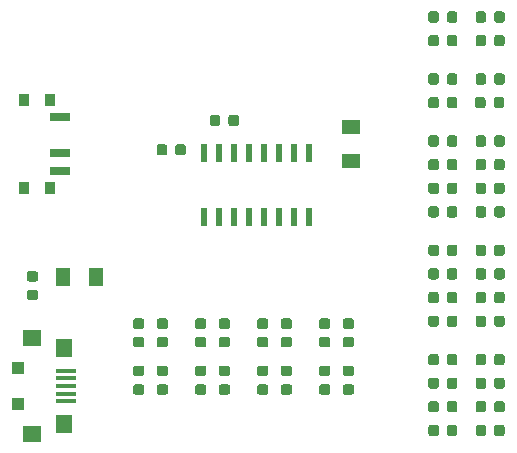
<source format=gtp>
G04 #@! TF.GenerationSoftware,KiCad,Pcbnew,(5.1.0)-1*
G04 #@! TF.CreationDate,2020-03-21T23:41:27-05:00*
G04 #@! TF.ProjectId,dev,6465762e-6b69-4636-9164-5f7063625858,rev?*
G04 #@! TF.SameCoordinates,Original*
G04 #@! TF.FileFunction,Paste,Top*
G04 #@! TF.FilePolarity,Positive*
%FSLAX46Y46*%
G04 Gerber Fmt 4.6, Leading zero omitted, Abs format (unit mm)*
G04 Created by KiCad (PCBNEW (5.1.0)-1) date 2020-03-21 23:41:27*
%MOMM*%
%LPD*%
G04 APERTURE LIST*
%ADD10R,1.500000X1.250000*%
%ADD11R,0.900000X1.000000*%
%ADD12R,1.700000X0.700000*%
%ADD13R,1.250000X1.500000*%
%ADD14C,0.100000*%
%ADD15C,0.875000*%
%ADD16R,0.600000X1.500000*%
%ADD17R,1.000000X1.100000*%
%ADD18R,1.500000X1.350000*%
%ADD19R,1.800000X0.400000*%
%ADD20R,1.400000X1.500000*%
G04 APERTURE END LIST*
D10*
X104750000Y-96850000D03*
X104750000Y-99650000D03*
D11*
X79230000Y-94550000D03*
X79230000Y-101950000D03*
X77020000Y-101950000D03*
X77020000Y-94550000D03*
D12*
X80080000Y-100500000D03*
X80080000Y-99000000D03*
X80080000Y-96000000D03*
D13*
X83150000Y-109500000D03*
X80350000Y-109500000D03*
D14*
G36*
X90527691Y-98276053D02*
G01*
X90548926Y-98279203D01*
X90569750Y-98284419D01*
X90589962Y-98291651D01*
X90609368Y-98300830D01*
X90627781Y-98311866D01*
X90645024Y-98324654D01*
X90660930Y-98339070D01*
X90675346Y-98354976D01*
X90688134Y-98372219D01*
X90699170Y-98390632D01*
X90708349Y-98410038D01*
X90715581Y-98430250D01*
X90720797Y-98451074D01*
X90723947Y-98472309D01*
X90725000Y-98493750D01*
X90725000Y-99006250D01*
X90723947Y-99027691D01*
X90720797Y-99048926D01*
X90715581Y-99069750D01*
X90708349Y-99089962D01*
X90699170Y-99109368D01*
X90688134Y-99127781D01*
X90675346Y-99145024D01*
X90660930Y-99160930D01*
X90645024Y-99175346D01*
X90627781Y-99188134D01*
X90609368Y-99199170D01*
X90589962Y-99208349D01*
X90569750Y-99215581D01*
X90548926Y-99220797D01*
X90527691Y-99223947D01*
X90506250Y-99225000D01*
X90068750Y-99225000D01*
X90047309Y-99223947D01*
X90026074Y-99220797D01*
X90005250Y-99215581D01*
X89985038Y-99208349D01*
X89965632Y-99199170D01*
X89947219Y-99188134D01*
X89929976Y-99175346D01*
X89914070Y-99160930D01*
X89899654Y-99145024D01*
X89886866Y-99127781D01*
X89875830Y-99109368D01*
X89866651Y-99089962D01*
X89859419Y-99069750D01*
X89854203Y-99048926D01*
X89851053Y-99027691D01*
X89850000Y-99006250D01*
X89850000Y-98493750D01*
X89851053Y-98472309D01*
X89854203Y-98451074D01*
X89859419Y-98430250D01*
X89866651Y-98410038D01*
X89875830Y-98390632D01*
X89886866Y-98372219D01*
X89899654Y-98354976D01*
X89914070Y-98339070D01*
X89929976Y-98324654D01*
X89947219Y-98311866D01*
X89965632Y-98300830D01*
X89985038Y-98291651D01*
X90005250Y-98284419D01*
X90026074Y-98279203D01*
X90047309Y-98276053D01*
X90068750Y-98275000D01*
X90506250Y-98275000D01*
X90527691Y-98276053D01*
X90527691Y-98276053D01*
G37*
D15*
X90287500Y-98750000D03*
D14*
G36*
X88952691Y-98276053D02*
G01*
X88973926Y-98279203D01*
X88994750Y-98284419D01*
X89014962Y-98291651D01*
X89034368Y-98300830D01*
X89052781Y-98311866D01*
X89070024Y-98324654D01*
X89085930Y-98339070D01*
X89100346Y-98354976D01*
X89113134Y-98372219D01*
X89124170Y-98390632D01*
X89133349Y-98410038D01*
X89140581Y-98430250D01*
X89145797Y-98451074D01*
X89148947Y-98472309D01*
X89150000Y-98493750D01*
X89150000Y-99006250D01*
X89148947Y-99027691D01*
X89145797Y-99048926D01*
X89140581Y-99069750D01*
X89133349Y-99089962D01*
X89124170Y-99109368D01*
X89113134Y-99127781D01*
X89100346Y-99145024D01*
X89085930Y-99160930D01*
X89070024Y-99175346D01*
X89052781Y-99188134D01*
X89034368Y-99199170D01*
X89014962Y-99208349D01*
X88994750Y-99215581D01*
X88973926Y-99220797D01*
X88952691Y-99223947D01*
X88931250Y-99225000D01*
X88493750Y-99225000D01*
X88472309Y-99223947D01*
X88451074Y-99220797D01*
X88430250Y-99215581D01*
X88410038Y-99208349D01*
X88390632Y-99199170D01*
X88372219Y-99188134D01*
X88354976Y-99175346D01*
X88339070Y-99160930D01*
X88324654Y-99145024D01*
X88311866Y-99127781D01*
X88300830Y-99109368D01*
X88291651Y-99089962D01*
X88284419Y-99069750D01*
X88279203Y-99048926D01*
X88276053Y-99027691D01*
X88275000Y-99006250D01*
X88275000Y-98493750D01*
X88276053Y-98472309D01*
X88279203Y-98451074D01*
X88284419Y-98430250D01*
X88291651Y-98410038D01*
X88300830Y-98390632D01*
X88311866Y-98372219D01*
X88324654Y-98354976D01*
X88339070Y-98339070D01*
X88354976Y-98324654D01*
X88372219Y-98311866D01*
X88390632Y-98300830D01*
X88410038Y-98291651D01*
X88430250Y-98284419D01*
X88451074Y-98279203D01*
X88472309Y-98276053D01*
X88493750Y-98275000D01*
X88931250Y-98275000D01*
X88952691Y-98276053D01*
X88952691Y-98276053D01*
G37*
D15*
X88712500Y-98750000D03*
D14*
G36*
X93452691Y-95776053D02*
G01*
X93473926Y-95779203D01*
X93494750Y-95784419D01*
X93514962Y-95791651D01*
X93534368Y-95800830D01*
X93552781Y-95811866D01*
X93570024Y-95824654D01*
X93585930Y-95839070D01*
X93600346Y-95854976D01*
X93613134Y-95872219D01*
X93624170Y-95890632D01*
X93633349Y-95910038D01*
X93640581Y-95930250D01*
X93645797Y-95951074D01*
X93648947Y-95972309D01*
X93650000Y-95993750D01*
X93650000Y-96506250D01*
X93648947Y-96527691D01*
X93645797Y-96548926D01*
X93640581Y-96569750D01*
X93633349Y-96589962D01*
X93624170Y-96609368D01*
X93613134Y-96627781D01*
X93600346Y-96645024D01*
X93585930Y-96660930D01*
X93570024Y-96675346D01*
X93552781Y-96688134D01*
X93534368Y-96699170D01*
X93514962Y-96708349D01*
X93494750Y-96715581D01*
X93473926Y-96720797D01*
X93452691Y-96723947D01*
X93431250Y-96725000D01*
X92993750Y-96725000D01*
X92972309Y-96723947D01*
X92951074Y-96720797D01*
X92930250Y-96715581D01*
X92910038Y-96708349D01*
X92890632Y-96699170D01*
X92872219Y-96688134D01*
X92854976Y-96675346D01*
X92839070Y-96660930D01*
X92824654Y-96645024D01*
X92811866Y-96627781D01*
X92800830Y-96609368D01*
X92791651Y-96589962D01*
X92784419Y-96569750D01*
X92779203Y-96548926D01*
X92776053Y-96527691D01*
X92775000Y-96506250D01*
X92775000Y-95993750D01*
X92776053Y-95972309D01*
X92779203Y-95951074D01*
X92784419Y-95930250D01*
X92791651Y-95910038D01*
X92800830Y-95890632D01*
X92811866Y-95872219D01*
X92824654Y-95854976D01*
X92839070Y-95839070D01*
X92854976Y-95824654D01*
X92872219Y-95811866D01*
X92890632Y-95800830D01*
X92910038Y-95791651D01*
X92930250Y-95784419D01*
X92951074Y-95779203D01*
X92972309Y-95776053D01*
X92993750Y-95775000D01*
X93431250Y-95775000D01*
X93452691Y-95776053D01*
X93452691Y-95776053D01*
G37*
D15*
X93212500Y-96250000D03*
D14*
G36*
X95027691Y-95776053D02*
G01*
X95048926Y-95779203D01*
X95069750Y-95784419D01*
X95089962Y-95791651D01*
X95109368Y-95800830D01*
X95127781Y-95811866D01*
X95145024Y-95824654D01*
X95160930Y-95839070D01*
X95175346Y-95854976D01*
X95188134Y-95872219D01*
X95199170Y-95890632D01*
X95208349Y-95910038D01*
X95215581Y-95930250D01*
X95220797Y-95951074D01*
X95223947Y-95972309D01*
X95225000Y-95993750D01*
X95225000Y-96506250D01*
X95223947Y-96527691D01*
X95220797Y-96548926D01*
X95215581Y-96569750D01*
X95208349Y-96589962D01*
X95199170Y-96609368D01*
X95188134Y-96627781D01*
X95175346Y-96645024D01*
X95160930Y-96660930D01*
X95145024Y-96675346D01*
X95127781Y-96688134D01*
X95109368Y-96699170D01*
X95089962Y-96708349D01*
X95069750Y-96715581D01*
X95048926Y-96720797D01*
X95027691Y-96723947D01*
X95006250Y-96725000D01*
X94568750Y-96725000D01*
X94547309Y-96723947D01*
X94526074Y-96720797D01*
X94505250Y-96715581D01*
X94485038Y-96708349D01*
X94465632Y-96699170D01*
X94447219Y-96688134D01*
X94429976Y-96675346D01*
X94414070Y-96660930D01*
X94399654Y-96645024D01*
X94386866Y-96627781D01*
X94375830Y-96609368D01*
X94366651Y-96589962D01*
X94359419Y-96569750D01*
X94354203Y-96548926D01*
X94351053Y-96527691D01*
X94350000Y-96506250D01*
X94350000Y-95993750D01*
X94351053Y-95972309D01*
X94354203Y-95951074D01*
X94359419Y-95930250D01*
X94366651Y-95910038D01*
X94375830Y-95890632D01*
X94386866Y-95872219D01*
X94399654Y-95854976D01*
X94414070Y-95839070D01*
X94429976Y-95824654D01*
X94447219Y-95811866D01*
X94465632Y-95800830D01*
X94485038Y-95791651D01*
X94505250Y-95784419D01*
X94526074Y-95779203D01*
X94547309Y-95776053D01*
X94568750Y-95775000D01*
X95006250Y-95775000D01*
X95027691Y-95776053D01*
X95027691Y-95776053D01*
G37*
D15*
X94787500Y-96250000D03*
D14*
G36*
X94277691Y-117026053D02*
G01*
X94298926Y-117029203D01*
X94319750Y-117034419D01*
X94339962Y-117041651D01*
X94359368Y-117050830D01*
X94377781Y-117061866D01*
X94395024Y-117074654D01*
X94410930Y-117089070D01*
X94425346Y-117104976D01*
X94438134Y-117122219D01*
X94449170Y-117140632D01*
X94458349Y-117160038D01*
X94465581Y-117180250D01*
X94470797Y-117201074D01*
X94473947Y-117222309D01*
X94475000Y-117243750D01*
X94475000Y-117681250D01*
X94473947Y-117702691D01*
X94470797Y-117723926D01*
X94465581Y-117744750D01*
X94458349Y-117764962D01*
X94449170Y-117784368D01*
X94438134Y-117802781D01*
X94425346Y-117820024D01*
X94410930Y-117835930D01*
X94395024Y-117850346D01*
X94377781Y-117863134D01*
X94359368Y-117874170D01*
X94339962Y-117883349D01*
X94319750Y-117890581D01*
X94298926Y-117895797D01*
X94277691Y-117898947D01*
X94256250Y-117900000D01*
X93743750Y-117900000D01*
X93722309Y-117898947D01*
X93701074Y-117895797D01*
X93680250Y-117890581D01*
X93660038Y-117883349D01*
X93640632Y-117874170D01*
X93622219Y-117863134D01*
X93604976Y-117850346D01*
X93589070Y-117835930D01*
X93574654Y-117820024D01*
X93561866Y-117802781D01*
X93550830Y-117784368D01*
X93541651Y-117764962D01*
X93534419Y-117744750D01*
X93529203Y-117723926D01*
X93526053Y-117702691D01*
X93525000Y-117681250D01*
X93525000Y-117243750D01*
X93526053Y-117222309D01*
X93529203Y-117201074D01*
X93534419Y-117180250D01*
X93541651Y-117160038D01*
X93550830Y-117140632D01*
X93561866Y-117122219D01*
X93574654Y-117104976D01*
X93589070Y-117089070D01*
X93604976Y-117074654D01*
X93622219Y-117061866D01*
X93640632Y-117050830D01*
X93660038Y-117041651D01*
X93680250Y-117034419D01*
X93701074Y-117029203D01*
X93722309Y-117026053D01*
X93743750Y-117025000D01*
X94256250Y-117025000D01*
X94277691Y-117026053D01*
X94277691Y-117026053D01*
G37*
D15*
X94000000Y-117462500D03*
D14*
G36*
X94277691Y-118601053D02*
G01*
X94298926Y-118604203D01*
X94319750Y-118609419D01*
X94339962Y-118616651D01*
X94359368Y-118625830D01*
X94377781Y-118636866D01*
X94395024Y-118649654D01*
X94410930Y-118664070D01*
X94425346Y-118679976D01*
X94438134Y-118697219D01*
X94449170Y-118715632D01*
X94458349Y-118735038D01*
X94465581Y-118755250D01*
X94470797Y-118776074D01*
X94473947Y-118797309D01*
X94475000Y-118818750D01*
X94475000Y-119256250D01*
X94473947Y-119277691D01*
X94470797Y-119298926D01*
X94465581Y-119319750D01*
X94458349Y-119339962D01*
X94449170Y-119359368D01*
X94438134Y-119377781D01*
X94425346Y-119395024D01*
X94410930Y-119410930D01*
X94395024Y-119425346D01*
X94377781Y-119438134D01*
X94359368Y-119449170D01*
X94339962Y-119458349D01*
X94319750Y-119465581D01*
X94298926Y-119470797D01*
X94277691Y-119473947D01*
X94256250Y-119475000D01*
X93743750Y-119475000D01*
X93722309Y-119473947D01*
X93701074Y-119470797D01*
X93680250Y-119465581D01*
X93660038Y-119458349D01*
X93640632Y-119449170D01*
X93622219Y-119438134D01*
X93604976Y-119425346D01*
X93589070Y-119410930D01*
X93574654Y-119395024D01*
X93561866Y-119377781D01*
X93550830Y-119359368D01*
X93541651Y-119339962D01*
X93534419Y-119319750D01*
X93529203Y-119298926D01*
X93526053Y-119277691D01*
X93525000Y-119256250D01*
X93525000Y-118818750D01*
X93526053Y-118797309D01*
X93529203Y-118776074D01*
X93534419Y-118755250D01*
X93541651Y-118735038D01*
X93550830Y-118715632D01*
X93561866Y-118697219D01*
X93574654Y-118679976D01*
X93589070Y-118664070D01*
X93604976Y-118649654D01*
X93622219Y-118636866D01*
X93640632Y-118625830D01*
X93660038Y-118616651D01*
X93680250Y-118609419D01*
X93701074Y-118604203D01*
X93722309Y-118601053D01*
X93743750Y-118600000D01*
X94256250Y-118600000D01*
X94277691Y-118601053D01*
X94277691Y-118601053D01*
G37*
D15*
X94000000Y-119037500D03*
D14*
G36*
X92277691Y-118601053D02*
G01*
X92298926Y-118604203D01*
X92319750Y-118609419D01*
X92339962Y-118616651D01*
X92359368Y-118625830D01*
X92377781Y-118636866D01*
X92395024Y-118649654D01*
X92410930Y-118664070D01*
X92425346Y-118679976D01*
X92438134Y-118697219D01*
X92449170Y-118715632D01*
X92458349Y-118735038D01*
X92465581Y-118755250D01*
X92470797Y-118776074D01*
X92473947Y-118797309D01*
X92475000Y-118818750D01*
X92475000Y-119256250D01*
X92473947Y-119277691D01*
X92470797Y-119298926D01*
X92465581Y-119319750D01*
X92458349Y-119339962D01*
X92449170Y-119359368D01*
X92438134Y-119377781D01*
X92425346Y-119395024D01*
X92410930Y-119410930D01*
X92395024Y-119425346D01*
X92377781Y-119438134D01*
X92359368Y-119449170D01*
X92339962Y-119458349D01*
X92319750Y-119465581D01*
X92298926Y-119470797D01*
X92277691Y-119473947D01*
X92256250Y-119475000D01*
X91743750Y-119475000D01*
X91722309Y-119473947D01*
X91701074Y-119470797D01*
X91680250Y-119465581D01*
X91660038Y-119458349D01*
X91640632Y-119449170D01*
X91622219Y-119438134D01*
X91604976Y-119425346D01*
X91589070Y-119410930D01*
X91574654Y-119395024D01*
X91561866Y-119377781D01*
X91550830Y-119359368D01*
X91541651Y-119339962D01*
X91534419Y-119319750D01*
X91529203Y-119298926D01*
X91526053Y-119277691D01*
X91525000Y-119256250D01*
X91525000Y-118818750D01*
X91526053Y-118797309D01*
X91529203Y-118776074D01*
X91534419Y-118755250D01*
X91541651Y-118735038D01*
X91550830Y-118715632D01*
X91561866Y-118697219D01*
X91574654Y-118679976D01*
X91589070Y-118664070D01*
X91604976Y-118649654D01*
X91622219Y-118636866D01*
X91640632Y-118625830D01*
X91660038Y-118616651D01*
X91680250Y-118609419D01*
X91701074Y-118604203D01*
X91722309Y-118601053D01*
X91743750Y-118600000D01*
X92256250Y-118600000D01*
X92277691Y-118601053D01*
X92277691Y-118601053D01*
G37*
D15*
X92000000Y-119037500D03*
D14*
G36*
X92277691Y-117026053D02*
G01*
X92298926Y-117029203D01*
X92319750Y-117034419D01*
X92339962Y-117041651D01*
X92359368Y-117050830D01*
X92377781Y-117061866D01*
X92395024Y-117074654D01*
X92410930Y-117089070D01*
X92425346Y-117104976D01*
X92438134Y-117122219D01*
X92449170Y-117140632D01*
X92458349Y-117160038D01*
X92465581Y-117180250D01*
X92470797Y-117201074D01*
X92473947Y-117222309D01*
X92475000Y-117243750D01*
X92475000Y-117681250D01*
X92473947Y-117702691D01*
X92470797Y-117723926D01*
X92465581Y-117744750D01*
X92458349Y-117764962D01*
X92449170Y-117784368D01*
X92438134Y-117802781D01*
X92425346Y-117820024D01*
X92410930Y-117835930D01*
X92395024Y-117850346D01*
X92377781Y-117863134D01*
X92359368Y-117874170D01*
X92339962Y-117883349D01*
X92319750Y-117890581D01*
X92298926Y-117895797D01*
X92277691Y-117898947D01*
X92256250Y-117900000D01*
X91743750Y-117900000D01*
X91722309Y-117898947D01*
X91701074Y-117895797D01*
X91680250Y-117890581D01*
X91660038Y-117883349D01*
X91640632Y-117874170D01*
X91622219Y-117863134D01*
X91604976Y-117850346D01*
X91589070Y-117835930D01*
X91574654Y-117820024D01*
X91561866Y-117802781D01*
X91550830Y-117784368D01*
X91541651Y-117764962D01*
X91534419Y-117744750D01*
X91529203Y-117723926D01*
X91526053Y-117702691D01*
X91525000Y-117681250D01*
X91525000Y-117243750D01*
X91526053Y-117222309D01*
X91529203Y-117201074D01*
X91534419Y-117180250D01*
X91541651Y-117160038D01*
X91550830Y-117140632D01*
X91561866Y-117122219D01*
X91574654Y-117104976D01*
X91589070Y-117089070D01*
X91604976Y-117074654D01*
X91622219Y-117061866D01*
X91640632Y-117050830D01*
X91660038Y-117041651D01*
X91680250Y-117034419D01*
X91701074Y-117029203D01*
X91722309Y-117026053D01*
X91743750Y-117025000D01*
X92256250Y-117025000D01*
X92277691Y-117026053D01*
X92277691Y-117026053D01*
G37*
D15*
X92000000Y-117462500D03*
D14*
G36*
X117527691Y-116026053D02*
G01*
X117548926Y-116029203D01*
X117569750Y-116034419D01*
X117589962Y-116041651D01*
X117609368Y-116050830D01*
X117627781Y-116061866D01*
X117645024Y-116074654D01*
X117660930Y-116089070D01*
X117675346Y-116104976D01*
X117688134Y-116122219D01*
X117699170Y-116140632D01*
X117708349Y-116160038D01*
X117715581Y-116180250D01*
X117720797Y-116201074D01*
X117723947Y-116222309D01*
X117725000Y-116243750D01*
X117725000Y-116756250D01*
X117723947Y-116777691D01*
X117720797Y-116798926D01*
X117715581Y-116819750D01*
X117708349Y-116839962D01*
X117699170Y-116859368D01*
X117688134Y-116877781D01*
X117675346Y-116895024D01*
X117660930Y-116910930D01*
X117645024Y-116925346D01*
X117627781Y-116938134D01*
X117609368Y-116949170D01*
X117589962Y-116958349D01*
X117569750Y-116965581D01*
X117548926Y-116970797D01*
X117527691Y-116973947D01*
X117506250Y-116975000D01*
X117068750Y-116975000D01*
X117047309Y-116973947D01*
X117026074Y-116970797D01*
X117005250Y-116965581D01*
X116985038Y-116958349D01*
X116965632Y-116949170D01*
X116947219Y-116938134D01*
X116929976Y-116925346D01*
X116914070Y-116910930D01*
X116899654Y-116895024D01*
X116886866Y-116877781D01*
X116875830Y-116859368D01*
X116866651Y-116839962D01*
X116859419Y-116819750D01*
X116854203Y-116798926D01*
X116851053Y-116777691D01*
X116850000Y-116756250D01*
X116850000Y-116243750D01*
X116851053Y-116222309D01*
X116854203Y-116201074D01*
X116859419Y-116180250D01*
X116866651Y-116160038D01*
X116875830Y-116140632D01*
X116886866Y-116122219D01*
X116899654Y-116104976D01*
X116914070Y-116089070D01*
X116929976Y-116074654D01*
X116947219Y-116061866D01*
X116965632Y-116050830D01*
X116985038Y-116041651D01*
X117005250Y-116034419D01*
X117026074Y-116029203D01*
X117047309Y-116026053D01*
X117068750Y-116025000D01*
X117506250Y-116025000D01*
X117527691Y-116026053D01*
X117527691Y-116026053D01*
G37*
D15*
X117287500Y-116500000D03*
D14*
G36*
X115952691Y-116026053D02*
G01*
X115973926Y-116029203D01*
X115994750Y-116034419D01*
X116014962Y-116041651D01*
X116034368Y-116050830D01*
X116052781Y-116061866D01*
X116070024Y-116074654D01*
X116085930Y-116089070D01*
X116100346Y-116104976D01*
X116113134Y-116122219D01*
X116124170Y-116140632D01*
X116133349Y-116160038D01*
X116140581Y-116180250D01*
X116145797Y-116201074D01*
X116148947Y-116222309D01*
X116150000Y-116243750D01*
X116150000Y-116756250D01*
X116148947Y-116777691D01*
X116145797Y-116798926D01*
X116140581Y-116819750D01*
X116133349Y-116839962D01*
X116124170Y-116859368D01*
X116113134Y-116877781D01*
X116100346Y-116895024D01*
X116085930Y-116910930D01*
X116070024Y-116925346D01*
X116052781Y-116938134D01*
X116034368Y-116949170D01*
X116014962Y-116958349D01*
X115994750Y-116965581D01*
X115973926Y-116970797D01*
X115952691Y-116973947D01*
X115931250Y-116975000D01*
X115493750Y-116975000D01*
X115472309Y-116973947D01*
X115451074Y-116970797D01*
X115430250Y-116965581D01*
X115410038Y-116958349D01*
X115390632Y-116949170D01*
X115372219Y-116938134D01*
X115354976Y-116925346D01*
X115339070Y-116910930D01*
X115324654Y-116895024D01*
X115311866Y-116877781D01*
X115300830Y-116859368D01*
X115291651Y-116839962D01*
X115284419Y-116819750D01*
X115279203Y-116798926D01*
X115276053Y-116777691D01*
X115275000Y-116756250D01*
X115275000Y-116243750D01*
X115276053Y-116222309D01*
X115279203Y-116201074D01*
X115284419Y-116180250D01*
X115291651Y-116160038D01*
X115300830Y-116140632D01*
X115311866Y-116122219D01*
X115324654Y-116104976D01*
X115339070Y-116089070D01*
X115354976Y-116074654D01*
X115372219Y-116061866D01*
X115390632Y-116050830D01*
X115410038Y-116041651D01*
X115430250Y-116034419D01*
X115451074Y-116029203D01*
X115472309Y-116026053D01*
X115493750Y-116025000D01*
X115931250Y-116025000D01*
X115952691Y-116026053D01*
X115952691Y-116026053D01*
G37*
D15*
X115712500Y-116500000D03*
D14*
G36*
X115952691Y-118026053D02*
G01*
X115973926Y-118029203D01*
X115994750Y-118034419D01*
X116014962Y-118041651D01*
X116034368Y-118050830D01*
X116052781Y-118061866D01*
X116070024Y-118074654D01*
X116085930Y-118089070D01*
X116100346Y-118104976D01*
X116113134Y-118122219D01*
X116124170Y-118140632D01*
X116133349Y-118160038D01*
X116140581Y-118180250D01*
X116145797Y-118201074D01*
X116148947Y-118222309D01*
X116150000Y-118243750D01*
X116150000Y-118756250D01*
X116148947Y-118777691D01*
X116145797Y-118798926D01*
X116140581Y-118819750D01*
X116133349Y-118839962D01*
X116124170Y-118859368D01*
X116113134Y-118877781D01*
X116100346Y-118895024D01*
X116085930Y-118910930D01*
X116070024Y-118925346D01*
X116052781Y-118938134D01*
X116034368Y-118949170D01*
X116014962Y-118958349D01*
X115994750Y-118965581D01*
X115973926Y-118970797D01*
X115952691Y-118973947D01*
X115931250Y-118975000D01*
X115493750Y-118975000D01*
X115472309Y-118973947D01*
X115451074Y-118970797D01*
X115430250Y-118965581D01*
X115410038Y-118958349D01*
X115390632Y-118949170D01*
X115372219Y-118938134D01*
X115354976Y-118925346D01*
X115339070Y-118910930D01*
X115324654Y-118895024D01*
X115311866Y-118877781D01*
X115300830Y-118859368D01*
X115291651Y-118839962D01*
X115284419Y-118819750D01*
X115279203Y-118798926D01*
X115276053Y-118777691D01*
X115275000Y-118756250D01*
X115275000Y-118243750D01*
X115276053Y-118222309D01*
X115279203Y-118201074D01*
X115284419Y-118180250D01*
X115291651Y-118160038D01*
X115300830Y-118140632D01*
X115311866Y-118122219D01*
X115324654Y-118104976D01*
X115339070Y-118089070D01*
X115354976Y-118074654D01*
X115372219Y-118061866D01*
X115390632Y-118050830D01*
X115410038Y-118041651D01*
X115430250Y-118034419D01*
X115451074Y-118029203D01*
X115472309Y-118026053D01*
X115493750Y-118025000D01*
X115931250Y-118025000D01*
X115952691Y-118026053D01*
X115952691Y-118026053D01*
G37*
D15*
X115712500Y-118500000D03*
D14*
G36*
X117527691Y-118026053D02*
G01*
X117548926Y-118029203D01*
X117569750Y-118034419D01*
X117589962Y-118041651D01*
X117609368Y-118050830D01*
X117627781Y-118061866D01*
X117645024Y-118074654D01*
X117660930Y-118089070D01*
X117675346Y-118104976D01*
X117688134Y-118122219D01*
X117699170Y-118140632D01*
X117708349Y-118160038D01*
X117715581Y-118180250D01*
X117720797Y-118201074D01*
X117723947Y-118222309D01*
X117725000Y-118243750D01*
X117725000Y-118756250D01*
X117723947Y-118777691D01*
X117720797Y-118798926D01*
X117715581Y-118819750D01*
X117708349Y-118839962D01*
X117699170Y-118859368D01*
X117688134Y-118877781D01*
X117675346Y-118895024D01*
X117660930Y-118910930D01*
X117645024Y-118925346D01*
X117627781Y-118938134D01*
X117609368Y-118949170D01*
X117589962Y-118958349D01*
X117569750Y-118965581D01*
X117548926Y-118970797D01*
X117527691Y-118973947D01*
X117506250Y-118975000D01*
X117068750Y-118975000D01*
X117047309Y-118973947D01*
X117026074Y-118970797D01*
X117005250Y-118965581D01*
X116985038Y-118958349D01*
X116965632Y-118949170D01*
X116947219Y-118938134D01*
X116929976Y-118925346D01*
X116914070Y-118910930D01*
X116899654Y-118895024D01*
X116886866Y-118877781D01*
X116875830Y-118859368D01*
X116866651Y-118839962D01*
X116859419Y-118819750D01*
X116854203Y-118798926D01*
X116851053Y-118777691D01*
X116850000Y-118756250D01*
X116850000Y-118243750D01*
X116851053Y-118222309D01*
X116854203Y-118201074D01*
X116859419Y-118180250D01*
X116866651Y-118160038D01*
X116875830Y-118140632D01*
X116886866Y-118122219D01*
X116899654Y-118104976D01*
X116914070Y-118089070D01*
X116929976Y-118074654D01*
X116947219Y-118061866D01*
X116965632Y-118050830D01*
X116985038Y-118041651D01*
X117005250Y-118034419D01*
X117026074Y-118029203D01*
X117047309Y-118026053D01*
X117068750Y-118025000D01*
X117506250Y-118025000D01*
X117527691Y-118026053D01*
X117527691Y-118026053D01*
G37*
D15*
X117287500Y-118500000D03*
D14*
G36*
X115952691Y-120026053D02*
G01*
X115973926Y-120029203D01*
X115994750Y-120034419D01*
X116014962Y-120041651D01*
X116034368Y-120050830D01*
X116052781Y-120061866D01*
X116070024Y-120074654D01*
X116085930Y-120089070D01*
X116100346Y-120104976D01*
X116113134Y-120122219D01*
X116124170Y-120140632D01*
X116133349Y-120160038D01*
X116140581Y-120180250D01*
X116145797Y-120201074D01*
X116148947Y-120222309D01*
X116150000Y-120243750D01*
X116150000Y-120756250D01*
X116148947Y-120777691D01*
X116145797Y-120798926D01*
X116140581Y-120819750D01*
X116133349Y-120839962D01*
X116124170Y-120859368D01*
X116113134Y-120877781D01*
X116100346Y-120895024D01*
X116085930Y-120910930D01*
X116070024Y-120925346D01*
X116052781Y-120938134D01*
X116034368Y-120949170D01*
X116014962Y-120958349D01*
X115994750Y-120965581D01*
X115973926Y-120970797D01*
X115952691Y-120973947D01*
X115931250Y-120975000D01*
X115493750Y-120975000D01*
X115472309Y-120973947D01*
X115451074Y-120970797D01*
X115430250Y-120965581D01*
X115410038Y-120958349D01*
X115390632Y-120949170D01*
X115372219Y-120938134D01*
X115354976Y-120925346D01*
X115339070Y-120910930D01*
X115324654Y-120895024D01*
X115311866Y-120877781D01*
X115300830Y-120859368D01*
X115291651Y-120839962D01*
X115284419Y-120819750D01*
X115279203Y-120798926D01*
X115276053Y-120777691D01*
X115275000Y-120756250D01*
X115275000Y-120243750D01*
X115276053Y-120222309D01*
X115279203Y-120201074D01*
X115284419Y-120180250D01*
X115291651Y-120160038D01*
X115300830Y-120140632D01*
X115311866Y-120122219D01*
X115324654Y-120104976D01*
X115339070Y-120089070D01*
X115354976Y-120074654D01*
X115372219Y-120061866D01*
X115390632Y-120050830D01*
X115410038Y-120041651D01*
X115430250Y-120034419D01*
X115451074Y-120029203D01*
X115472309Y-120026053D01*
X115493750Y-120025000D01*
X115931250Y-120025000D01*
X115952691Y-120026053D01*
X115952691Y-120026053D01*
G37*
D15*
X115712500Y-120500000D03*
D14*
G36*
X117527691Y-120026053D02*
G01*
X117548926Y-120029203D01*
X117569750Y-120034419D01*
X117589962Y-120041651D01*
X117609368Y-120050830D01*
X117627781Y-120061866D01*
X117645024Y-120074654D01*
X117660930Y-120089070D01*
X117675346Y-120104976D01*
X117688134Y-120122219D01*
X117699170Y-120140632D01*
X117708349Y-120160038D01*
X117715581Y-120180250D01*
X117720797Y-120201074D01*
X117723947Y-120222309D01*
X117725000Y-120243750D01*
X117725000Y-120756250D01*
X117723947Y-120777691D01*
X117720797Y-120798926D01*
X117715581Y-120819750D01*
X117708349Y-120839962D01*
X117699170Y-120859368D01*
X117688134Y-120877781D01*
X117675346Y-120895024D01*
X117660930Y-120910930D01*
X117645024Y-120925346D01*
X117627781Y-120938134D01*
X117609368Y-120949170D01*
X117589962Y-120958349D01*
X117569750Y-120965581D01*
X117548926Y-120970797D01*
X117527691Y-120973947D01*
X117506250Y-120975000D01*
X117068750Y-120975000D01*
X117047309Y-120973947D01*
X117026074Y-120970797D01*
X117005250Y-120965581D01*
X116985038Y-120958349D01*
X116965632Y-120949170D01*
X116947219Y-120938134D01*
X116929976Y-120925346D01*
X116914070Y-120910930D01*
X116899654Y-120895024D01*
X116886866Y-120877781D01*
X116875830Y-120859368D01*
X116866651Y-120839962D01*
X116859419Y-120819750D01*
X116854203Y-120798926D01*
X116851053Y-120777691D01*
X116850000Y-120756250D01*
X116850000Y-120243750D01*
X116851053Y-120222309D01*
X116854203Y-120201074D01*
X116859419Y-120180250D01*
X116866651Y-120160038D01*
X116875830Y-120140632D01*
X116886866Y-120122219D01*
X116899654Y-120104976D01*
X116914070Y-120089070D01*
X116929976Y-120074654D01*
X116947219Y-120061866D01*
X116965632Y-120050830D01*
X116985038Y-120041651D01*
X117005250Y-120034419D01*
X117026074Y-120029203D01*
X117047309Y-120026053D01*
X117068750Y-120025000D01*
X117506250Y-120025000D01*
X117527691Y-120026053D01*
X117527691Y-120026053D01*
G37*
D15*
X117287500Y-120500000D03*
D14*
G36*
X117527691Y-122026053D02*
G01*
X117548926Y-122029203D01*
X117569750Y-122034419D01*
X117589962Y-122041651D01*
X117609368Y-122050830D01*
X117627781Y-122061866D01*
X117645024Y-122074654D01*
X117660930Y-122089070D01*
X117675346Y-122104976D01*
X117688134Y-122122219D01*
X117699170Y-122140632D01*
X117708349Y-122160038D01*
X117715581Y-122180250D01*
X117720797Y-122201074D01*
X117723947Y-122222309D01*
X117725000Y-122243750D01*
X117725000Y-122756250D01*
X117723947Y-122777691D01*
X117720797Y-122798926D01*
X117715581Y-122819750D01*
X117708349Y-122839962D01*
X117699170Y-122859368D01*
X117688134Y-122877781D01*
X117675346Y-122895024D01*
X117660930Y-122910930D01*
X117645024Y-122925346D01*
X117627781Y-122938134D01*
X117609368Y-122949170D01*
X117589962Y-122958349D01*
X117569750Y-122965581D01*
X117548926Y-122970797D01*
X117527691Y-122973947D01*
X117506250Y-122975000D01*
X117068750Y-122975000D01*
X117047309Y-122973947D01*
X117026074Y-122970797D01*
X117005250Y-122965581D01*
X116985038Y-122958349D01*
X116965632Y-122949170D01*
X116947219Y-122938134D01*
X116929976Y-122925346D01*
X116914070Y-122910930D01*
X116899654Y-122895024D01*
X116886866Y-122877781D01*
X116875830Y-122859368D01*
X116866651Y-122839962D01*
X116859419Y-122819750D01*
X116854203Y-122798926D01*
X116851053Y-122777691D01*
X116850000Y-122756250D01*
X116850000Y-122243750D01*
X116851053Y-122222309D01*
X116854203Y-122201074D01*
X116859419Y-122180250D01*
X116866651Y-122160038D01*
X116875830Y-122140632D01*
X116886866Y-122122219D01*
X116899654Y-122104976D01*
X116914070Y-122089070D01*
X116929976Y-122074654D01*
X116947219Y-122061866D01*
X116965632Y-122050830D01*
X116985038Y-122041651D01*
X117005250Y-122034419D01*
X117026074Y-122029203D01*
X117047309Y-122026053D01*
X117068750Y-122025000D01*
X117506250Y-122025000D01*
X117527691Y-122026053D01*
X117527691Y-122026053D01*
G37*
D15*
X117287500Y-122500000D03*
D14*
G36*
X115952691Y-122026053D02*
G01*
X115973926Y-122029203D01*
X115994750Y-122034419D01*
X116014962Y-122041651D01*
X116034368Y-122050830D01*
X116052781Y-122061866D01*
X116070024Y-122074654D01*
X116085930Y-122089070D01*
X116100346Y-122104976D01*
X116113134Y-122122219D01*
X116124170Y-122140632D01*
X116133349Y-122160038D01*
X116140581Y-122180250D01*
X116145797Y-122201074D01*
X116148947Y-122222309D01*
X116150000Y-122243750D01*
X116150000Y-122756250D01*
X116148947Y-122777691D01*
X116145797Y-122798926D01*
X116140581Y-122819750D01*
X116133349Y-122839962D01*
X116124170Y-122859368D01*
X116113134Y-122877781D01*
X116100346Y-122895024D01*
X116085930Y-122910930D01*
X116070024Y-122925346D01*
X116052781Y-122938134D01*
X116034368Y-122949170D01*
X116014962Y-122958349D01*
X115994750Y-122965581D01*
X115973926Y-122970797D01*
X115952691Y-122973947D01*
X115931250Y-122975000D01*
X115493750Y-122975000D01*
X115472309Y-122973947D01*
X115451074Y-122970797D01*
X115430250Y-122965581D01*
X115410038Y-122958349D01*
X115390632Y-122949170D01*
X115372219Y-122938134D01*
X115354976Y-122925346D01*
X115339070Y-122910930D01*
X115324654Y-122895024D01*
X115311866Y-122877781D01*
X115300830Y-122859368D01*
X115291651Y-122839962D01*
X115284419Y-122819750D01*
X115279203Y-122798926D01*
X115276053Y-122777691D01*
X115275000Y-122756250D01*
X115275000Y-122243750D01*
X115276053Y-122222309D01*
X115279203Y-122201074D01*
X115284419Y-122180250D01*
X115291651Y-122160038D01*
X115300830Y-122140632D01*
X115311866Y-122122219D01*
X115324654Y-122104976D01*
X115339070Y-122089070D01*
X115354976Y-122074654D01*
X115372219Y-122061866D01*
X115390632Y-122050830D01*
X115410038Y-122041651D01*
X115430250Y-122034419D01*
X115451074Y-122029203D01*
X115472309Y-122026053D01*
X115493750Y-122025000D01*
X115931250Y-122025000D01*
X115952691Y-122026053D01*
X115952691Y-122026053D01*
G37*
D15*
X115712500Y-122500000D03*
D14*
G36*
X99527691Y-117026053D02*
G01*
X99548926Y-117029203D01*
X99569750Y-117034419D01*
X99589962Y-117041651D01*
X99609368Y-117050830D01*
X99627781Y-117061866D01*
X99645024Y-117074654D01*
X99660930Y-117089070D01*
X99675346Y-117104976D01*
X99688134Y-117122219D01*
X99699170Y-117140632D01*
X99708349Y-117160038D01*
X99715581Y-117180250D01*
X99720797Y-117201074D01*
X99723947Y-117222309D01*
X99725000Y-117243750D01*
X99725000Y-117681250D01*
X99723947Y-117702691D01*
X99720797Y-117723926D01*
X99715581Y-117744750D01*
X99708349Y-117764962D01*
X99699170Y-117784368D01*
X99688134Y-117802781D01*
X99675346Y-117820024D01*
X99660930Y-117835930D01*
X99645024Y-117850346D01*
X99627781Y-117863134D01*
X99609368Y-117874170D01*
X99589962Y-117883349D01*
X99569750Y-117890581D01*
X99548926Y-117895797D01*
X99527691Y-117898947D01*
X99506250Y-117900000D01*
X98993750Y-117900000D01*
X98972309Y-117898947D01*
X98951074Y-117895797D01*
X98930250Y-117890581D01*
X98910038Y-117883349D01*
X98890632Y-117874170D01*
X98872219Y-117863134D01*
X98854976Y-117850346D01*
X98839070Y-117835930D01*
X98824654Y-117820024D01*
X98811866Y-117802781D01*
X98800830Y-117784368D01*
X98791651Y-117764962D01*
X98784419Y-117744750D01*
X98779203Y-117723926D01*
X98776053Y-117702691D01*
X98775000Y-117681250D01*
X98775000Y-117243750D01*
X98776053Y-117222309D01*
X98779203Y-117201074D01*
X98784419Y-117180250D01*
X98791651Y-117160038D01*
X98800830Y-117140632D01*
X98811866Y-117122219D01*
X98824654Y-117104976D01*
X98839070Y-117089070D01*
X98854976Y-117074654D01*
X98872219Y-117061866D01*
X98890632Y-117050830D01*
X98910038Y-117041651D01*
X98930250Y-117034419D01*
X98951074Y-117029203D01*
X98972309Y-117026053D01*
X98993750Y-117025000D01*
X99506250Y-117025000D01*
X99527691Y-117026053D01*
X99527691Y-117026053D01*
G37*
D15*
X99250000Y-117462500D03*
D14*
G36*
X99527691Y-118601053D02*
G01*
X99548926Y-118604203D01*
X99569750Y-118609419D01*
X99589962Y-118616651D01*
X99609368Y-118625830D01*
X99627781Y-118636866D01*
X99645024Y-118649654D01*
X99660930Y-118664070D01*
X99675346Y-118679976D01*
X99688134Y-118697219D01*
X99699170Y-118715632D01*
X99708349Y-118735038D01*
X99715581Y-118755250D01*
X99720797Y-118776074D01*
X99723947Y-118797309D01*
X99725000Y-118818750D01*
X99725000Y-119256250D01*
X99723947Y-119277691D01*
X99720797Y-119298926D01*
X99715581Y-119319750D01*
X99708349Y-119339962D01*
X99699170Y-119359368D01*
X99688134Y-119377781D01*
X99675346Y-119395024D01*
X99660930Y-119410930D01*
X99645024Y-119425346D01*
X99627781Y-119438134D01*
X99609368Y-119449170D01*
X99589962Y-119458349D01*
X99569750Y-119465581D01*
X99548926Y-119470797D01*
X99527691Y-119473947D01*
X99506250Y-119475000D01*
X98993750Y-119475000D01*
X98972309Y-119473947D01*
X98951074Y-119470797D01*
X98930250Y-119465581D01*
X98910038Y-119458349D01*
X98890632Y-119449170D01*
X98872219Y-119438134D01*
X98854976Y-119425346D01*
X98839070Y-119410930D01*
X98824654Y-119395024D01*
X98811866Y-119377781D01*
X98800830Y-119359368D01*
X98791651Y-119339962D01*
X98784419Y-119319750D01*
X98779203Y-119298926D01*
X98776053Y-119277691D01*
X98775000Y-119256250D01*
X98775000Y-118818750D01*
X98776053Y-118797309D01*
X98779203Y-118776074D01*
X98784419Y-118755250D01*
X98791651Y-118735038D01*
X98800830Y-118715632D01*
X98811866Y-118697219D01*
X98824654Y-118679976D01*
X98839070Y-118664070D01*
X98854976Y-118649654D01*
X98872219Y-118636866D01*
X98890632Y-118625830D01*
X98910038Y-118616651D01*
X98930250Y-118609419D01*
X98951074Y-118604203D01*
X98972309Y-118601053D01*
X98993750Y-118600000D01*
X99506250Y-118600000D01*
X99527691Y-118601053D01*
X99527691Y-118601053D01*
G37*
D15*
X99250000Y-119037500D03*
D14*
G36*
X97527691Y-117026053D02*
G01*
X97548926Y-117029203D01*
X97569750Y-117034419D01*
X97589962Y-117041651D01*
X97609368Y-117050830D01*
X97627781Y-117061866D01*
X97645024Y-117074654D01*
X97660930Y-117089070D01*
X97675346Y-117104976D01*
X97688134Y-117122219D01*
X97699170Y-117140632D01*
X97708349Y-117160038D01*
X97715581Y-117180250D01*
X97720797Y-117201074D01*
X97723947Y-117222309D01*
X97725000Y-117243750D01*
X97725000Y-117681250D01*
X97723947Y-117702691D01*
X97720797Y-117723926D01*
X97715581Y-117744750D01*
X97708349Y-117764962D01*
X97699170Y-117784368D01*
X97688134Y-117802781D01*
X97675346Y-117820024D01*
X97660930Y-117835930D01*
X97645024Y-117850346D01*
X97627781Y-117863134D01*
X97609368Y-117874170D01*
X97589962Y-117883349D01*
X97569750Y-117890581D01*
X97548926Y-117895797D01*
X97527691Y-117898947D01*
X97506250Y-117900000D01*
X96993750Y-117900000D01*
X96972309Y-117898947D01*
X96951074Y-117895797D01*
X96930250Y-117890581D01*
X96910038Y-117883349D01*
X96890632Y-117874170D01*
X96872219Y-117863134D01*
X96854976Y-117850346D01*
X96839070Y-117835930D01*
X96824654Y-117820024D01*
X96811866Y-117802781D01*
X96800830Y-117784368D01*
X96791651Y-117764962D01*
X96784419Y-117744750D01*
X96779203Y-117723926D01*
X96776053Y-117702691D01*
X96775000Y-117681250D01*
X96775000Y-117243750D01*
X96776053Y-117222309D01*
X96779203Y-117201074D01*
X96784419Y-117180250D01*
X96791651Y-117160038D01*
X96800830Y-117140632D01*
X96811866Y-117122219D01*
X96824654Y-117104976D01*
X96839070Y-117089070D01*
X96854976Y-117074654D01*
X96872219Y-117061866D01*
X96890632Y-117050830D01*
X96910038Y-117041651D01*
X96930250Y-117034419D01*
X96951074Y-117029203D01*
X96972309Y-117026053D01*
X96993750Y-117025000D01*
X97506250Y-117025000D01*
X97527691Y-117026053D01*
X97527691Y-117026053D01*
G37*
D15*
X97250000Y-117462500D03*
D14*
G36*
X97527691Y-118601053D02*
G01*
X97548926Y-118604203D01*
X97569750Y-118609419D01*
X97589962Y-118616651D01*
X97609368Y-118625830D01*
X97627781Y-118636866D01*
X97645024Y-118649654D01*
X97660930Y-118664070D01*
X97675346Y-118679976D01*
X97688134Y-118697219D01*
X97699170Y-118715632D01*
X97708349Y-118735038D01*
X97715581Y-118755250D01*
X97720797Y-118776074D01*
X97723947Y-118797309D01*
X97725000Y-118818750D01*
X97725000Y-119256250D01*
X97723947Y-119277691D01*
X97720797Y-119298926D01*
X97715581Y-119319750D01*
X97708349Y-119339962D01*
X97699170Y-119359368D01*
X97688134Y-119377781D01*
X97675346Y-119395024D01*
X97660930Y-119410930D01*
X97645024Y-119425346D01*
X97627781Y-119438134D01*
X97609368Y-119449170D01*
X97589962Y-119458349D01*
X97569750Y-119465581D01*
X97548926Y-119470797D01*
X97527691Y-119473947D01*
X97506250Y-119475000D01*
X96993750Y-119475000D01*
X96972309Y-119473947D01*
X96951074Y-119470797D01*
X96930250Y-119465581D01*
X96910038Y-119458349D01*
X96890632Y-119449170D01*
X96872219Y-119438134D01*
X96854976Y-119425346D01*
X96839070Y-119410930D01*
X96824654Y-119395024D01*
X96811866Y-119377781D01*
X96800830Y-119359368D01*
X96791651Y-119339962D01*
X96784419Y-119319750D01*
X96779203Y-119298926D01*
X96776053Y-119277691D01*
X96775000Y-119256250D01*
X96775000Y-118818750D01*
X96776053Y-118797309D01*
X96779203Y-118776074D01*
X96784419Y-118755250D01*
X96791651Y-118735038D01*
X96800830Y-118715632D01*
X96811866Y-118697219D01*
X96824654Y-118679976D01*
X96839070Y-118664070D01*
X96854976Y-118649654D01*
X96872219Y-118636866D01*
X96890632Y-118625830D01*
X96910038Y-118616651D01*
X96930250Y-118609419D01*
X96951074Y-118604203D01*
X96972309Y-118601053D01*
X96993750Y-118600000D01*
X97506250Y-118600000D01*
X97527691Y-118601053D01*
X97527691Y-118601053D01*
G37*
D15*
X97250000Y-119037500D03*
D14*
G36*
X104777691Y-117026053D02*
G01*
X104798926Y-117029203D01*
X104819750Y-117034419D01*
X104839962Y-117041651D01*
X104859368Y-117050830D01*
X104877781Y-117061866D01*
X104895024Y-117074654D01*
X104910930Y-117089070D01*
X104925346Y-117104976D01*
X104938134Y-117122219D01*
X104949170Y-117140632D01*
X104958349Y-117160038D01*
X104965581Y-117180250D01*
X104970797Y-117201074D01*
X104973947Y-117222309D01*
X104975000Y-117243750D01*
X104975000Y-117681250D01*
X104973947Y-117702691D01*
X104970797Y-117723926D01*
X104965581Y-117744750D01*
X104958349Y-117764962D01*
X104949170Y-117784368D01*
X104938134Y-117802781D01*
X104925346Y-117820024D01*
X104910930Y-117835930D01*
X104895024Y-117850346D01*
X104877781Y-117863134D01*
X104859368Y-117874170D01*
X104839962Y-117883349D01*
X104819750Y-117890581D01*
X104798926Y-117895797D01*
X104777691Y-117898947D01*
X104756250Y-117900000D01*
X104243750Y-117900000D01*
X104222309Y-117898947D01*
X104201074Y-117895797D01*
X104180250Y-117890581D01*
X104160038Y-117883349D01*
X104140632Y-117874170D01*
X104122219Y-117863134D01*
X104104976Y-117850346D01*
X104089070Y-117835930D01*
X104074654Y-117820024D01*
X104061866Y-117802781D01*
X104050830Y-117784368D01*
X104041651Y-117764962D01*
X104034419Y-117744750D01*
X104029203Y-117723926D01*
X104026053Y-117702691D01*
X104025000Y-117681250D01*
X104025000Y-117243750D01*
X104026053Y-117222309D01*
X104029203Y-117201074D01*
X104034419Y-117180250D01*
X104041651Y-117160038D01*
X104050830Y-117140632D01*
X104061866Y-117122219D01*
X104074654Y-117104976D01*
X104089070Y-117089070D01*
X104104976Y-117074654D01*
X104122219Y-117061866D01*
X104140632Y-117050830D01*
X104160038Y-117041651D01*
X104180250Y-117034419D01*
X104201074Y-117029203D01*
X104222309Y-117026053D01*
X104243750Y-117025000D01*
X104756250Y-117025000D01*
X104777691Y-117026053D01*
X104777691Y-117026053D01*
G37*
D15*
X104500000Y-117462500D03*
D14*
G36*
X104777691Y-118601053D02*
G01*
X104798926Y-118604203D01*
X104819750Y-118609419D01*
X104839962Y-118616651D01*
X104859368Y-118625830D01*
X104877781Y-118636866D01*
X104895024Y-118649654D01*
X104910930Y-118664070D01*
X104925346Y-118679976D01*
X104938134Y-118697219D01*
X104949170Y-118715632D01*
X104958349Y-118735038D01*
X104965581Y-118755250D01*
X104970797Y-118776074D01*
X104973947Y-118797309D01*
X104975000Y-118818750D01*
X104975000Y-119256250D01*
X104973947Y-119277691D01*
X104970797Y-119298926D01*
X104965581Y-119319750D01*
X104958349Y-119339962D01*
X104949170Y-119359368D01*
X104938134Y-119377781D01*
X104925346Y-119395024D01*
X104910930Y-119410930D01*
X104895024Y-119425346D01*
X104877781Y-119438134D01*
X104859368Y-119449170D01*
X104839962Y-119458349D01*
X104819750Y-119465581D01*
X104798926Y-119470797D01*
X104777691Y-119473947D01*
X104756250Y-119475000D01*
X104243750Y-119475000D01*
X104222309Y-119473947D01*
X104201074Y-119470797D01*
X104180250Y-119465581D01*
X104160038Y-119458349D01*
X104140632Y-119449170D01*
X104122219Y-119438134D01*
X104104976Y-119425346D01*
X104089070Y-119410930D01*
X104074654Y-119395024D01*
X104061866Y-119377781D01*
X104050830Y-119359368D01*
X104041651Y-119339962D01*
X104034419Y-119319750D01*
X104029203Y-119298926D01*
X104026053Y-119277691D01*
X104025000Y-119256250D01*
X104025000Y-118818750D01*
X104026053Y-118797309D01*
X104029203Y-118776074D01*
X104034419Y-118755250D01*
X104041651Y-118735038D01*
X104050830Y-118715632D01*
X104061866Y-118697219D01*
X104074654Y-118679976D01*
X104089070Y-118664070D01*
X104104976Y-118649654D01*
X104122219Y-118636866D01*
X104140632Y-118625830D01*
X104160038Y-118616651D01*
X104180250Y-118609419D01*
X104201074Y-118604203D01*
X104222309Y-118601053D01*
X104243750Y-118600000D01*
X104756250Y-118600000D01*
X104777691Y-118601053D01*
X104777691Y-118601053D01*
G37*
D15*
X104500000Y-119037500D03*
D14*
G36*
X102777691Y-118601053D02*
G01*
X102798926Y-118604203D01*
X102819750Y-118609419D01*
X102839962Y-118616651D01*
X102859368Y-118625830D01*
X102877781Y-118636866D01*
X102895024Y-118649654D01*
X102910930Y-118664070D01*
X102925346Y-118679976D01*
X102938134Y-118697219D01*
X102949170Y-118715632D01*
X102958349Y-118735038D01*
X102965581Y-118755250D01*
X102970797Y-118776074D01*
X102973947Y-118797309D01*
X102975000Y-118818750D01*
X102975000Y-119256250D01*
X102973947Y-119277691D01*
X102970797Y-119298926D01*
X102965581Y-119319750D01*
X102958349Y-119339962D01*
X102949170Y-119359368D01*
X102938134Y-119377781D01*
X102925346Y-119395024D01*
X102910930Y-119410930D01*
X102895024Y-119425346D01*
X102877781Y-119438134D01*
X102859368Y-119449170D01*
X102839962Y-119458349D01*
X102819750Y-119465581D01*
X102798926Y-119470797D01*
X102777691Y-119473947D01*
X102756250Y-119475000D01*
X102243750Y-119475000D01*
X102222309Y-119473947D01*
X102201074Y-119470797D01*
X102180250Y-119465581D01*
X102160038Y-119458349D01*
X102140632Y-119449170D01*
X102122219Y-119438134D01*
X102104976Y-119425346D01*
X102089070Y-119410930D01*
X102074654Y-119395024D01*
X102061866Y-119377781D01*
X102050830Y-119359368D01*
X102041651Y-119339962D01*
X102034419Y-119319750D01*
X102029203Y-119298926D01*
X102026053Y-119277691D01*
X102025000Y-119256250D01*
X102025000Y-118818750D01*
X102026053Y-118797309D01*
X102029203Y-118776074D01*
X102034419Y-118755250D01*
X102041651Y-118735038D01*
X102050830Y-118715632D01*
X102061866Y-118697219D01*
X102074654Y-118679976D01*
X102089070Y-118664070D01*
X102104976Y-118649654D01*
X102122219Y-118636866D01*
X102140632Y-118625830D01*
X102160038Y-118616651D01*
X102180250Y-118609419D01*
X102201074Y-118604203D01*
X102222309Y-118601053D01*
X102243750Y-118600000D01*
X102756250Y-118600000D01*
X102777691Y-118601053D01*
X102777691Y-118601053D01*
G37*
D15*
X102500000Y-119037500D03*
D14*
G36*
X102777691Y-117026053D02*
G01*
X102798926Y-117029203D01*
X102819750Y-117034419D01*
X102839962Y-117041651D01*
X102859368Y-117050830D01*
X102877781Y-117061866D01*
X102895024Y-117074654D01*
X102910930Y-117089070D01*
X102925346Y-117104976D01*
X102938134Y-117122219D01*
X102949170Y-117140632D01*
X102958349Y-117160038D01*
X102965581Y-117180250D01*
X102970797Y-117201074D01*
X102973947Y-117222309D01*
X102975000Y-117243750D01*
X102975000Y-117681250D01*
X102973947Y-117702691D01*
X102970797Y-117723926D01*
X102965581Y-117744750D01*
X102958349Y-117764962D01*
X102949170Y-117784368D01*
X102938134Y-117802781D01*
X102925346Y-117820024D01*
X102910930Y-117835930D01*
X102895024Y-117850346D01*
X102877781Y-117863134D01*
X102859368Y-117874170D01*
X102839962Y-117883349D01*
X102819750Y-117890581D01*
X102798926Y-117895797D01*
X102777691Y-117898947D01*
X102756250Y-117900000D01*
X102243750Y-117900000D01*
X102222309Y-117898947D01*
X102201074Y-117895797D01*
X102180250Y-117890581D01*
X102160038Y-117883349D01*
X102140632Y-117874170D01*
X102122219Y-117863134D01*
X102104976Y-117850346D01*
X102089070Y-117835930D01*
X102074654Y-117820024D01*
X102061866Y-117802781D01*
X102050830Y-117784368D01*
X102041651Y-117764962D01*
X102034419Y-117744750D01*
X102029203Y-117723926D01*
X102026053Y-117702691D01*
X102025000Y-117681250D01*
X102025000Y-117243750D01*
X102026053Y-117222309D01*
X102029203Y-117201074D01*
X102034419Y-117180250D01*
X102041651Y-117160038D01*
X102050830Y-117140632D01*
X102061866Y-117122219D01*
X102074654Y-117104976D01*
X102089070Y-117089070D01*
X102104976Y-117074654D01*
X102122219Y-117061866D01*
X102140632Y-117050830D01*
X102160038Y-117041651D01*
X102180250Y-117034419D01*
X102201074Y-117029203D01*
X102222309Y-117026053D01*
X102243750Y-117025000D01*
X102756250Y-117025000D01*
X102777691Y-117026053D01*
X102777691Y-117026053D01*
G37*
D15*
X102500000Y-117462500D03*
D14*
G36*
X117527691Y-106776053D02*
G01*
X117548926Y-106779203D01*
X117569750Y-106784419D01*
X117589962Y-106791651D01*
X117609368Y-106800830D01*
X117627781Y-106811866D01*
X117645024Y-106824654D01*
X117660930Y-106839070D01*
X117675346Y-106854976D01*
X117688134Y-106872219D01*
X117699170Y-106890632D01*
X117708349Y-106910038D01*
X117715581Y-106930250D01*
X117720797Y-106951074D01*
X117723947Y-106972309D01*
X117725000Y-106993750D01*
X117725000Y-107506250D01*
X117723947Y-107527691D01*
X117720797Y-107548926D01*
X117715581Y-107569750D01*
X117708349Y-107589962D01*
X117699170Y-107609368D01*
X117688134Y-107627781D01*
X117675346Y-107645024D01*
X117660930Y-107660930D01*
X117645024Y-107675346D01*
X117627781Y-107688134D01*
X117609368Y-107699170D01*
X117589962Y-107708349D01*
X117569750Y-107715581D01*
X117548926Y-107720797D01*
X117527691Y-107723947D01*
X117506250Y-107725000D01*
X117068750Y-107725000D01*
X117047309Y-107723947D01*
X117026074Y-107720797D01*
X117005250Y-107715581D01*
X116985038Y-107708349D01*
X116965632Y-107699170D01*
X116947219Y-107688134D01*
X116929976Y-107675346D01*
X116914070Y-107660930D01*
X116899654Y-107645024D01*
X116886866Y-107627781D01*
X116875830Y-107609368D01*
X116866651Y-107589962D01*
X116859419Y-107569750D01*
X116854203Y-107548926D01*
X116851053Y-107527691D01*
X116850000Y-107506250D01*
X116850000Y-106993750D01*
X116851053Y-106972309D01*
X116854203Y-106951074D01*
X116859419Y-106930250D01*
X116866651Y-106910038D01*
X116875830Y-106890632D01*
X116886866Y-106872219D01*
X116899654Y-106854976D01*
X116914070Y-106839070D01*
X116929976Y-106824654D01*
X116947219Y-106811866D01*
X116965632Y-106800830D01*
X116985038Y-106791651D01*
X117005250Y-106784419D01*
X117026074Y-106779203D01*
X117047309Y-106776053D01*
X117068750Y-106775000D01*
X117506250Y-106775000D01*
X117527691Y-106776053D01*
X117527691Y-106776053D01*
G37*
D15*
X117287500Y-107250000D03*
D14*
G36*
X115952691Y-106776053D02*
G01*
X115973926Y-106779203D01*
X115994750Y-106784419D01*
X116014962Y-106791651D01*
X116034368Y-106800830D01*
X116052781Y-106811866D01*
X116070024Y-106824654D01*
X116085930Y-106839070D01*
X116100346Y-106854976D01*
X116113134Y-106872219D01*
X116124170Y-106890632D01*
X116133349Y-106910038D01*
X116140581Y-106930250D01*
X116145797Y-106951074D01*
X116148947Y-106972309D01*
X116150000Y-106993750D01*
X116150000Y-107506250D01*
X116148947Y-107527691D01*
X116145797Y-107548926D01*
X116140581Y-107569750D01*
X116133349Y-107589962D01*
X116124170Y-107609368D01*
X116113134Y-107627781D01*
X116100346Y-107645024D01*
X116085930Y-107660930D01*
X116070024Y-107675346D01*
X116052781Y-107688134D01*
X116034368Y-107699170D01*
X116014962Y-107708349D01*
X115994750Y-107715581D01*
X115973926Y-107720797D01*
X115952691Y-107723947D01*
X115931250Y-107725000D01*
X115493750Y-107725000D01*
X115472309Y-107723947D01*
X115451074Y-107720797D01*
X115430250Y-107715581D01*
X115410038Y-107708349D01*
X115390632Y-107699170D01*
X115372219Y-107688134D01*
X115354976Y-107675346D01*
X115339070Y-107660930D01*
X115324654Y-107645024D01*
X115311866Y-107627781D01*
X115300830Y-107609368D01*
X115291651Y-107589962D01*
X115284419Y-107569750D01*
X115279203Y-107548926D01*
X115276053Y-107527691D01*
X115275000Y-107506250D01*
X115275000Y-106993750D01*
X115276053Y-106972309D01*
X115279203Y-106951074D01*
X115284419Y-106930250D01*
X115291651Y-106910038D01*
X115300830Y-106890632D01*
X115311866Y-106872219D01*
X115324654Y-106854976D01*
X115339070Y-106839070D01*
X115354976Y-106824654D01*
X115372219Y-106811866D01*
X115390632Y-106800830D01*
X115410038Y-106791651D01*
X115430250Y-106784419D01*
X115451074Y-106779203D01*
X115472309Y-106776053D01*
X115493750Y-106775000D01*
X115931250Y-106775000D01*
X115952691Y-106776053D01*
X115952691Y-106776053D01*
G37*
D15*
X115712500Y-107250000D03*
D14*
G36*
X117527691Y-108776053D02*
G01*
X117548926Y-108779203D01*
X117569750Y-108784419D01*
X117589962Y-108791651D01*
X117609368Y-108800830D01*
X117627781Y-108811866D01*
X117645024Y-108824654D01*
X117660930Y-108839070D01*
X117675346Y-108854976D01*
X117688134Y-108872219D01*
X117699170Y-108890632D01*
X117708349Y-108910038D01*
X117715581Y-108930250D01*
X117720797Y-108951074D01*
X117723947Y-108972309D01*
X117725000Y-108993750D01*
X117725000Y-109506250D01*
X117723947Y-109527691D01*
X117720797Y-109548926D01*
X117715581Y-109569750D01*
X117708349Y-109589962D01*
X117699170Y-109609368D01*
X117688134Y-109627781D01*
X117675346Y-109645024D01*
X117660930Y-109660930D01*
X117645024Y-109675346D01*
X117627781Y-109688134D01*
X117609368Y-109699170D01*
X117589962Y-109708349D01*
X117569750Y-109715581D01*
X117548926Y-109720797D01*
X117527691Y-109723947D01*
X117506250Y-109725000D01*
X117068750Y-109725000D01*
X117047309Y-109723947D01*
X117026074Y-109720797D01*
X117005250Y-109715581D01*
X116985038Y-109708349D01*
X116965632Y-109699170D01*
X116947219Y-109688134D01*
X116929976Y-109675346D01*
X116914070Y-109660930D01*
X116899654Y-109645024D01*
X116886866Y-109627781D01*
X116875830Y-109609368D01*
X116866651Y-109589962D01*
X116859419Y-109569750D01*
X116854203Y-109548926D01*
X116851053Y-109527691D01*
X116850000Y-109506250D01*
X116850000Y-108993750D01*
X116851053Y-108972309D01*
X116854203Y-108951074D01*
X116859419Y-108930250D01*
X116866651Y-108910038D01*
X116875830Y-108890632D01*
X116886866Y-108872219D01*
X116899654Y-108854976D01*
X116914070Y-108839070D01*
X116929976Y-108824654D01*
X116947219Y-108811866D01*
X116965632Y-108800830D01*
X116985038Y-108791651D01*
X117005250Y-108784419D01*
X117026074Y-108779203D01*
X117047309Y-108776053D01*
X117068750Y-108775000D01*
X117506250Y-108775000D01*
X117527691Y-108776053D01*
X117527691Y-108776053D01*
G37*
D15*
X117287500Y-109250000D03*
D14*
G36*
X115952691Y-108776053D02*
G01*
X115973926Y-108779203D01*
X115994750Y-108784419D01*
X116014962Y-108791651D01*
X116034368Y-108800830D01*
X116052781Y-108811866D01*
X116070024Y-108824654D01*
X116085930Y-108839070D01*
X116100346Y-108854976D01*
X116113134Y-108872219D01*
X116124170Y-108890632D01*
X116133349Y-108910038D01*
X116140581Y-108930250D01*
X116145797Y-108951074D01*
X116148947Y-108972309D01*
X116150000Y-108993750D01*
X116150000Y-109506250D01*
X116148947Y-109527691D01*
X116145797Y-109548926D01*
X116140581Y-109569750D01*
X116133349Y-109589962D01*
X116124170Y-109609368D01*
X116113134Y-109627781D01*
X116100346Y-109645024D01*
X116085930Y-109660930D01*
X116070024Y-109675346D01*
X116052781Y-109688134D01*
X116034368Y-109699170D01*
X116014962Y-109708349D01*
X115994750Y-109715581D01*
X115973926Y-109720797D01*
X115952691Y-109723947D01*
X115931250Y-109725000D01*
X115493750Y-109725000D01*
X115472309Y-109723947D01*
X115451074Y-109720797D01*
X115430250Y-109715581D01*
X115410038Y-109708349D01*
X115390632Y-109699170D01*
X115372219Y-109688134D01*
X115354976Y-109675346D01*
X115339070Y-109660930D01*
X115324654Y-109645024D01*
X115311866Y-109627781D01*
X115300830Y-109609368D01*
X115291651Y-109589962D01*
X115284419Y-109569750D01*
X115279203Y-109548926D01*
X115276053Y-109527691D01*
X115275000Y-109506250D01*
X115275000Y-108993750D01*
X115276053Y-108972309D01*
X115279203Y-108951074D01*
X115284419Y-108930250D01*
X115291651Y-108910038D01*
X115300830Y-108890632D01*
X115311866Y-108872219D01*
X115324654Y-108854976D01*
X115339070Y-108839070D01*
X115354976Y-108824654D01*
X115372219Y-108811866D01*
X115390632Y-108800830D01*
X115410038Y-108791651D01*
X115430250Y-108784419D01*
X115451074Y-108779203D01*
X115472309Y-108776053D01*
X115493750Y-108775000D01*
X115931250Y-108775000D01*
X115952691Y-108776053D01*
X115952691Y-108776053D01*
G37*
D15*
X115712500Y-109250000D03*
D14*
G36*
X115952691Y-110776053D02*
G01*
X115973926Y-110779203D01*
X115994750Y-110784419D01*
X116014962Y-110791651D01*
X116034368Y-110800830D01*
X116052781Y-110811866D01*
X116070024Y-110824654D01*
X116085930Y-110839070D01*
X116100346Y-110854976D01*
X116113134Y-110872219D01*
X116124170Y-110890632D01*
X116133349Y-110910038D01*
X116140581Y-110930250D01*
X116145797Y-110951074D01*
X116148947Y-110972309D01*
X116150000Y-110993750D01*
X116150000Y-111506250D01*
X116148947Y-111527691D01*
X116145797Y-111548926D01*
X116140581Y-111569750D01*
X116133349Y-111589962D01*
X116124170Y-111609368D01*
X116113134Y-111627781D01*
X116100346Y-111645024D01*
X116085930Y-111660930D01*
X116070024Y-111675346D01*
X116052781Y-111688134D01*
X116034368Y-111699170D01*
X116014962Y-111708349D01*
X115994750Y-111715581D01*
X115973926Y-111720797D01*
X115952691Y-111723947D01*
X115931250Y-111725000D01*
X115493750Y-111725000D01*
X115472309Y-111723947D01*
X115451074Y-111720797D01*
X115430250Y-111715581D01*
X115410038Y-111708349D01*
X115390632Y-111699170D01*
X115372219Y-111688134D01*
X115354976Y-111675346D01*
X115339070Y-111660930D01*
X115324654Y-111645024D01*
X115311866Y-111627781D01*
X115300830Y-111609368D01*
X115291651Y-111589962D01*
X115284419Y-111569750D01*
X115279203Y-111548926D01*
X115276053Y-111527691D01*
X115275000Y-111506250D01*
X115275000Y-110993750D01*
X115276053Y-110972309D01*
X115279203Y-110951074D01*
X115284419Y-110930250D01*
X115291651Y-110910038D01*
X115300830Y-110890632D01*
X115311866Y-110872219D01*
X115324654Y-110854976D01*
X115339070Y-110839070D01*
X115354976Y-110824654D01*
X115372219Y-110811866D01*
X115390632Y-110800830D01*
X115410038Y-110791651D01*
X115430250Y-110784419D01*
X115451074Y-110779203D01*
X115472309Y-110776053D01*
X115493750Y-110775000D01*
X115931250Y-110775000D01*
X115952691Y-110776053D01*
X115952691Y-110776053D01*
G37*
D15*
X115712500Y-111250000D03*
D14*
G36*
X117527691Y-110776053D02*
G01*
X117548926Y-110779203D01*
X117569750Y-110784419D01*
X117589962Y-110791651D01*
X117609368Y-110800830D01*
X117627781Y-110811866D01*
X117645024Y-110824654D01*
X117660930Y-110839070D01*
X117675346Y-110854976D01*
X117688134Y-110872219D01*
X117699170Y-110890632D01*
X117708349Y-110910038D01*
X117715581Y-110930250D01*
X117720797Y-110951074D01*
X117723947Y-110972309D01*
X117725000Y-110993750D01*
X117725000Y-111506250D01*
X117723947Y-111527691D01*
X117720797Y-111548926D01*
X117715581Y-111569750D01*
X117708349Y-111589962D01*
X117699170Y-111609368D01*
X117688134Y-111627781D01*
X117675346Y-111645024D01*
X117660930Y-111660930D01*
X117645024Y-111675346D01*
X117627781Y-111688134D01*
X117609368Y-111699170D01*
X117589962Y-111708349D01*
X117569750Y-111715581D01*
X117548926Y-111720797D01*
X117527691Y-111723947D01*
X117506250Y-111725000D01*
X117068750Y-111725000D01*
X117047309Y-111723947D01*
X117026074Y-111720797D01*
X117005250Y-111715581D01*
X116985038Y-111708349D01*
X116965632Y-111699170D01*
X116947219Y-111688134D01*
X116929976Y-111675346D01*
X116914070Y-111660930D01*
X116899654Y-111645024D01*
X116886866Y-111627781D01*
X116875830Y-111609368D01*
X116866651Y-111589962D01*
X116859419Y-111569750D01*
X116854203Y-111548926D01*
X116851053Y-111527691D01*
X116850000Y-111506250D01*
X116850000Y-110993750D01*
X116851053Y-110972309D01*
X116854203Y-110951074D01*
X116859419Y-110930250D01*
X116866651Y-110910038D01*
X116875830Y-110890632D01*
X116886866Y-110872219D01*
X116899654Y-110854976D01*
X116914070Y-110839070D01*
X116929976Y-110824654D01*
X116947219Y-110811866D01*
X116965632Y-110800830D01*
X116985038Y-110791651D01*
X117005250Y-110784419D01*
X117026074Y-110779203D01*
X117047309Y-110776053D01*
X117068750Y-110775000D01*
X117506250Y-110775000D01*
X117527691Y-110776053D01*
X117527691Y-110776053D01*
G37*
D15*
X117287500Y-111250000D03*
D14*
G36*
X117527691Y-112776053D02*
G01*
X117548926Y-112779203D01*
X117569750Y-112784419D01*
X117589962Y-112791651D01*
X117609368Y-112800830D01*
X117627781Y-112811866D01*
X117645024Y-112824654D01*
X117660930Y-112839070D01*
X117675346Y-112854976D01*
X117688134Y-112872219D01*
X117699170Y-112890632D01*
X117708349Y-112910038D01*
X117715581Y-112930250D01*
X117720797Y-112951074D01*
X117723947Y-112972309D01*
X117725000Y-112993750D01*
X117725000Y-113506250D01*
X117723947Y-113527691D01*
X117720797Y-113548926D01*
X117715581Y-113569750D01*
X117708349Y-113589962D01*
X117699170Y-113609368D01*
X117688134Y-113627781D01*
X117675346Y-113645024D01*
X117660930Y-113660930D01*
X117645024Y-113675346D01*
X117627781Y-113688134D01*
X117609368Y-113699170D01*
X117589962Y-113708349D01*
X117569750Y-113715581D01*
X117548926Y-113720797D01*
X117527691Y-113723947D01*
X117506250Y-113725000D01*
X117068750Y-113725000D01*
X117047309Y-113723947D01*
X117026074Y-113720797D01*
X117005250Y-113715581D01*
X116985038Y-113708349D01*
X116965632Y-113699170D01*
X116947219Y-113688134D01*
X116929976Y-113675346D01*
X116914070Y-113660930D01*
X116899654Y-113645024D01*
X116886866Y-113627781D01*
X116875830Y-113609368D01*
X116866651Y-113589962D01*
X116859419Y-113569750D01*
X116854203Y-113548926D01*
X116851053Y-113527691D01*
X116850000Y-113506250D01*
X116850000Y-112993750D01*
X116851053Y-112972309D01*
X116854203Y-112951074D01*
X116859419Y-112930250D01*
X116866651Y-112910038D01*
X116875830Y-112890632D01*
X116886866Y-112872219D01*
X116899654Y-112854976D01*
X116914070Y-112839070D01*
X116929976Y-112824654D01*
X116947219Y-112811866D01*
X116965632Y-112800830D01*
X116985038Y-112791651D01*
X117005250Y-112784419D01*
X117026074Y-112779203D01*
X117047309Y-112776053D01*
X117068750Y-112775000D01*
X117506250Y-112775000D01*
X117527691Y-112776053D01*
X117527691Y-112776053D01*
G37*
D15*
X117287500Y-113250000D03*
D14*
G36*
X115952691Y-112776053D02*
G01*
X115973926Y-112779203D01*
X115994750Y-112784419D01*
X116014962Y-112791651D01*
X116034368Y-112800830D01*
X116052781Y-112811866D01*
X116070024Y-112824654D01*
X116085930Y-112839070D01*
X116100346Y-112854976D01*
X116113134Y-112872219D01*
X116124170Y-112890632D01*
X116133349Y-112910038D01*
X116140581Y-112930250D01*
X116145797Y-112951074D01*
X116148947Y-112972309D01*
X116150000Y-112993750D01*
X116150000Y-113506250D01*
X116148947Y-113527691D01*
X116145797Y-113548926D01*
X116140581Y-113569750D01*
X116133349Y-113589962D01*
X116124170Y-113609368D01*
X116113134Y-113627781D01*
X116100346Y-113645024D01*
X116085930Y-113660930D01*
X116070024Y-113675346D01*
X116052781Y-113688134D01*
X116034368Y-113699170D01*
X116014962Y-113708349D01*
X115994750Y-113715581D01*
X115973926Y-113720797D01*
X115952691Y-113723947D01*
X115931250Y-113725000D01*
X115493750Y-113725000D01*
X115472309Y-113723947D01*
X115451074Y-113720797D01*
X115430250Y-113715581D01*
X115410038Y-113708349D01*
X115390632Y-113699170D01*
X115372219Y-113688134D01*
X115354976Y-113675346D01*
X115339070Y-113660930D01*
X115324654Y-113645024D01*
X115311866Y-113627781D01*
X115300830Y-113609368D01*
X115291651Y-113589962D01*
X115284419Y-113569750D01*
X115279203Y-113548926D01*
X115276053Y-113527691D01*
X115275000Y-113506250D01*
X115275000Y-112993750D01*
X115276053Y-112972309D01*
X115279203Y-112951074D01*
X115284419Y-112930250D01*
X115291651Y-112910038D01*
X115300830Y-112890632D01*
X115311866Y-112872219D01*
X115324654Y-112854976D01*
X115339070Y-112839070D01*
X115354976Y-112824654D01*
X115372219Y-112811866D01*
X115390632Y-112800830D01*
X115410038Y-112791651D01*
X115430250Y-112784419D01*
X115451074Y-112779203D01*
X115472309Y-112776053D01*
X115493750Y-112775000D01*
X115931250Y-112775000D01*
X115952691Y-112776053D01*
X115952691Y-112776053D01*
G37*
D15*
X115712500Y-113250000D03*
D14*
G36*
X115952691Y-97526053D02*
G01*
X115973926Y-97529203D01*
X115994750Y-97534419D01*
X116014962Y-97541651D01*
X116034368Y-97550830D01*
X116052781Y-97561866D01*
X116070024Y-97574654D01*
X116085930Y-97589070D01*
X116100346Y-97604976D01*
X116113134Y-97622219D01*
X116124170Y-97640632D01*
X116133349Y-97660038D01*
X116140581Y-97680250D01*
X116145797Y-97701074D01*
X116148947Y-97722309D01*
X116150000Y-97743750D01*
X116150000Y-98256250D01*
X116148947Y-98277691D01*
X116145797Y-98298926D01*
X116140581Y-98319750D01*
X116133349Y-98339962D01*
X116124170Y-98359368D01*
X116113134Y-98377781D01*
X116100346Y-98395024D01*
X116085930Y-98410930D01*
X116070024Y-98425346D01*
X116052781Y-98438134D01*
X116034368Y-98449170D01*
X116014962Y-98458349D01*
X115994750Y-98465581D01*
X115973926Y-98470797D01*
X115952691Y-98473947D01*
X115931250Y-98475000D01*
X115493750Y-98475000D01*
X115472309Y-98473947D01*
X115451074Y-98470797D01*
X115430250Y-98465581D01*
X115410038Y-98458349D01*
X115390632Y-98449170D01*
X115372219Y-98438134D01*
X115354976Y-98425346D01*
X115339070Y-98410930D01*
X115324654Y-98395024D01*
X115311866Y-98377781D01*
X115300830Y-98359368D01*
X115291651Y-98339962D01*
X115284419Y-98319750D01*
X115279203Y-98298926D01*
X115276053Y-98277691D01*
X115275000Y-98256250D01*
X115275000Y-97743750D01*
X115276053Y-97722309D01*
X115279203Y-97701074D01*
X115284419Y-97680250D01*
X115291651Y-97660038D01*
X115300830Y-97640632D01*
X115311866Y-97622219D01*
X115324654Y-97604976D01*
X115339070Y-97589070D01*
X115354976Y-97574654D01*
X115372219Y-97561866D01*
X115390632Y-97550830D01*
X115410038Y-97541651D01*
X115430250Y-97534419D01*
X115451074Y-97529203D01*
X115472309Y-97526053D01*
X115493750Y-97525000D01*
X115931250Y-97525000D01*
X115952691Y-97526053D01*
X115952691Y-97526053D01*
G37*
D15*
X115712500Y-98000000D03*
D14*
G36*
X117527691Y-97526053D02*
G01*
X117548926Y-97529203D01*
X117569750Y-97534419D01*
X117589962Y-97541651D01*
X117609368Y-97550830D01*
X117627781Y-97561866D01*
X117645024Y-97574654D01*
X117660930Y-97589070D01*
X117675346Y-97604976D01*
X117688134Y-97622219D01*
X117699170Y-97640632D01*
X117708349Y-97660038D01*
X117715581Y-97680250D01*
X117720797Y-97701074D01*
X117723947Y-97722309D01*
X117725000Y-97743750D01*
X117725000Y-98256250D01*
X117723947Y-98277691D01*
X117720797Y-98298926D01*
X117715581Y-98319750D01*
X117708349Y-98339962D01*
X117699170Y-98359368D01*
X117688134Y-98377781D01*
X117675346Y-98395024D01*
X117660930Y-98410930D01*
X117645024Y-98425346D01*
X117627781Y-98438134D01*
X117609368Y-98449170D01*
X117589962Y-98458349D01*
X117569750Y-98465581D01*
X117548926Y-98470797D01*
X117527691Y-98473947D01*
X117506250Y-98475000D01*
X117068750Y-98475000D01*
X117047309Y-98473947D01*
X117026074Y-98470797D01*
X117005250Y-98465581D01*
X116985038Y-98458349D01*
X116965632Y-98449170D01*
X116947219Y-98438134D01*
X116929976Y-98425346D01*
X116914070Y-98410930D01*
X116899654Y-98395024D01*
X116886866Y-98377781D01*
X116875830Y-98359368D01*
X116866651Y-98339962D01*
X116859419Y-98319750D01*
X116854203Y-98298926D01*
X116851053Y-98277691D01*
X116850000Y-98256250D01*
X116850000Y-97743750D01*
X116851053Y-97722309D01*
X116854203Y-97701074D01*
X116859419Y-97680250D01*
X116866651Y-97660038D01*
X116875830Y-97640632D01*
X116886866Y-97622219D01*
X116899654Y-97604976D01*
X116914070Y-97589070D01*
X116929976Y-97574654D01*
X116947219Y-97561866D01*
X116965632Y-97550830D01*
X116985038Y-97541651D01*
X117005250Y-97534419D01*
X117026074Y-97529203D01*
X117047309Y-97526053D01*
X117068750Y-97525000D01*
X117506250Y-97525000D01*
X117527691Y-97526053D01*
X117527691Y-97526053D01*
G37*
D15*
X117287500Y-98000000D03*
D14*
G36*
X117527691Y-99526053D02*
G01*
X117548926Y-99529203D01*
X117569750Y-99534419D01*
X117589962Y-99541651D01*
X117609368Y-99550830D01*
X117627781Y-99561866D01*
X117645024Y-99574654D01*
X117660930Y-99589070D01*
X117675346Y-99604976D01*
X117688134Y-99622219D01*
X117699170Y-99640632D01*
X117708349Y-99660038D01*
X117715581Y-99680250D01*
X117720797Y-99701074D01*
X117723947Y-99722309D01*
X117725000Y-99743750D01*
X117725000Y-100256250D01*
X117723947Y-100277691D01*
X117720797Y-100298926D01*
X117715581Y-100319750D01*
X117708349Y-100339962D01*
X117699170Y-100359368D01*
X117688134Y-100377781D01*
X117675346Y-100395024D01*
X117660930Y-100410930D01*
X117645024Y-100425346D01*
X117627781Y-100438134D01*
X117609368Y-100449170D01*
X117589962Y-100458349D01*
X117569750Y-100465581D01*
X117548926Y-100470797D01*
X117527691Y-100473947D01*
X117506250Y-100475000D01*
X117068750Y-100475000D01*
X117047309Y-100473947D01*
X117026074Y-100470797D01*
X117005250Y-100465581D01*
X116985038Y-100458349D01*
X116965632Y-100449170D01*
X116947219Y-100438134D01*
X116929976Y-100425346D01*
X116914070Y-100410930D01*
X116899654Y-100395024D01*
X116886866Y-100377781D01*
X116875830Y-100359368D01*
X116866651Y-100339962D01*
X116859419Y-100319750D01*
X116854203Y-100298926D01*
X116851053Y-100277691D01*
X116850000Y-100256250D01*
X116850000Y-99743750D01*
X116851053Y-99722309D01*
X116854203Y-99701074D01*
X116859419Y-99680250D01*
X116866651Y-99660038D01*
X116875830Y-99640632D01*
X116886866Y-99622219D01*
X116899654Y-99604976D01*
X116914070Y-99589070D01*
X116929976Y-99574654D01*
X116947219Y-99561866D01*
X116965632Y-99550830D01*
X116985038Y-99541651D01*
X117005250Y-99534419D01*
X117026074Y-99529203D01*
X117047309Y-99526053D01*
X117068750Y-99525000D01*
X117506250Y-99525000D01*
X117527691Y-99526053D01*
X117527691Y-99526053D01*
G37*
D15*
X117287500Y-100000000D03*
D14*
G36*
X115952691Y-99526053D02*
G01*
X115973926Y-99529203D01*
X115994750Y-99534419D01*
X116014962Y-99541651D01*
X116034368Y-99550830D01*
X116052781Y-99561866D01*
X116070024Y-99574654D01*
X116085930Y-99589070D01*
X116100346Y-99604976D01*
X116113134Y-99622219D01*
X116124170Y-99640632D01*
X116133349Y-99660038D01*
X116140581Y-99680250D01*
X116145797Y-99701074D01*
X116148947Y-99722309D01*
X116150000Y-99743750D01*
X116150000Y-100256250D01*
X116148947Y-100277691D01*
X116145797Y-100298926D01*
X116140581Y-100319750D01*
X116133349Y-100339962D01*
X116124170Y-100359368D01*
X116113134Y-100377781D01*
X116100346Y-100395024D01*
X116085930Y-100410930D01*
X116070024Y-100425346D01*
X116052781Y-100438134D01*
X116034368Y-100449170D01*
X116014962Y-100458349D01*
X115994750Y-100465581D01*
X115973926Y-100470797D01*
X115952691Y-100473947D01*
X115931250Y-100475000D01*
X115493750Y-100475000D01*
X115472309Y-100473947D01*
X115451074Y-100470797D01*
X115430250Y-100465581D01*
X115410038Y-100458349D01*
X115390632Y-100449170D01*
X115372219Y-100438134D01*
X115354976Y-100425346D01*
X115339070Y-100410930D01*
X115324654Y-100395024D01*
X115311866Y-100377781D01*
X115300830Y-100359368D01*
X115291651Y-100339962D01*
X115284419Y-100319750D01*
X115279203Y-100298926D01*
X115276053Y-100277691D01*
X115275000Y-100256250D01*
X115275000Y-99743750D01*
X115276053Y-99722309D01*
X115279203Y-99701074D01*
X115284419Y-99680250D01*
X115291651Y-99660038D01*
X115300830Y-99640632D01*
X115311866Y-99622219D01*
X115324654Y-99604976D01*
X115339070Y-99589070D01*
X115354976Y-99574654D01*
X115372219Y-99561866D01*
X115390632Y-99550830D01*
X115410038Y-99541651D01*
X115430250Y-99534419D01*
X115451074Y-99529203D01*
X115472309Y-99526053D01*
X115493750Y-99525000D01*
X115931250Y-99525000D01*
X115952691Y-99526053D01*
X115952691Y-99526053D01*
G37*
D15*
X115712500Y-100000000D03*
D14*
G36*
X115952691Y-101526053D02*
G01*
X115973926Y-101529203D01*
X115994750Y-101534419D01*
X116014962Y-101541651D01*
X116034368Y-101550830D01*
X116052781Y-101561866D01*
X116070024Y-101574654D01*
X116085930Y-101589070D01*
X116100346Y-101604976D01*
X116113134Y-101622219D01*
X116124170Y-101640632D01*
X116133349Y-101660038D01*
X116140581Y-101680250D01*
X116145797Y-101701074D01*
X116148947Y-101722309D01*
X116150000Y-101743750D01*
X116150000Y-102256250D01*
X116148947Y-102277691D01*
X116145797Y-102298926D01*
X116140581Y-102319750D01*
X116133349Y-102339962D01*
X116124170Y-102359368D01*
X116113134Y-102377781D01*
X116100346Y-102395024D01*
X116085930Y-102410930D01*
X116070024Y-102425346D01*
X116052781Y-102438134D01*
X116034368Y-102449170D01*
X116014962Y-102458349D01*
X115994750Y-102465581D01*
X115973926Y-102470797D01*
X115952691Y-102473947D01*
X115931250Y-102475000D01*
X115493750Y-102475000D01*
X115472309Y-102473947D01*
X115451074Y-102470797D01*
X115430250Y-102465581D01*
X115410038Y-102458349D01*
X115390632Y-102449170D01*
X115372219Y-102438134D01*
X115354976Y-102425346D01*
X115339070Y-102410930D01*
X115324654Y-102395024D01*
X115311866Y-102377781D01*
X115300830Y-102359368D01*
X115291651Y-102339962D01*
X115284419Y-102319750D01*
X115279203Y-102298926D01*
X115276053Y-102277691D01*
X115275000Y-102256250D01*
X115275000Y-101743750D01*
X115276053Y-101722309D01*
X115279203Y-101701074D01*
X115284419Y-101680250D01*
X115291651Y-101660038D01*
X115300830Y-101640632D01*
X115311866Y-101622219D01*
X115324654Y-101604976D01*
X115339070Y-101589070D01*
X115354976Y-101574654D01*
X115372219Y-101561866D01*
X115390632Y-101550830D01*
X115410038Y-101541651D01*
X115430250Y-101534419D01*
X115451074Y-101529203D01*
X115472309Y-101526053D01*
X115493750Y-101525000D01*
X115931250Y-101525000D01*
X115952691Y-101526053D01*
X115952691Y-101526053D01*
G37*
D15*
X115712500Y-102000000D03*
D14*
G36*
X117527691Y-101526053D02*
G01*
X117548926Y-101529203D01*
X117569750Y-101534419D01*
X117589962Y-101541651D01*
X117609368Y-101550830D01*
X117627781Y-101561866D01*
X117645024Y-101574654D01*
X117660930Y-101589070D01*
X117675346Y-101604976D01*
X117688134Y-101622219D01*
X117699170Y-101640632D01*
X117708349Y-101660038D01*
X117715581Y-101680250D01*
X117720797Y-101701074D01*
X117723947Y-101722309D01*
X117725000Y-101743750D01*
X117725000Y-102256250D01*
X117723947Y-102277691D01*
X117720797Y-102298926D01*
X117715581Y-102319750D01*
X117708349Y-102339962D01*
X117699170Y-102359368D01*
X117688134Y-102377781D01*
X117675346Y-102395024D01*
X117660930Y-102410930D01*
X117645024Y-102425346D01*
X117627781Y-102438134D01*
X117609368Y-102449170D01*
X117589962Y-102458349D01*
X117569750Y-102465581D01*
X117548926Y-102470797D01*
X117527691Y-102473947D01*
X117506250Y-102475000D01*
X117068750Y-102475000D01*
X117047309Y-102473947D01*
X117026074Y-102470797D01*
X117005250Y-102465581D01*
X116985038Y-102458349D01*
X116965632Y-102449170D01*
X116947219Y-102438134D01*
X116929976Y-102425346D01*
X116914070Y-102410930D01*
X116899654Y-102395024D01*
X116886866Y-102377781D01*
X116875830Y-102359368D01*
X116866651Y-102339962D01*
X116859419Y-102319750D01*
X116854203Y-102298926D01*
X116851053Y-102277691D01*
X116850000Y-102256250D01*
X116850000Y-101743750D01*
X116851053Y-101722309D01*
X116854203Y-101701074D01*
X116859419Y-101680250D01*
X116866651Y-101660038D01*
X116875830Y-101640632D01*
X116886866Y-101622219D01*
X116899654Y-101604976D01*
X116914070Y-101589070D01*
X116929976Y-101574654D01*
X116947219Y-101561866D01*
X116965632Y-101550830D01*
X116985038Y-101541651D01*
X117005250Y-101534419D01*
X117026074Y-101529203D01*
X117047309Y-101526053D01*
X117068750Y-101525000D01*
X117506250Y-101525000D01*
X117527691Y-101526053D01*
X117527691Y-101526053D01*
G37*
D15*
X117287500Y-102000000D03*
D14*
G36*
X117527691Y-103526053D02*
G01*
X117548926Y-103529203D01*
X117569750Y-103534419D01*
X117589962Y-103541651D01*
X117609368Y-103550830D01*
X117627781Y-103561866D01*
X117645024Y-103574654D01*
X117660930Y-103589070D01*
X117675346Y-103604976D01*
X117688134Y-103622219D01*
X117699170Y-103640632D01*
X117708349Y-103660038D01*
X117715581Y-103680250D01*
X117720797Y-103701074D01*
X117723947Y-103722309D01*
X117725000Y-103743750D01*
X117725000Y-104256250D01*
X117723947Y-104277691D01*
X117720797Y-104298926D01*
X117715581Y-104319750D01*
X117708349Y-104339962D01*
X117699170Y-104359368D01*
X117688134Y-104377781D01*
X117675346Y-104395024D01*
X117660930Y-104410930D01*
X117645024Y-104425346D01*
X117627781Y-104438134D01*
X117609368Y-104449170D01*
X117589962Y-104458349D01*
X117569750Y-104465581D01*
X117548926Y-104470797D01*
X117527691Y-104473947D01*
X117506250Y-104475000D01*
X117068750Y-104475000D01*
X117047309Y-104473947D01*
X117026074Y-104470797D01*
X117005250Y-104465581D01*
X116985038Y-104458349D01*
X116965632Y-104449170D01*
X116947219Y-104438134D01*
X116929976Y-104425346D01*
X116914070Y-104410930D01*
X116899654Y-104395024D01*
X116886866Y-104377781D01*
X116875830Y-104359368D01*
X116866651Y-104339962D01*
X116859419Y-104319750D01*
X116854203Y-104298926D01*
X116851053Y-104277691D01*
X116850000Y-104256250D01*
X116850000Y-103743750D01*
X116851053Y-103722309D01*
X116854203Y-103701074D01*
X116859419Y-103680250D01*
X116866651Y-103660038D01*
X116875830Y-103640632D01*
X116886866Y-103622219D01*
X116899654Y-103604976D01*
X116914070Y-103589070D01*
X116929976Y-103574654D01*
X116947219Y-103561866D01*
X116965632Y-103550830D01*
X116985038Y-103541651D01*
X117005250Y-103534419D01*
X117026074Y-103529203D01*
X117047309Y-103526053D01*
X117068750Y-103525000D01*
X117506250Y-103525000D01*
X117527691Y-103526053D01*
X117527691Y-103526053D01*
G37*
D15*
X117287500Y-104000000D03*
D14*
G36*
X115952691Y-103526053D02*
G01*
X115973926Y-103529203D01*
X115994750Y-103534419D01*
X116014962Y-103541651D01*
X116034368Y-103550830D01*
X116052781Y-103561866D01*
X116070024Y-103574654D01*
X116085930Y-103589070D01*
X116100346Y-103604976D01*
X116113134Y-103622219D01*
X116124170Y-103640632D01*
X116133349Y-103660038D01*
X116140581Y-103680250D01*
X116145797Y-103701074D01*
X116148947Y-103722309D01*
X116150000Y-103743750D01*
X116150000Y-104256250D01*
X116148947Y-104277691D01*
X116145797Y-104298926D01*
X116140581Y-104319750D01*
X116133349Y-104339962D01*
X116124170Y-104359368D01*
X116113134Y-104377781D01*
X116100346Y-104395024D01*
X116085930Y-104410930D01*
X116070024Y-104425346D01*
X116052781Y-104438134D01*
X116034368Y-104449170D01*
X116014962Y-104458349D01*
X115994750Y-104465581D01*
X115973926Y-104470797D01*
X115952691Y-104473947D01*
X115931250Y-104475000D01*
X115493750Y-104475000D01*
X115472309Y-104473947D01*
X115451074Y-104470797D01*
X115430250Y-104465581D01*
X115410038Y-104458349D01*
X115390632Y-104449170D01*
X115372219Y-104438134D01*
X115354976Y-104425346D01*
X115339070Y-104410930D01*
X115324654Y-104395024D01*
X115311866Y-104377781D01*
X115300830Y-104359368D01*
X115291651Y-104339962D01*
X115284419Y-104319750D01*
X115279203Y-104298926D01*
X115276053Y-104277691D01*
X115275000Y-104256250D01*
X115275000Y-103743750D01*
X115276053Y-103722309D01*
X115279203Y-103701074D01*
X115284419Y-103680250D01*
X115291651Y-103660038D01*
X115300830Y-103640632D01*
X115311866Y-103622219D01*
X115324654Y-103604976D01*
X115339070Y-103589070D01*
X115354976Y-103574654D01*
X115372219Y-103561866D01*
X115390632Y-103550830D01*
X115410038Y-103541651D01*
X115430250Y-103534419D01*
X115451074Y-103529203D01*
X115472309Y-103526053D01*
X115493750Y-103525000D01*
X115931250Y-103525000D01*
X115952691Y-103526053D01*
X115952691Y-103526053D01*
G37*
D15*
X115712500Y-104000000D03*
D14*
G36*
X89027691Y-118601053D02*
G01*
X89048926Y-118604203D01*
X89069750Y-118609419D01*
X89089962Y-118616651D01*
X89109368Y-118625830D01*
X89127781Y-118636866D01*
X89145024Y-118649654D01*
X89160930Y-118664070D01*
X89175346Y-118679976D01*
X89188134Y-118697219D01*
X89199170Y-118715632D01*
X89208349Y-118735038D01*
X89215581Y-118755250D01*
X89220797Y-118776074D01*
X89223947Y-118797309D01*
X89225000Y-118818750D01*
X89225000Y-119256250D01*
X89223947Y-119277691D01*
X89220797Y-119298926D01*
X89215581Y-119319750D01*
X89208349Y-119339962D01*
X89199170Y-119359368D01*
X89188134Y-119377781D01*
X89175346Y-119395024D01*
X89160930Y-119410930D01*
X89145024Y-119425346D01*
X89127781Y-119438134D01*
X89109368Y-119449170D01*
X89089962Y-119458349D01*
X89069750Y-119465581D01*
X89048926Y-119470797D01*
X89027691Y-119473947D01*
X89006250Y-119475000D01*
X88493750Y-119475000D01*
X88472309Y-119473947D01*
X88451074Y-119470797D01*
X88430250Y-119465581D01*
X88410038Y-119458349D01*
X88390632Y-119449170D01*
X88372219Y-119438134D01*
X88354976Y-119425346D01*
X88339070Y-119410930D01*
X88324654Y-119395024D01*
X88311866Y-119377781D01*
X88300830Y-119359368D01*
X88291651Y-119339962D01*
X88284419Y-119319750D01*
X88279203Y-119298926D01*
X88276053Y-119277691D01*
X88275000Y-119256250D01*
X88275000Y-118818750D01*
X88276053Y-118797309D01*
X88279203Y-118776074D01*
X88284419Y-118755250D01*
X88291651Y-118735038D01*
X88300830Y-118715632D01*
X88311866Y-118697219D01*
X88324654Y-118679976D01*
X88339070Y-118664070D01*
X88354976Y-118649654D01*
X88372219Y-118636866D01*
X88390632Y-118625830D01*
X88410038Y-118616651D01*
X88430250Y-118609419D01*
X88451074Y-118604203D01*
X88472309Y-118601053D01*
X88493750Y-118600000D01*
X89006250Y-118600000D01*
X89027691Y-118601053D01*
X89027691Y-118601053D01*
G37*
D15*
X88750000Y-119037500D03*
D14*
G36*
X89027691Y-117026053D02*
G01*
X89048926Y-117029203D01*
X89069750Y-117034419D01*
X89089962Y-117041651D01*
X89109368Y-117050830D01*
X89127781Y-117061866D01*
X89145024Y-117074654D01*
X89160930Y-117089070D01*
X89175346Y-117104976D01*
X89188134Y-117122219D01*
X89199170Y-117140632D01*
X89208349Y-117160038D01*
X89215581Y-117180250D01*
X89220797Y-117201074D01*
X89223947Y-117222309D01*
X89225000Y-117243750D01*
X89225000Y-117681250D01*
X89223947Y-117702691D01*
X89220797Y-117723926D01*
X89215581Y-117744750D01*
X89208349Y-117764962D01*
X89199170Y-117784368D01*
X89188134Y-117802781D01*
X89175346Y-117820024D01*
X89160930Y-117835930D01*
X89145024Y-117850346D01*
X89127781Y-117863134D01*
X89109368Y-117874170D01*
X89089962Y-117883349D01*
X89069750Y-117890581D01*
X89048926Y-117895797D01*
X89027691Y-117898947D01*
X89006250Y-117900000D01*
X88493750Y-117900000D01*
X88472309Y-117898947D01*
X88451074Y-117895797D01*
X88430250Y-117890581D01*
X88410038Y-117883349D01*
X88390632Y-117874170D01*
X88372219Y-117863134D01*
X88354976Y-117850346D01*
X88339070Y-117835930D01*
X88324654Y-117820024D01*
X88311866Y-117802781D01*
X88300830Y-117784368D01*
X88291651Y-117764962D01*
X88284419Y-117744750D01*
X88279203Y-117723926D01*
X88276053Y-117702691D01*
X88275000Y-117681250D01*
X88275000Y-117243750D01*
X88276053Y-117222309D01*
X88279203Y-117201074D01*
X88284419Y-117180250D01*
X88291651Y-117160038D01*
X88300830Y-117140632D01*
X88311866Y-117122219D01*
X88324654Y-117104976D01*
X88339070Y-117089070D01*
X88354976Y-117074654D01*
X88372219Y-117061866D01*
X88390632Y-117050830D01*
X88410038Y-117041651D01*
X88430250Y-117034419D01*
X88451074Y-117029203D01*
X88472309Y-117026053D01*
X88493750Y-117025000D01*
X89006250Y-117025000D01*
X89027691Y-117026053D01*
X89027691Y-117026053D01*
G37*
D15*
X88750000Y-117462500D03*
D14*
G36*
X87027691Y-118601053D02*
G01*
X87048926Y-118604203D01*
X87069750Y-118609419D01*
X87089962Y-118616651D01*
X87109368Y-118625830D01*
X87127781Y-118636866D01*
X87145024Y-118649654D01*
X87160930Y-118664070D01*
X87175346Y-118679976D01*
X87188134Y-118697219D01*
X87199170Y-118715632D01*
X87208349Y-118735038D01*
X87215581Y-118755250D01*
X87220797Y-118776074D01*
X87223947Y-118797309D01*
X87225000Y-118818750D01*
X87225000Y-119256250D01*
X87223947Y-119277691D01*
X87220797Y-119298926D01*
X87215581Y-119319750D01*
X87208349Y-119339962D01*
X87199170Y-119359368D01*
X87188134Y-119377781D01*
X87175346Y-119395024D01*
X87160930Y-119410930D01*
X87145024Y-119425346D01*
X87127781Y-119438134D01*
X87109368Y-119449170D01*
X87089962Y-119458349D01*
X87069750Y-119465581D01*
X87048926Y-119470797D01*
X87027691Y-119473947D01*
X87006250Y-119475000D01*
X86493750Y-119475000D01*
X86472309Y-119473947D01*
X86451074Y-119470797D01*
X86430250Y-119465581D01*
X86410038Y-119458349D01*
X86390632Y-119449170D01*
X86372219Y-119438134D01*
X86354976Y-119425346D01*
X86339070Y-119410930D01*
X86324654Y-119395024D01*
X86311866Y-119377781D01*
X86300830Y-119359368D01*
X86291651Y-119339962D01*
X86284419Y-119319750D01*
X86279203Y-119298926D01*
X86276053Y-119277691D01*
X86275000Y-119256250D01*
X86275000Y-118818750D01*
X86276053Y-118797309D01*
X86279203Y-118776074D01*
X86284419Y-118755250D01*
X86291651Y-118735038D01*
X86300830Y-118715632D01*
X86311866Y-118697219D01*
X86324654Y-118679976D01*
X86339070Y-118664070D01*
X86354976Y-118649654D01*
X86372219Y-118636866D01*
X86390632Y-118625830D01*
X86410038Y-118616651D01*
X86430250Y-118609419D01*
X86451074Y-118604203D01*
X86472309Y-118601053D01*
X86493750Y-118600000D01*
X87006250Y-118600000D01*
X87027691Y-118601053D01*
X87027691Y-118601053D01*
G37*
D15*
X86750000Y-119037500D03*
D14*
G36*
X87027691Y-117026053D02*
G01*
X87048926Y-117029203D01*
X87069750Y-117034419D01*
X87089962Y-117041651D01*
X87109368Y-117050830D01*
X87127781Y-117061866D01*
X87145024Y-117074654D01*
X87160930Y-117089070D01*
X87175346Y-117104976D01*
X87188134Y-117122219D01*
X87199170Y-117140632D01*
X87208349Y-117160038D01*
X87215581Y-117180250D01*
X87220797Y-117201074D01*
X87223947Y-117222309D01*
X87225000Y-117243750D01*
X87225000Y-117681250D01*
X87223947Y-117702691D01*
X87220797Y-117723926D01*
X87215581Y-117744750D01*
X87208349Y-117764962D01*
X87199170Y-117784368D01*
X87188134Y-117802781D01*
X87175346Y-117820024D01*
X87160930Y-117835930D01*
X87145024Y-117850346D01*
X87127781Y-117863134D01*
X87109368Y-117874170D01*
X87089962Y-117883349D01*
X87069750Y-117890581D01*
X87048926Y-117895797D01*
X87027691Y-117898947D01*
X87006250Y-117900000D01*
X86493750Y-117900000D01*
X86472309Y-117898947D01*
X86451074Y-117895797D01*
X86430250Y-117890581D01*
X86410038Y-117883349D01*
X86390632Y-117874170D01*
X86372219Y-117863134D01*
X86354976Y-117850346D01*
X86339070Y-117835930D01*
X86324654Y-117820024D01*
X86311866Y-117802781D01*
X86300830Y-117784368D01*
X86291651Y-117764962D01*
X86284419Y-117744750D01*
X86279203Y-117723926D01*
X86276053Y-117702691D01*
X86275000Y-117681250D01*
X86275000Y-117243750D01*
X86276053Y-117222309D01*
X86279203Y-117201074D01*
X86284419Y-117180250D01*
X86291651Y-117160038D01*
X86300830Y-117140632D01*
X86311866Y-117122219D01*
X86324654Y-117104976D01*
X86339070Y-117089070D01*
X86354976Y-117074654D01*
X86372219Y-117061866D01*
X86390632Y-117050830D01*
X86410038Y-117041651D01*
X86430250Y-117034419D01*
X86451074Y-117029203D01*
X86472309Y-117026053D01*
X86493750Y-117025000D01*
X87006250Y-117025000D01*
X87027691Y-117026053D01*
X87027691Y-117026053D01*
G37*
D15*
X86750000Y-117462500D03*
D14*
G36*
X115952691Y-92276053D02*
G01*
X115973926Y-92279203D01*
X115994750Y-92284419D01*
X116014962Y-92291651D01*
X116034368Y-92300830D01*
X116052781Y-92311866D01*
X116070024Y-92324654D01*
X116085930Y-92339070D01*
X116100346Y-92354976D01*
X116113134Y-92372219D01*
X116124170Y-92390632D01*
X116133349Y-92410038D01*
X116140581Y-92430250D01*
X116145797Y-92451074D01*
X116148947Y-92472309D01*
X116150000Y-92493750D01*
X116150000Y-93006250D01*
X116148947Y-93027691D01*
X116145797Y-93048926D01*
X116140581Y-93069750D01*
X116133349Y-93089962D01*
X116124170Y-93109368D01*
X116113134Y-93127781D01*
X116100346Y-93145024D01*
X116085930Y-93160930D01*
X116070024Y-93175346D01*
X116052781Y-93188134D01*
X116034368Y-93199170D01*
X116014962Y-93208349D01*
X115994750Y-93215581D01*
X115973926Y-93220797D01*
X115952691Y-93223947D01*
X115931250Y-93225000D01*
X115493750Y-93225000D01*
X115472309Y-93223947D01*
X115451074Y-93220797D01*
X115430250Y-93215581D01*
X115410038Y-93208349D01*
X115390632Y-93199170D01*
X115372219Y-93188134D01*
X115354976Y-93175346D01*
X115339070Y-93160930D01*
X115324654Y-93145024D01*
X115311866Y-93127781D01*
X115300830Y-93109368D01*
X115291651Y-93089962D01*
X115284419Y-93069750D01*
X115279203Y-93048926D01*
X115276053Y-93027691D01*
X115275000Y-93006250D01*
X115275000Y-92493750D01*
X115276053Y-92472309D01*
X115279203Y-92451074D01*
X115284419Y-92430250D01*
X115291651Y-92410038D01*
X115300830Y-92390632D01*
X115311866Y-92372219D01*
X115324654Y-92354976D01*
X115339070Y-92339070D01*
X115354976Y-92324654D01*
X115372219Y-92311866D01*
X115390632Y-92300830D01*
X115410038Y-92291651D01*
X115430250Y-92284419D01*
X115451074Y-92279203D01*
X115472309Y-92276053D01*
X115493750Y-92275000D01*
X115931250Y-92275000D01*
X115952691Y-92276053D01*
X115952691Y-92276053D01*
G37*
D15*
X115712500Y-92750000D03*
D14*
G36*
X117527691Y-92276053D02*
G01*
X117548926Y-92279203D01*
X117569750Y-92284419D01*
X117589962Y-92291651D01*
X117609368Y-92300830D01*
X117627781Y-92311866D01*
X117645024Y-92324654D01*
X117660930Y-92339070D01*
X117675346Y-92354976D01*
X117688134Y-92372219D01*
X117699170Y-92390632D01*
X117708349Y-92410038D01*
X117715581Y-92430250D01*
X117720797Y-92451074D01*
X117723947Y-92472309D01*
X117725000Y-92493750D01*
X117725000Y-93006250D01*
X117723947Y-93027691D01*
X117720797Y-93048926D01*
X117715581Y-93069750D01*
X117708349Y-93089962D01*
X117699170Y-93109368D01*
X117688134Y-93127781D01*
X117675346Y-93145024D01*
X117660930Y-93160930D01*
X117645024Y-93175346D01*
X117627781Y-93188134D01*
X117609368Y-93199170D01*
X117589962Y-93208349D01*
X117569750Y-93215581D01*
X117548926Y-93220797D01*
X117527691Y-93223947D01*
X117506250Y-93225000D01*
X117068750Y-93225000D01*
X117047309Y-93223947D01*
X117026074Y-93220797D01*
X117005250Y-93215581D01*
X116985038Y-93208349D01*
X116965632Y-93199170D01*
X116947219Y-93188134D01*
X116929976Y-93175346D01*
X116914070Y-93160930D01*
X116899654Y-93145024D01*
X116886866Y-93127781D01*
X116875830Y-93109368D01*
X116866651Y-93089962D01*
X116859419Y-93069750D01*
X116854203Y-93048926D01*
X116851053Y-93027691D01*
X116850000Y-93006250D01*
X116850000Y-92493750D01*
X116851053Y-92472309D01*
X116854203Y-92451074D01*
X116859419Y-92430250D01*
X116866651Y-92410038D01*
X116875830Y-92390632D01*
X116886866Y-92372219D01*
X116899654Y-92354976D01*
X116914070Y-92339070D01*
X116929976Y-92324654D01*
X116947219Y-92311866D01*
X116965632Y-92300830D01*
X116985038Y-92291651D01*
X117005250Y-92284419D01*
X117026074Y-92279203D01*
X117047309Y-92276053D01*
X117068750Y-92275000D01*
X117506250Y-92275000D01*
X117527691Y-92276053D01*
X117527691Y-92276053D01*
G37*
D15*
X117287500Y-92750000D03*
D14*
G36*
X115915191Y-94276053D02*
G01*
X115936426Y-94279203D01*
X115957250Y-94284419D01*
X115977462Y-94291651D01*
X115996868Y-94300830D01*
X116015281Y-94311866D01*
X116032524Y-94324654D01*
X116048430Y-94339070D01*
X116062846Y-94354976D01*
X116075634Y-94372219D01*
X116086670Y-94390632D01*
X116095849Y-94410038D01*
X116103081Y-94430250D01*
X116108297Y-94451074D01*
X116111447Y-94472309D01*
X116112500Y-94493750D01*
X116112500Y-95006250D01*
X116111447Y-95027691D01*
X116108297Y-95048926D01*
X116103081Y-95069750D01*
X116095849Y-95089962D01*
X116086670Y-95109368D01*
X116075634Y-95127781D01*
X116062846Y-95145024D01*
X116048430Y-95160930D01*
X116032524Y-95175346D01*
X116015281Y-95188134D01*
X115996868Y-95199170D01*
X115977462Y-95208349D01*
X115957250Y-95215581D01*
X115936426Y-95220797D01*
X115915191Y-95223947D01*
X115893750Y-95225000D01*
X115456250Y-95225000D01*
X115434809Y-95223947D01*
X115413574Y-95220797D01*
X115392750Y-95215581D01*
X115372538Y-95208349D01*
X115353132Y-95199170D01*
X115334719Y-95188134D01*
X115317476Y-95175346D01*
X115301570Y-95160930D01*
X115287154Y-95145024D01*
X115274366Y-95127781D01*
X115263330Y-95109368D01*
X115254151Y-95089962D01*
X115246919Y-95069750D01*
X115241703Y-95048926D01*
X115238553Y-95027691D01*
X115237500Y-95006250D01*
X115237500Y-94493750D01*
X115238553Y-94472309D01*
X115241703Y-94451074D01*
X115246919Y-94430250D01*
X115254151Y-94410038D01*
X115263330Y-94390632D01*
X115274366Y-94372219D01*
X115287154Y-94354976D01*
X115301570Y-94339070D01*
X115317476Y-94324654D01*
X115334719Y-94311866D01*
X115353132Y-94300830D01*
X115372538Y-94291651D01*
X115392750Y-94284419D01*
X115413574Y-94279203D01*
X115434809Y-94276053D01*
X115456250Y-94275000D01*
X115893750Y-94275000D01*
X115915191Y-94276053D01*
X115915191Y-94276053D01*
G37*
D15*
X115675000Y-94750000D03*
D14*
G36*
X117490191Y-94276053D02*
G01*
X117511426Y-94279203D01*
X117532250Y-94284419D01*
X117552462Y-94291651D01*
X117571868Y-94300830D01*
X117590281Y-94311866D01*
X117607524Y-94324654D01*
X117623430Y-94339070D01*
X117637846Y-94354976D01*
X117650634Y-94372219D01*
X117661670Y-94390632D01*
X117670849Y-94410038D01*
X117678081Y-94430250D01*
X117683297Y-94451074D01*
X117686447Y-94472309D01*
X117687500Y-94493750D01*
X117687500Y-95006250D01*
X117686447Y-95027691D01*
X117683297Y-95048926D01*
X117678081Y-95069750D01*
X117670849Y-95089962D01*
X117661670Y-95109368D01*
X117650634Y-95127781D01*
X117637846Y-95145024D01*
X117623430Y-95160930D01*
X117607524Y-95175346D01*
X117590281Y-95188134D01*
X117571868Y-95199170D01*
X117552462Y-95208349D01*
X117532250Y-95215581D01*
X117511426Y-95220797D01*
X117490191Y-95223947D01*
X117468750Y-95225000D01*
X117031250Y-95225000D01*
X117009809Y-95223947D01*
X116988574Y-95220797D01*
X116967750Y-95215581D01*
X116947538Y-95208349D01*
X116928132Y-95199170D01*
X116909719Y-95188134D01*
X116892476Y-95175346D01*
X116876570Y-95160930D01*
X116862154Y-95145024D01*
X116849366Y-95127781D01*
X116838330Y-95109368D01*
X116829151Y-95089962D01*
X116821919Y-95069750D01*
X116816703Y-95048926D01*
X116813553Y-95027691D01*
X116812500Y-95006250D01*
X116812500Y-94493750D01*
X116813553Y-94472309D01*
X116816703Y-94451074D01*
X116821919Y-94430250D01*
X116829151Y-94410038D01*
X116838330Y-94390632D01*
X116849366Y-94372219D01*
X116862154Y-94354976D01*
X116876570Y-94339070D01*
X116892476Y-94324654D01*
X116909719Y-94311866D01*
X116928132Y-94300830D01*
X116947538Y-94291651D01*
X116967750Y-94284419D01*
X116988574Y-94279203D01*
X117009809Y-94276053D01*
X117031250Y-94275000D01*
X117468750Y-94275000D01*
X117490191Y-94276053D01*
X117490191Y-94276053D01*
G37*
D15*
X117250000Y-94750000D03*
D14*
G36*
X115952691Y-87026053D02*
G01*
X115973926Y-87029203D01*
X115994750Y-87034419D01*
X116014962Y-87041651D01*
X116034368Y-87050830D01*
X116052781Y-87061866D01*
X116070024Y-87074654D01*
X116085930Y-87089070D01*
X116100346Y-87104976D01*
X116113134Y-87122219D01*
X116124170Y-87140632D01*
X116133349Y-87160038D01*
X116140581Y-87180250D01*
X116145797Y-87201074D01*
X116148947Y-87222309D01*
X116150000Y-87243750D01*
X116150000Y-87756250D01*
X116148947Y-87777691D01*
X116145797Y-87798926D01*
X116140581Y-87819750D01*
X116133349Y-87839962D01*
X116124170Y-87859368D01*
X116113134Y-87877781D01*
X116100346Y-87895024D01*
X116085930Y-87910930D01*
X116070024Y-87925346D01*
X116052781Y-87938134D01*
X116034368Y-87949170D01*
X116014962Y-87958349D01*
X115994750Y-87965581D01*
X115973926Y-87970797D01*
X115952691Y-87973947D01*
X115931250Y-87975000D01*
X115493750Y-87975000D01*
X115472309Y-87973947D01*
X115451074Y-87970797D01*
X115430250Y-87965581D01*
X115410038Y-87958349D01*
X115390632Y-87949170D01*
X115372219Y-87938134D01*
X115354976Y-87925346D01*
X115339070Y-87910930D01*
X115324654Y-87895024D01*
X115311866Y-87877781D01*
X115300830Y-87859368D01*
X115291651Y-87839962D01*
X115284419Y-87819750D01*
X115279203Y-87798926D01*
X115276053Y-87777691D01*
X115275000Y-87756250D01*
X115275000Y-87243750D01*
X115276053Y-87222309D01*
X115279203Y-87201074D01*
X115284419Y-87180250D01*
X115291651Y-87160038D01*
X115300830Y-87140632D01*
X115311866Y-87122219D01*
X115324654Y-87104976D01*
X115339070Y-87089070D01*
X115354976Y-87074654D01*
X115372219Y-87061866D01*
X115390632Y-87050830D01*
X115410038Y-87041651D01*
X115430250Y-87034419D01*
X115451074Y-87029203D01*
X115472309Y-87026053D01*
X115493750Y-87025000D01*
X115931250Y-87025000D01*
X115952691Y-87026053D01*
X115952691Y-87026053D01*
G37*
D15*
X115712500Y-87500000D03*
D14*
G36*
X117527691Y-87026053D02*
G01*
X117548926Y-87029203D01*
X117569750Y-87034419D01*
X117589962Y-87041651D01*
X117609368Y-87050830D01*
X117627781Y-87061866D01*
X117645024Y-87074654D01*
X117660930Y-87089070D01*
X117675346Y-87104976D01*
X117688134Y-87122219D01*
X117699170Y-87140632D01*
X117708349Y-87160038D01*
X117715581Y-87180250D01*
X117720797Y-87201074D01*
X117723947Y-87222309D01*
X117725000Y-87243750D01*
X117725000Y-87756250D01*
X117723947Y-87777691D01*
X117720797Y-87798926D01*
X117715581Y-87819750D01*
X117708349Y-87839962D01*
X117699170Y-87859368D01*
X117688134Y-87877781D01*
X117675346Y-87895024D01*
X117660930Y-87910930D01*
X117645024Y-87925346D01*
X117627781Y-87938134D01*
X117609368Y-87949170D01*
X117589962Y-87958349D01*
X117569750Y-87965581D01*
X117548926Y-87970797D01*
X117527691Y-87973947D01*
X117506250Y-87975000D01*
X117068750Y-87975000D01*
X117047309Y-87973947D01*
X117026074Y-87970797D01*
X117005250Y-87965581D01*
X116985038Y-87958349D01*
X116965632Y-87949170D01*
X116947219Y-87938134D01*
X116929976Y-87925346D01*
X116914070Y-87910930D01*
X116899654Y-87895024D01*
X116886866Y-87877781D01*
X116875830Y-87859368D01*
X116866651Y-87839962D01*
X116859419Y-87819750D01*
X116854203Y-87798926D01*
X116851053Y-87777691D01*
X116850000Y-87756250D01*
X116850000Y-87243750D01*
X116851053Y-87222309D01*
X116854203Y-87201074D01*
X116859419Y-87180250D01*
X116866651Y-87160038D01*
X116875830Y-87140632D01*
X116886866Y-87122219D01*
X116899654Y-87104976D01*
X116914070Y-87089070D01*
X116929976Y-87074654D01*
X116947219Y-87061866D01*
X116965632Y-87050830D01*
X116985038Y-87041651D01*
X117005250Y-87034419D01*
X117026074Y-87029203D01*
X117047309Y-87026053D01*
X117068750Y-87025000D01*
X117506250Y-87025000D01*
X117527691Y-87026053D01*
X117527691Y-87026053D01*
G37*
D15*
X117287500Y-87500000D03*
D14*
G36*
X117527691Y-89026053D02*
G01*
X117548926Y-89029203D01*
X117569750Y-89034419D01*
X117589962Y-89041651D01*
X117609368Y-89050830D01*
X117627781Y-89061866D01*
X117645024Y-89074654D01*
X117660930Y-89089070D01*
X117675346Y-89104976D01*
X117688134Y-89122219D01*
X117699170Y-89140632D01*
X117708349Y-89160038D01*
X117715581Y-89180250D01*
X117720797Y-89201074D01*
X117723947Y-89222309D01*
X117725000Y-89243750D01*
X117725000Y-89756250D01*
X117723947Y-89777691D01*
X117720797Y-89798926D01*
X117715581Y-89819750D01*
X117708349Y-89839962D01*
X117699170Y-89859368D01*
X117688134Y-89877781D01*
X117675346Y-89895024D01*
X117660930Y-89910930D01*
X117645024Y-89925346D01*
X117627781Y-89938134D01*
X117609368Y-89949170D01*
X117589962Y-89958349D01*
X117569750Y-89965581D01*
X117548926Y-89970797D01*
X117527691Y-89973947D01*
X117506250Y-89975000D01*
X117068750Y-89975000D01*
X117047309Y-89973947D01*
X117026074Y-89970797D01*
X117005250Y-89965581D01*
X116985038Y-89958349D01*
X116965632Y-89949170D01*
X116947219Y-89938134D01*
X116929976Y-89925346D01*
X116914070Y-89910930D01*
X116899654Y-89895024D01*
X116886866Y-89877781D01*
X116875830Y-89859368D01*
X116866651Y-89839962D01*
X116859419Y-89819750D01*
X116854203Y-89798926D01*
X116851053Y-89777691D01*
X116850000Y-89756250D01*
X116850000Y-89243750D01*
X116851053Y-89222309D01*
X116854203Y-89201074D01*
X116859419Y-89180250D01*
X116866651Y-89160038D01*
X116875830Y-89140632D01*
X116886866Y-89122219D01*
X116899654Y-89104976D01*
X116914070Y-89089070D01*
X116929976Y-89074654D01*
X116947219Y-89061866D01*
X116965632Y-89050830D01*
X116985038Y-89041651D01*
X117005250Y-89034419D01*
X117026074Y-89029203D01*
X117047309Y-89026053D01*
X117068750Y-89025000D01*
X117506250Y-89025000D01*
X117527691Y-89026053D01*
X117527691Y-89026053D01*
G37*
D15*
X117287500Y-89500000D03*
D14*
G36*
X115952691Y-89026053D02*
G01*
X115973926Y-89029203D01*
X115994750Y-89034419D01*
X116014962Y-89041651D01*
X116034368Y-89050830D01*
X116052781Y-89061866D01*
X116070024Y-89074654D01*
X116085930Y-89089070D01*
X116100346Y-89104976D01*
X116113134Y-89122219D01*
X116124170Y-89140632D01*
X116133349Y-89160038D01*
X116140581Y-89180250D01*
X116145797Y-89201074D01*
X116148947Y-89222309D01*
X116150000Y-89243750D01*
X116150000Y-89756250D01*
X116148947Y-89777691D01*
X116145797Y-89798926D01*
X116140581Y-89819750D01*
X116133349Y-89839962D01*
X116124170Y-89859368D01*
X116113134Y-89877781D01*
X116100346Y-89895024D01*
X116085930Y-89910930D01*
X116070024Y-89925346D01*
X116052781Y-89938134D01*
X116034368Y-89949170D01*
X116014962Y-89958349D01*
X115994750Y-89965581D01*
X115973926Y-89970797D01*
X115952691Y-89973947D01*
X115931250Y-89975000D01*
X115493750Y-89975000D01*
X115472309Y-89973947D01*
X115451074Y-89970797D01*
X115430250Y-89965581D01*
X115410038Y-89958349D01*
X115390632Y-89949170D01*
X115372219Y-89938134D01*
X115354976Y-89925346D01*
X115339070Y-89910930D01*
X115324654Y-89895024D01*
X115311866Y-89877781D01*
X115300830Y-89859368D01*
X115291651Y-89839962D01*
X115284419Y-89819750D01*
X115279203Y-89798926D01*
X115276053Y-89777691D01*
X115275000Y-89756250D01*
X115275000Y-89243750D01*
X115276053Y-89222309D01*
X115279203Y-89201074D01*
X115284419Y-89180250D01*
X115291651Y-89160038D01*
X115300830Y-89140632D01*
X115311866Y-89122219D01*
X115324654Y-89104976D01*
X115339070Y-89089070D01*
X115354976Y-89074654D01*
X115372219Y-89061866D01*
X115390632Y-89050830D01*
X115410038Y-89041651D01*
X115430250Y-89034419D01*
X115451074Y-89029203D01*
X115472309Y-89026053D01*
X115493750Y-89025000D01*
X115931250Y-89025000D01*
X115952691Y-89026053D01*
X115952691Y-89026053D01*
G37*
D15*
X115712500Y-89500000D03*
D16*
X92305000Y-99050000D03*
X93575000Y-99050000D03*
X94845000Y-99050000D03*
X96115000Y-99050000D03*
X97385000Y-99050000D03*
X98655000Y-99050000D03*
X99925000Y-99050000D03*
X101195000Y-99050000D03*
X101195000Y-104450000D03*
X99925000Y-104450000D03*
X98655000Y-104450000D03*
X97385000Y-104450000D03*
X96115000Y-104450000D03*
X94845000Y-104450000D03*
X93575000Y-104450000D03*
X92305000Y-104450000D03*
D17*
X76550000Y-120250000D03*
X76550000Y-117250000D03*
D18*
X77730000Y-122825000D03*
X77730000Y-114675000D03*
D19*
X80600000Y-120050000D03*
X80600000Y-117450000D03*
X80600000Y-119400000D03*
X80600000Y-118100000D03*
X80600000Y-118750000D03*
D20*
X80400000Y-122000000D03*
X80400000Y-115500000D03*
D14*
G36*
X78027691Y-110601053D02*
G01*
X78048926Y-110604203D01*
X78069750Y-110609419D01*
X78089962Y-110616651D01*
X78109368Y-110625830D01*
X78127781Y-110636866D01*
X78145024Y-110649654D01*
X78160930Y-110664070D01*
X78175346Y-110679976D01*
X78188134Y-110697219D01*
X78199170Y-110715632D01*
X78208349Y-110735038D01*
X78215581Y-110755250D01*
X78220797Y-110776074D01*
X78223947Y-110797309D01*
X78225000Y-110818750D01*
X78225000Y-111256250D01*
X78223947Y-111277691D01*
X78220797Y-111298926D01*
X78215581Y-111319750D01*
X78208349Y-111339962D01*
X78199170Y-111359368D01*
X78188134Y-111377781D01*
X78175346Y-111395024D01*
X78160930Y-111410930D01*
X78145024Y-111425346D01*
X78127781Y-111438134D01*
X78109368Y-111449170D01*
X78089962Y-111458349D01*
X78069750Y-111465581D01*
X78048926Y-111470797D01*
X78027691Y-111473947D01*
X78006250Y-111475000D01*
X77493750Y-111475000D01*
X77472309Y-111473947D01*
X77451074Y-111470797D01*
X77430250Y-111465581D01*
X77410038Y-111458349D01*
X77390632Y-111449170D01*
X77372219Y-111438134D01*
X77354976Y-111425346D01*
X77339070Y-111410930D01*
X77324654Y-111395024D01*
X77311866Y-111377781D01*
X77300830Y-111359368D01*
X77291651Y-111339962D01*
X77284419Y-111319750D01*
X77279203Y-111298926D01*
X77276053Y-111277691D01*
X77275000Y-111256250D01*
X77275000Y-110818750D01*
X77276053Y-110797309D01*
X77279203Y-110776074D01*
X77284419Y-110755250D01*
X77291651Y-110735038D01*
X77300830Y-110715632D01*
X77311866Y-110697219D01*
X77324654Y-110679976D01*
X77339070Y-110664070D01*
X77354976Y-110649654D01*
X77372219Y-110636866D01*
X77390632Y-110625830D01*
X77410038Y-110616651D01*
X77430250Y-110609419D01*
X77451074Y-110604203D01*
X77472309Y-110601053D01*
X77493750Y-110600000D01*
X78006250Y-110600000D01*
X78027691Y-110601053D01*
X78027691Y-110601053D01*
G37*
D15*
X77750000Y-111037500D03*
D14*
G36*
X78027691Y-109026053D02*
G01*
X78048926Y-109029203D01*
X78069750Y-109034419D01*
X78089962Y-109041651D01*
X78109368Y-109050830D01*
X78127781Y-109061866D01*
X78145024Y-109074654D01*
X78160930Y-109089070D01*
X78175346Y-109104976D01*
X78188134Y-109122219D01*
X78199170Y-109140632D01*
X78208349Y-109160038D01*
X78215581Y-109180250D01*
X78220797Y-109201074D01*
X78223947Y-109222309D01*
X78225000Y-109243750D01*
X78225000Y-109681250D01*
X78223947Y-109702691D01*
X78220797Y-109723926D01*
X78215581Y-109744750D01*
X78208349Y-109764962D01*
X78199170Y-109784368D01*
X78188134Y-109802781D01*
X78175346Y-109820024D01*
X78160930Y-109835930D01*
X78145024Y-109850346D01*
X78127781Y-109863134D01*
X78109368Y-109874170D01*
X78089962Y-109883349D01*
X78069750Y-109890581D01*
X78048926Y-109895797D01*
X78027691Y-109898947D01*
X78006250Y-109900000D01*
X77493750Y-109900000D01*
X77472309Y-109898947D01*
X77451074Y-109895797D01*
X77430250Y-109890581D01*
X77410038Y-109883349D01*
X77390632Y-109874170D01*
X77372219Y-109863134D01*
X77354976Y-109850346D01*
X77339070Y-109835930D01*
X77324654Y-109820024D01*
X77311866Y-109802781D01*
X77300830Y-109784368D01*
X77291651Y-109764962D01*
X77284419Y-109744750D01*
X77279203Y-109723926D01*
X77276053Y-109702691D01*
X77275000Y-109681250D01*
X77275000Y-109243750D01*
X77276053Y-109222309D01*
X77279203Y-109201074D01*
X77284419Y-109180250D01*
X77291651Y-109160038D01*
X77300830Y-109140632D01*
X77311866Y-109122219D01*
X77324654Y-109104976D01*
X77339070Y-109089070D01*
X77354976Y-109074654D01*
X77372219Y-109061866D01*
X77390632Y-109050830D01*
X77410038Y-109041651D01*
X77430250Y-109034419D01*
X77451074Y-109029203D01*
X77472309Y-109026053D01*
X77493750Y-109025000D01*
X78006250Y-109025000D01*
X78027691Y-109026053D01*
X78027691Y-109026053D01*
G37*
D15*
X77750000Y-109462500D03*
D14*
G36*
X94277691Y-113026053D02*
G01*
X94298926Y-113029203D01*
X94319750Y-113034419D01*
X94339962Y-113041651D01*
X94359368Y-113050830D01*
X94377781Y-113061866D01*
X94395024Y-113074654D01*
X94410930Y-113089070D01*
X94425346Y-113104976D01*
X94438134Y-113122219D01*
X94449170Y-113140632D01*
X94458349Y-113160038D01*
X94465581Y-113180250D01*
X94470797Y-113201074D01*
X94473947Y-113222309D01*
X94475000Y-113243750D01*
X94475000Y-113681250D01*
X94473947Y-113702691D01*
X94470797Y-113723926D01*
X94465581Y-113744750D01*
X94458349Y-113764962D01*
X94449170Y-113784368D01*
X94438134Y-113802781D01*
X94425346Y-113820024D01*
X94410930Y-113835930D01*
X94395024Y-113850346D01*
X94377781Y-113863134D01*
X94359368Y-113874170D01*
X94339962Y-113883349D01*
X94319750Y-113890581D01*
X94298926Y-113895797D01*
X94277691Y-113898947D01*
X94256250Y-113900000D01*
X93743750Y-113900000D01*
X93722309Y-113898947D01*
X93701074Y-113895797D01*
X93680250Y-113890581D01*
X93660038Y-113883349D01*
X93640632Y-113874170D01*
X93622219Y-113863134D01*
X93604976Y-113850346D01*
X93589070Y-113835930D01*
X93574654Y-113820024D01*
X93561866Y-113802781D01*
X93550830Y-113784368D01*
X93541651Y-113764962D01*
X93534419Y-113744750D01*
X93529203Y-113723926D01*
X93526053Y-113702691D01*
X93525000Y-113681250D01*
X93525000Y-113243750D01*
X93526053Y-113222309D01*
X93529203Y-113201074D01*
X93534419Y-113180250D01*
X93541651Y-113160038D01*
X93550830Y-113140632D01*
X93561866Y-113122219D01*
X93574654Y-113104976D01*
X93589070Y-113089070D01*
X93604976Y-113074654D01*
X93622219Y-113061866D01*
X93640632Y-113050830D01*
X93660038Y-113041651D01*
X93680250Y-113034419D01*
X93701074Y-113029203D01*
X93722309Y-113026053D01*
X93743750Y-113025000D01*
X94256250Y-113025000D01*
X94277691Y-113026053D01*
X94277691Y-113026053D01*
G37*
D15*
X94000000Y-113462500D03*
D14*
G36*
X94277691Y-114601053D02*
G01*
X94298926Y-114604203D01*
X94319750Y-114609419D01*
X94339962Y-114616651D01*
X94359368Y-114625830D01*
X94377781Y-114636866D01*
X94395024Y-114649654D01*
X94410930Y-114664070D01*
X94425346Y-114679976D01*
X94438134Y-114697219D01*
X94449170Y-114715632D01*
X94458349Y-114735038D01*
X94465581Y-114755250D01*
X94470797Y-114776074D01*
X94473947Y-114797309D01*
X94475000Y-114818750D01*
X94475000Y-115256250D01*
X94473947Y-115277691D01*
X94470797Y-115298926D01*
X94465581Y-115319750D01*
X94458349Y-115339962D01*
X94449170Y-115359368D01*
X94438134Y-115377781D01*
X94425346Y-115395024D01*
X94410930Y-115410930D01*
X94395024Y-115425346D01*
X94377781Y-115438134D01*
X94359368Y-115449170D01*
X94339962Y-115458349D01*
X94319750Y-115465581D01*
X94298926Y-115470797D01*
X94277691Y-115473947D01*
X94256250Y-115475000D01*
X93743750Y-115475000D01*
X93722309Y-115473947D01*
X93701074Y-115470797D01*
X93680250Y-115465581D01*
X93660038Y-115458349D01*
X93640632Y-115449170D01*
X93622219Y-115438134D01*
X93604976Y-115425346D01*
X93589070Y-115410930D01*
X93574654Y-115395024D01*
X93561866Y-115377781D01*
X93550830Y-115359368D01*
X93541651Y-115339962D01*
X93534419Y-115319750D01*
X93529203Y-115298926D01*
X93526053Y-115277691D01*
X93525000Y-115256250D01*
X93525000Y-114818750D01*
X93526053Y-114797309D01*
X93529203Y-114776074D01*
X93534419Y-114755250D01*
X93541651Y-114735038D01*
X93550830Y-114715632D01*
X93561866Y-114697219D01*
X93574654Y-114679976D01*
X93589070Y-114664070D01*
X93604976Y-114649654D01*
X93622219Y-114636866D01*
X93640632Y-114625830D01*
X93660038Y-114616651D01*
X93680250Y-114609419D01*
X93701074Y-114604203D01*
X93722309Y-114601053D01*
X93743750Y-114600000D01*
X94256250Y-114600000D01*
X94277691Y-114601053D01*
X94277691Y-114601053D01*
G37*
D15*
X94000000Y-115037500D03*
D14*
G36*
X92277691Y-114601053D02*
G01*
X92298926Y-114604203D01*
X92319750Y-114609419D01*
X92339962Y-114616651D01*
X92359368Y-114625830D01*
X92377781Y-114636866D01*
X92395024Y-114649654D01*
X92410930Y-114664070D01*
X92425346Y-114679976D01*
X92438134Y-114697219D01*
X92449170Y-114715632D01*
X92458349Y-114735038D01*
X92465581Y-114755250D01*
X92470797Y-114776074D01*
X92473947Y-114797309D01*
X92475000Y-114818750D01*
X92475000Y-115256250D01*
X92473947Y-115277691D01*
X92470797Y-115298926D01*
X92465581Y-115319750D01*
X92458349Y-115339962D01*
X92449170Y-115359368D01*
X92438134Y-115377781D01*
X92425346Y-115395024D01*
X92410930Y-115410930D01*
X92395024Y-115425346D01*
X92377781Y-115438134D01*
X92359368Y-115449170D01*
X92339962Y-115458349D01*
X92319750Y-115465581D01*
X92298926Y-115470797D01*
X92277691Y-115473947D01*
X92256250Y-115475000D01*
X91743750Y-115475000D01*
X91722309Y-115473947D01*
X91701074Y-115470797D01*
X91680250Y-115465581D01*
X91660038Y-115458349D01*
X91640632Y-115449170D01*
X91622219Y-115438134D01*
X91604976Y-115425346D01*
X91589070Y-115410930D01*
X91574654Y-115395024D01*
X91561866Y-115377781D01*
X91550830Y-115359368D01*
X91541651Y-115339962D01*
X91534419Y-115319750D01*
X91529203Y-115298926D01*
X91526053Y-115277691D01*
X91525000Y-115256250D01*
X91525000Y-114818750D01*
X91526053Y-114797309D01*
X91529203Y-114776074D01*
X91534419Y-114755250D01*
X91541651Y-114735038D01*
X91550830Y-114715632D01*
X91561866Y-114697219D01*
X91574654Y-114679976D01*
X91589070Y-114664070D01*
X91604976Y-114649654D01*
X91622219Y-114636866D01*
X91640632Y-114625830D01*
X91660038Y-114616651D01*
X91680250Y-114609419D01*
X91701074Y-114604203D01*
X91722309Y-114601053D01*
X91743750Y-114600000D01*
X92256250Y-114600000D01*
X92277691Y-114601053D01*
X92277691Y-114601053D01*
G37*
D15*
X92000000Y-115037500D03*
D14*
G36*
X92277691Y-113026053D02*
G01*
X92298926Y-113029203D01*
X92319750Y-113034419D01*
X92339962Y-113041651D01*
X92359368Y-113050830D01*
X92377781Y-113061866D01*
X92395024Y-113074654D01*
X92410930Y-113089070D01*
X92425346Y-113104976D01*
X92438134Y-113122219D01*
X92449170Y-113140632D01*
X92458349Y-113160038D01*
X92465581Y-113180250D01*
X92470797Y-113201074D01*
X92473947Y-113222309D01*
X92475000Y-113243750D01*
X92475000Y-113681250D01*
X92473947Y-113702691D01*
X92470797Y-113723926D01*
X92465581Y-113744750D01*
X92458349Y-113764962D01*
X92449170Y-113784368D01*
X92438134Y-113802781D01*
X92425346Y-113820024D01*
X92410930Y-113835930D01*
X92395024Y-113850346D01*
X92377781Y-113863134D01*
X92359368Y-113874170D01*
X92339962Y-113883349D01*
X92319750Y-113890581D01*
X92298926Y-113895797D01*
X92277691Y-113898947D01*
X92256250Y-113900000D01*
X91743750Y-113900000D01*
X91722309Y-113898947D01*
X91701074Y-113895797D01*
X91680250Y-113890581D01*
X91660038Y-113883349D01*
X91640632Y-113874170D01*
X91622219Y-113863134D01*
X91604976Y-113850346D01*
X91589070Y-113835930D01*
X91574654Y-113820024D01*
X91561866Y-113802781D01*
X91550830Y-113784368D01*
X91541651Y-113764962D01*
X91534419Y-113744750D01*
X91529203Y-113723926D01*
X91526053Y-113702691D01*
X91525000Y-113681250D01*
X91525000Y-113243750D01*
X91526053Y-113222309D01*
X91529203Y-113201074D01*
X91534419Y-113180250D01*
X91541651Y-113160038D01*
X91550830Y-113140632D01*
X91561866Y-113122219D01*
X91574654Y-113104976D01*
X91589070Y-113089070D01*
X91604976Y-113074654D01*
X91622219Y-113061866D01*
X91640632Y-113050830D01*
X91660038Y-113041651D01*
X91680250Y-113034419D01*
X91701074Y-113029203D01*
X91722309Y-113026053D01*
X91743750Y-113025000D01*
X92256250Y-113025000D01*
X92277691Y-113026053D01*
X92277691Y-113026053D01*
G37*
D15*
X92000000Y-113462500D03*
D14*
G36*
X111952691Y-116026053D02*
G01*
X111973926Y-116029203D01*
X111994750Y-116034419D01*
X112014962Y-116041651D01*
X112034368Y-116050830D01*
X112052781Y-116061866D01*
X112070024Y-116074654D01*
X112085930Y-116089070D01*
X112100346Y-116104976D01*
X112113134Y-116122219D01*
X112124170Y-116140632D01*
X112133349Y-116160038D01*
X112140581Y-116180250D01*
X112145797Y-116201074D01*
X112148947Y-116222309D01*
X112150000Y-116243750D01*
X112150000Y-116756250D01*
X112148947Y-116777691D01*
X112145797Y-116798926D01*
X112140581Y-116819750D01*
X112133349Y-116839962D01*
X112124170Y-116859368D01*
X112113134Y-116877781D01*
X112100346Y-116895024D01*
X112085930Y-116910930D01*
X112070024Y-116925346D01*
X112052781Y-116938134D01*
X112034368Y-116949170D01*
X112014962Y-116958349D01*
X111994750Y-116965581D01*
X111973926Y-116970797D01*
X111952691Y-116973947D01*
X111931250Y-116975000D01*
X111493750Y-116975000D01*
X111472309Y-116973947D01*
X111451074Y-116970797D01*
X111430250Y-116965581D01*
X111410038Y-116958349D01*
X111390632Y-116949170D01*
X111372219Y-116938134D01*
X111354976Y-116925346D01*
X111339070Y-116910930D01*
X111324654Y-116895024D01*
X111311866Y-116877781D01*
X111300830Y-116859368D01*
X111291651Y-116839962D01*
X111284419Y-116819750D01*
X111279203Y-116798926D01*
X111276053Y-116777691D01*
X111275000Y-116756250D01*
X111275000Y-116243750D01*
X111276053Y-116222309D01*
X111279203Y-116201074D01*
X111284419Y-116180250D01*
X111291651Y-116160038D01*
X111300830Y-116140632D01*
X111311866Y-116122219D01*
X111324654Y-116104976D01*
X111339070Y-116089070D01*
X111354976Y-116074654D01*
X111372219Y-116061866D01*
X111390632Y-116050830D01*
X111410038Y-116041651D01*
X111430250Y-116034419D01*
X111451074Y-116029203D01*
X111472309Y-116026053D01*
X111493750Y-116025000D01*
X111931250Y-116025000D01*
X111952691Y-116026053D01*
X111952691Y-116026053D01*
G37*
D15*
X111712500Y-116500000D03*
D14*
G36*
X113527691Y-116026053D02*
G01*
X113548926Y-116029203D01*
X113569750Y-116034419D01*
X113589962Y-116041651D01*
X113609368Y-116050830D01*
X113627781Y-116061866D01*
X113645024Y-116074654D01*
X113660930Y-116089070D01*
X113675346Y-116104976D01*
X113688134Y-116122219D01*
X113699170Y-116140632D01*
X113708349Y-116160038D01*
X113715581Y-116180250D01*
X113720797Y-116201074D01*
X113723947Y-116222309D01*
X113725000Y-116243750D01*
X113725000Y-116756250D01*
X113723947Y-116777691D01*
X113720797Y-116798926D01*
X113715581Y-116819750D01*
X113708349Y-116839962D01*
X113699170Y-116859368D01*
X113688134Y-116877781D01*
X113675346Y-116895024D01*
X113660930Y-116910930D01*
X113645024Y-116925346D01*
X113627781Y-116938134D01*
X113609368Y-116949170D01*
X113589962Y-116958349D01*
X113569750Y-116965581D01*
X113548926Y-116970797D01*
X113527691Y-116973947D01*
X113506250Y-116975000D01*
X113068750Y-116975000D01*
X113047309Y-116973947D01*
X113026074Y-116970797D01*
X113005250Y-116965581D01*
X112985038Y-116958349D01*
X112965632Y-116949170D01*
X112947219Y-116938134D01*
X112929976Y-116925346D01*
X112914070Y-116910930D01*
X112899654Y-116895024D01*
X112886866Y-116877781D01*
X112875830Y-116859368D01*
X112866651Y-116839962D01*
X112859419Y-116819750D01*
X112854203Y-116798926D01*
X112851053Y-116777691D01*
X112850000Y-116756250D01*
X112850000Y-116243750D01*
X112851053Y-116222309D01*
X112854203Y-116201074D01*
X112859419Y-116180250D01*
X112866651Y-116160038D01*
X112875830Y-116140632D01*
X112886866Y-116122219D01*
X112899654Y-116104976D01*
X112914070Y-116089070D01*
X112929976Y-116074654D01*
X112947219Y-116061866D01*
X112965632Y-116050830D01*
X112985038Y-116041651D01*
X113005250Y-116034419D01*
X113026074Y-116029203D01*
X113047309Y-116026053D01*
X113068750Y-116025000D01*
X113506250Y-116025000D01*
X113527691Y-116026053D01*
X113527691Y-116026053D01*
G37*
D15*
X113287500Y-116500000D03*
D14*
G36*
X111952691Y-118026053D02*
G01*
X111973926Y-118029203D01*
X111994750Y-118034419D01*
X112014962Y-118041651D01*
X112034368Y-118050830D01*
X112052781Y-118061866D01*
X112070024Y-118074654D01*
X112085930Y-118089070D01*
X112100346Y-118104976D01*
X112113134Y-118122219D01*
X112124170Y-118140632D01*
X112133349Y-118160038D01*
X112140581Y-118180250D01*
X112145797Y-118201074D01*
X112148947Y-118222309D01*
X112150000Y-118243750D01*
X112150000Y-118756250D01*
X112148947Y-118777691D01*
X112145797Y-118798926D01*
X112140581Y-118819750D01*
X112133349Y-118839962D01*
X112124170Y-118859368D01*
X112113134Y-118877781D01*
X112100346Y-118895024D01*
X112085930Y-118910930D01*
X112070024Y-118925346D01*
X112052781Y-118938134D01*
X112034368Y-118949170D01*
X112014962Y-118958349D01*
X111994750Y-118965581D01*
X111973926Y-118970797D01*
X111952691Y-118973947D01*
X111931250Y-118975000D01*
X111493750Y-118975000D01*
X111472309Y-118973947D01*
X111451074Y-118970797D01*
X111430250Y-118965581D01*
X111410038Y-118958349D01*
X111390632Y-118949170D01*
X111372219Y-118938134D01*
X111354976Y-118925346D01*
X111339070Y-118910930D01*
X111324654Y-118895024D01*
X111311866Y-118877781D01*
X111300830Y-118859368D01*
X111291651Y-118839962D01*
X111284419Y-118819750D01*
X111279203Y-118798926D01*
X111276053Y-118777691D01*
X111275000Y-118756250D01*
X111275000Y-118243750D01*
X111276053Y-118222309D01*
X111279203Y-118201074D01*
X111284419Y-118180250D01*
X111291651Y-118160038D01*
X111300830Y-118140632D01*
X111311866Y-118122219D01*
X111324654Y-118104976D01*
X111339070Y-118089070D01*
X111354976Y-118074654D01*
X111372219Y-118061866D01*
X111390632Y-118050830D01*
X111410038Y-118041651D01*
X111430250Y-118034419D01*
X111451074Y-118029203D01*
X111472309Y-118026053D01*
X111493750Y-118025000D01*
X111931250Y-118025000D01*
X111952691Y-118026053D01*
X111952691Y-118026053D01*
G37*
D15*
X111712500Y-118500000D03*
D14*
G36*
X113527691Y-118026053D02*
G01*
X113548926Y-118029203D01*
X113569750Y-118034419D01*
X113589962Y-118041651D01*
X113609368Y-118050830D01*
X113627781Y-118061866D01*
X113645024Y-118074654D01*
X113660930Y-118089070D01*
X113675346Y-118104976D01*
X113688134Y-118122219D01*
X113699170Y-118140632D01*
X113708349Y-118160038D01*
X113715581Y-118180250D01*
X113720797Y-118201074D01*
X113723947Y-118222309D01*
X113725000Y-118243750D01*
X113725000Y-118756250D01*
X113723947Y-118777691D01*
X113720797Y-118798926D01*
X113715581Y-118819750D01*
X113708349Y-118839962D01*
X113699170Y-118859368D01*
X113688134Y-118877781D01*
X113675346Y-118895024D01*
X113660930Y-118910930D01*
X113645024Y-118925346D01*
X113627781Y-118938134D01*
X113609368Y-118949170D01*
X113589962Y-118958349D01*
X113569750Y-118965581D01*
X113548926Y-118970797D01*
X113527691Y-118973947D01*
X113506250Y-118975000D01*
X113068750Y-118975000D01*
X113047309Y-118973947D01*
X113026074Y-118970797D01*
X113005250Y-118965581D01*
X112985038Y-118958349D01*
X112965632Y-118949170D01*
X112947219Y-118938134D01*
X112929976Y-118925346D01*
X112914070Y-118910930D01*
X112899654Y-118895024D01*
X112886866Y-118877781D01*
X112875830Y-118859368D01*
X112866651Y-118839962D01*
X112859419Y-118819750D01*
X112854203Y-118798926D01*
X112851053Y-118777691D01*
X112850000Y-118756250D01*
X112850000Y-118243750D01*
X112851053Y-118222309D01*
X112854203Y-118201074D01*
X112859419Y-118180250D01*
X112866651Y-118160038D01*
X112875830Y-118140632D01*
X112886866Y-118122219D01*
X112899654Y-118104976D01*
X112914070Y-118089070D01*
X112929976Y-118074654D01*
X112947219Y-118061866D01*
X112965632Y-118050830D01*
X112985038Y-118041651D01*
X113005250Y-118034419D01*
X113026074Y-118029203D01*
X113047309Y-118026053D01*
X113068750Y-118025000D01*
X113506250Y-118025000D01*
X113527691Y-118026053D01*
X113527691Y-118026053D01*
G37*
D15*
X113287500Y-118500000D03*
D14*
G36*
X113527691Y-120026053D02*
G01*
X113548926Y-120029203D01*
X113569750Y-120034419D01*
X113589962Y-120041651D01*
X113609368Y-120050830D01*
X113627781Y-120061866D01*
X113645024Y-120074654D01*
X113660930Y-120089070D01*
X113675346Y-120104976D01*
X113688134Y-120122219D01*
X113699170Y-120140632D01*
X113708349Y-120160038D01*
X113715581Y-120180250D01*
X113720797Y-120201074D01*
X113723947Y-120222309D01*
X113725000Y-120243750D01*
X113725000Y-120756250D01*
X113723947Y-120777691D01*
X113720797Y-120798926D01*
X113715581Y-120819750D01*
X113708349Y-120839962D01*
X113699170Y-120859368D01*
X113688134Y-120877781D01*
X113675346Y-120895024D01*
X113660930Y-120910930D01*
X113645024Y-120925346D01*
X113627781Y-120938134D01*
X113609368Y-120949170D01*
X113589962Y-120958349D01*
X113569750Y-120965581D01*
X113548926Y-120970797D01*
X113527691Y-120973947D01*
X113506250Y-120975000D01*
X113068750Y-120975000D01*
X113047309Y-120973947D01*
X113026074Y-120970797D01*
X113005250Y-120965581D01*
X112985038Y-120958349D01*
X112965632Y-120949170D01*
X112947219Y-120938134D01*
X112929976Y-120925346D01*
X112914070Y-120910930D01*
X112899654Y-120895024D01*
X112886866Y-120877781D01*
X112875830Y-120859368D01*
X112866651Y-120839962D01*
X112859419Y-120819750D01*
X112854203Y-120798926D01*
X112851053Y-120777691D01*
X112850000Y-120756250D01*
X112850000Y-120243750D01*
X112851053Y-120222309D01*
X112854203Y-120201074D01*
X112859419Y-120180250D01*
X112866651Y-120160038D01*
X112875830Y-120140632D01*
X112886866Y-120122219D01*
X112899654Y-120104976D01*
X112914070Y-120089070D01*
X112929976Y-120074654D01*
X112947219Y-120061866D01*
X112965632Y-120050830D01*
X112985038Y-120041651D01*
X113005250Y-120034419D01*
X113026074Y-120029203D01*
X113047309Y-120026053D01*
X113068750Y-120025000D01*
X113506250Y-120025000D01*
X113527691Y-120026053D01*
X113527691Y-120026053D01*
G37*
D15*
X113287500Y-120500000D03*
D14*
G36*
X111952691Y-120026053D02*
G01*
X111973926Y-120029203D01*
X111994750Y-120034419D01*
X112014962Y-120041651D01*
X112034368Y-120050830D01*
X112052781Y-120061866D01*
X112070024Y-120074654D01*
X112085930Y-120089070D01*
X112100346Y-120104976D01*
X112113134Y-120122219D01*
X112124170Y-120140632D01*
X112133349Y-120160038D01*
X112140581Y-120180250D01*
X112145797Y-120201074D01*
X112148947Y-120222309D01*
X112150000Y-120243750D01*
X112150000Y-120756250D01*
X112148947Y-120777691D01*
X112145797Y-120798926D01*
X112140581Y-120819750D01*
X112133349Y-120839962D01*
X112124170Y-120859368D01*
X112113134Y-120877781D01*
X112100346Y-120895024D01*
X112085930Y-120910930D01*
X112070024Y-120925346D01*
X112052781Y-120938134D01*
X112034368Y-120949170D01*
X112014962Y-120958349D01*
X111994750Y-120965581D01*
X111973926Y-120970797D01*
X111952691Y-120973947D01*
X111931250Y-120975000D01*
X111493750Y-120975000D01*
X111472309Y-120973947D01*
X111451074Y-120970797D01*
X111430250Y-120965581D01*
X111410038Y-120958349D01*
X111390632Y-120949170D01*
X111372219Y-120938134D01*
X111354976Y-120925346D01*
X111339070Y-120910930D01*
X111324654Y-120895024D01*
X111311866Y-120877781D01*
X111300830Y-120859368D01*
X111291651Y-120839962D01*
X111284419Y-120819750D01*
X111279203Y-120798926D01*
X111276053Y-120777691D01*
X111275000Y-120756250D01*
X111275000Y-120243750D01*
X111276053Y-120222309D01*
X111279203Y-120201074D01*
X111284419Y-120180250D01*
X111291651Y-120160038D01*
X111300830Y-120140632D01*
X111311866Y-120122219D01*
X111324654Y-120104976D01*
X111339070Y-120089070D01*
X111354976Y-120074654D01*
X111372219Y-120061866D01*
X111390632Y-120050830D01*
X111410038Y-120041651D01*
X111430250Y-120034419D01*
X111451074Y-120029203D01*
X111472309Y-120026053D01*
X111493750Y-120025000D01*
X111931250Y-120025000D01*
X111952691Y-120026053D01*
X111952691Y-120026053D01*
G37*
D15*
X111712500Y-120500000D03*
D14*
G36*
X113527691Y-122026053D02*
G01*
X113548926Y-122029203D01*
X113569750Y-122034419D01*
X113589962Y-122041651D01*
X113609368Y-122050830D01*
X113627781Y-122061866D01*
X113645024Y-122074654D01*
X113660930Y-122089070D01*
X113675346Y-122104976D01*
X113688134Y-122122219D01*
X113699170Y-122140632D01*
X113708349Y-122160038D01*
X113715581Y-122180250D01*
X113720797Y-122201074D01*
X113723947Y-122222309D01*
X113725000Y-122243750D01*
X113725000Y-122756250D01*
X113723947Y-122777691D01*
X113720797Y-122798926D01*
X113715581Y-122819750D01*
X113708349Y-122839962D01*
X113699170Y-122859368D01*
X113688134Y-122877781D01*
X113675346Y-122895024D01*
X113660930Y-122910930D01*
X113645024Y-122925346D01*
X113627781Y-122938134D01*
X113609368Y-122949170D01*
X113589962Y-122958349D01*
X113569750Y-122965581D01*
X113548926Y-122970797D01*
X113527691Y-122973947D01*
X113506250Y-122975000D01*
X113068750Y-122975000D01*
X113047309Y-122973947D01*
X113026074Y-122970797D01*
X113005250Y-122965581D01*
X112985038Y-122958349D01*
X112965632Y-122949170D01*
X112947219Y-122938134D01*
X112929976Y-122925346D01*
X112914070Y-122910930D01*
X112899654Y-122895024D01*
X112886866Y-122877781D01*
X112875830Y-122859368D01*
X112866651Y-122839962D01*
X112859419Y-122819750D01*
X112854203Y-122798926D01*
X112851053Y-122777691D01*
X112850000Y-122756250D01*
X112850000Y-122243750D01*
X112851053Y-122222309D01*
X112854203Y-122201074D01*
X112859419Y-122180250D01*
X112866651Y-122160038D01*
X112875830Y-122140632D01*
X112886866Y-122122219D01*
X112899654Y-122104976D01*
X112914070Y-122089070D01*
X112929976Y-122074654D01*
X112947219Y-122061866D01*
X112965632Y-122050830D01*
X112985038Y-122041651D01*
X113005250Y-122034419D01*
X113026074Y-122029203D01*
X113047309Y-122026053D01*
X113068750Y-122025000D01*
X113506250Y-122025000D01*
X113527691Y-122026053D01*
X113527691Y-122026053D01*
G37*
D15*
X113287500Y-122500000D03*
D14*
G36*
X111952691Y-122026053D02*
G01*
X111973926Y-122029203D01*
X111994750Y-122034419D01*
X112014962Y-122041651D01*
X112034368Y-122050830D01*
X112052781Y-122061866D01*
X112070024Y-122074654D01*
X112085930Y-122089070D01*
X112100346Y-122104976D01*
X112113134Y-122122219D01*
X112124170Y-122140632D01*
X112133349Y-122160038D01*
X112140581Y-122180250D01*
X112145797Y-122201074D01*
X112148947Y-122222309D01*
X112150000Y-122243750D01*
X112150000Y-122756250D01*
X112148947Y-122777691D01*
X112145797Y-122798926D01*
X112140581Y-122819750D01*
X112133349Y-122839962D01*
X112124170Y-122859368D01*
X112113134Y-122877781D01*
X112100346Y-122895024D01*
X112085930Y-122910930D01*
X112070024Y-122925346D01*
X112052781Y-122938134D01*
X112034368Y-122949170D01*
X112014962Y-122958349D01*
X111994750Y-122965581D01*
X111973926Y-122970797D01*
X111952691Y-122973947D01*
X111931250Y-122975000D01*
X111493750Y-122975000D01*
X111472309Y-122973947D01*
X111451074Y-122970797D01*
X111430250Y-122965581D01*
X111410038Y-122958349D01*
X111390632Y-122949170D01*
X111372219Y-122938134D01*
X111354976Y-122925346D01*
X111339070Y-122910930D01*
X111324654Y-122895024D01*
X111311866Y-122877781D01*
X111300830Y-122859368D01*
X111291651Y-122839962D01*
X111284419Y-122819750D01*
X111279203Y-122798926D01*
X111276053Y-122777691D01*
X111275000Y-122756250D01*
X111275000Y-122243750D01*
X111276053Y-122222309D01*
X111279203Y-122201074D01*
X111284419Y-122180250D01*
X111291651Y-122160038D01*
X111300830Y-122140632D01*
X111311866Y-122122219D01*
X111324654Y-122104976D01*
X111339070Y-122089070D01*
X111354976Y-122074654D01*
X111372219Y-122061866D01*
X111390632Y-122050830D01*
X111410038Y-122041651D01*
X111430250Y-122034419D01*
X111451074Y-122029203D01*
X111472309Y-122026053D01*
X111493750Y-122025000D01*
X111931250Y-122025000D01*
X111952691Y-122026053D01*
X111952691Y-122026053D01*
G37*
D15*
X111712500Y-122500000D03*
D14*
G36*
X99527691Y-113026053D02*
G01*
X99548926Y-113029203D01*
X99569750Y-113034419D01*
X99589962Y-113041651D01*
X99609368Y-113050830D01*
X99627781Y-113061866D01*
X99645024Y-113074654D01*
X99660930Y-113089070D01*
X99675346Y-113104976D01*
X99688134Y-113122219D01*
X99699170Y-113140632D01*
X99708349Y-113160038D01*
X99715581Y-113180250D01*
X99720797Y-113201074D01*
X99723947Y-113222309D01*
X99725000Y-113243750D01*
X99725000Y-113681250D01*
X99723947Y-113702691D01*
X99720797Y-113723926D01*
X99715581Y-113744750D01*
X99708349Y-113764962D01*
X99699170Y-113784368D01*
X99688134Y-113802781D01*
X99675346Y-113820024D01*
X99660930Y-113835930D01*
X99645024Y-113850346D01*
X99627781Y-113863134D01*
X99609368Y-113874170D01*
X99589962Y-113883349D01*
X99569750Y-113890581D01*
X99548926Y-113895797D01*
X99527691Y-113898947D01*
X99506250Y-113900000D01*
X98993750Y-113900000D01*
X98972309Y-113898947D01*
X98951074Y-113895797D01*
X98930250Y-113890581D01*
X98910038Y-113883349D01*
X98890632Y-113874170D01*
X98872219Y-113863134D01*
X98854976Y-113850346D01*
X98839070Y-113835930D01*
X98824654Y-113820024D01*
X98811866Y-113802781D01*
X98800830Y-113784368D01*
X98791651Y-113764962D01*
X98784419Y-113744750D01*
X98779203Y-113723926D01*
X98776053Y-113702691D01*
X98775000Y-113681250D01*
X98775000Y-113243750D01*
X98776053Y-113222309D01*
X98779203Y-113201074D01*
X98784419Y-113180250D01*
X98791651Y-113160038D01*
X98800830Y-113140632D01*
X98811866Y-113122219D01*
X98824654Y-113104976D01*
X98839070Y-113089070D01*
X98854976Y-113074654D01*
X98872219Y-113061866D01*
X98890632Y-113050830D01*
X98910038Y-113041651D01*
X98930250Y-113034419D01*
X98951074Y-113029203D01*
X98972309Y-113026053D01*
X98993750Y-113025000D01*
X99506250Y-113025000D01*
X99527691Y-113026053D01*
X99527691Y-113026053D01*
G37*
D15*
X99250000Y-113462500D03*
D14*
G36*
X99527691Y-114601053D02*
G01*
X99548926Y-114604203D01*
X99569750Y-114609419D01*
X99589962Y-114616651D01*
X99609368Y-114625830D01*
X99627781Y-114636866D01*
X99645024Y-114649654D01*
X99660930Y-114664070D01*
X99675346Y-114679976D01*
X99688134Y-114697219D01*
X99699170Y-114715632D01*
X99708349Y-114735038D01*
X99715581Y-114755250D01*
X99720797Y-114776074D01*
X99723947Y-114797309D01*
X99725000Y-114818750D01*
X99725000Y-115256250D01*
X99723947Y-115277691D01*
X99720797Y-115298926D01*
X99715581Y-115319750D01*
X99708349Y-115339962D01*
X99699170Y-115359368D01*
X99688134Y-115377781D01*
X99675346Y-115395024D01*
X99660930Y-115410930D01*
X99645024Y-115425346D01*
X99627781Y-115438134D01*
X99609368Y-115449170D01*
X99589962Y-115458349D01*
X99569750Y-115465581D01*
X99548926Y-115470797D01*
X99527691Y-115473947D01*
X99506250Y-115475000D01*
X98993750Y-115475000D01*
X98972309Y-115473947D01*
X98951074Y-115470797D01*
X98930250Y-115465581D01*
X98910038Y-115458349D01*
X98890632Y-115449170D01*
X98872219Y-115438134D01*
X98854976Y-115425346D01*
X98839070Y-115410930D01*
X98824654Y-115395024D01*
X98811866Y-115377781D01*
X98800830Y-115359368D01*
X98791651Y-115339962D01*
X98784419Y-115319750D01*
X98779203Y-115298926D01*
X98776053Y-115277691D01*
X98775000Y-115256250D01*
X98775000Y-114818750D01*
X98776053Y-114797309D01*
X98779203Y-114776074D01*
X98784419Y-114755250D01*
X98791651Y-114735038D01*
X98800830Y-114715632D01*
X98811866Y-114697219D01*
X98824654Y-114679976D01*
X98839070Y-114664070D01*
X98854976Y-114649654D01*
X98872219Y-114636866D01*
X98890632Y-114625830D01*
X98910038Y-114616651D01*
X98930250Y-114609419D01*
X98951074Y-114604203D01*
X98972309Y-114601053D01*
X98993750Y-114600000D01*
X99506250Y-114600000D01*
X99527691Y-114601053D01*
X99527691Y-114601053D01*
G37*
D15*
X99250000Y-115037500D03*
D14*
G36*
X97527691Y-114601053D02*
G01*
X97548926Y-114604203D01*
X97569750Y-114609419D01*
X97589962Y-114616651D01*
X97609368Y-114625830D01*
X97627781Y-114636866D01*
X97645024Y-114649654D01*
X97660930Y-114664070D01*
X97675346Y-114679976D01*
X97688134Y-114697219D01*
X97699170Y-114715632D01*
X97708349Y-114735038D01*
X97715581Y-114755250D01*
X97720797Y-114776074D01*
X97723947Y-114797309D01*
X97725000Y-114818750D01*
X97725000Y-115256250D01*
X97723947Y-115277691D01*
X97720797Y-115298926D01*
X97715581Y-115319750D01*
X97708349Y-115339962D01*
X97699170Y-115359368D01*
X97688134Y-115377781D01*
X97675346Y-115395024D01*
X97660930Y-115410930D01*
X97645024Y-115425346D01*
X97627781Y-115438134D01*
X97609368Y-115449170D01*
X97589962Y-115458349D01*
X97569750Y-115465581D01*
X97548926Y-115470797D01*
X97527691Y-115473947D01*
X97506250Y-115475000D01*
X96993750Y-115475000D01*
X96972309Y-115473947D01*
X96951074Y-115470797D01*
X96930250Y-115465581D01*
X96910038Y-115458349D01*
X96890632Y-115449170D01*
X96872219Y-115438134D01*
X96854976Y-115425346D01*
X96839070Y-115410930D01*
X96824654Y-115395024D01*
X96811866Y-115377781D01*
X96800830Y-115359368D01*
X96791651Y-115339962D01*
X96784419Y-115319750D01*
X96779203Y-115298926D01*
X96776053Y-115277691D01*
X96775000Y-115256250D01*
X96775000Y-114818750D01*
X96776053Y-114797309D01*
X96779203Y-114776074D01*
X96784419Y-114755250D01*
X96791651Y-114735038D01*
X96800830Y-114715632D01*
X96811866Y-114697219D01*
X96824654Y-114679976D01*
X96839070Y-114664070D01*
X96854976Y-114649654D01*
X96872219Y-114636866D01*
X96890632Y-114625830D01*
X96910038Y-114616651D01*
X96930250Y-114609419D01*
X96951074Y-114604203D01*
X96972309Y-114601053D01*
X96993750Y-114600000D01*
X97506250Y-114600000D01*
X97527691Y-114601053D01*
X97527691Y-114601053D01*
G37*
D15*
X97250000Y-115037500D03*
D14*
G36*
X97527691Y-113026053D02*
G01*
X97548926Y-113029203D01*
X97569750Y-113034419D01*
X97589962Y-113041651D01*
X97609368Y-113050830D01*
X97627781Y-113061866D01*
X97645024Y-113074654D01*
X97660930Y-113089070D01*
X97675346Y-113104976D01*
X97688134Y-113122219D01*
X97699170Y-113140632D01*
X97708349Y-113160038D01*
X97715581Y-113180250D01*
X97720797Y-113201074D01*
X97723947Y-113222309D01*
X97725000Y-113243750D01*
X97725000Y-113681250D01*
X97723947Y-113702691D01*
X97720797Y-113723926D01*
X97715581Y-113744750D01*
X97708349Y-113764962D01*
X97699170Y-113784368D01*
X97688134Y-113802781D01*
X97675346Y-113820024D01*
X97660930Y-113835930D01*
X97645024Y-113850346D01*
X97627781Y-113863134D01*
X97609368Y-113874170D01*
X97589962Y-113883349D01*
X97569750Y-113890581D01*
X97548926Y-113895797D01*
X97527691Y-113898947D01*
X97506250Y-113900000D01*
X96993750Y-113900000D01*
X96972309Y-113898947D01*
X96951074Y-113895797D01*
X96930250Y-113890581D01*
X96910038Y-113883349D01*
X96890632Y-113874170D01*
X96872219Y-113863134D01*
X96854976Y-113850346D01*
X96839070Y-113835930D01*
X96824654Y-113820024D01*
X96811866Y-113802781D01*
X96800830Y-113784368D01*
X96791651Y-113764962D01*
X96784419Y-113744750D01*
X96779203Y-113723926D01*
X96776053Y-113702691D01*
X96775000Y-113681250D01*
X96775000Y-113243750D01*
X96776053Y-113222309D01*
X96779203Y-113201074D01*
X96784419Y-113180250D01*
X96791651Y-113160038D01*
X96800830Y-113140632D01*
X96811866Y-113122219D01*
X96824654Y-113104976D01*
X96839070Y-113089070D01*
X96854976Y-113074654D01*
X96872219Y-113061866D01*
X96890632Y-113050830D01*
X96910038Y-113041651D01*
X96930250Y-113034419D01*
X96951074Y-113029203D01*
X96972309Y-113026053D01*
X96993750Y-113025000D01*
X97506250Y-113025000D01*
X97527691Y-113026053D01*
X97527691Y-113026053D01*
G37*
D15*
X97250000Y-113462500D03*
D14*
G36*
X104777691Y-113026053D02*
G01*
X104798926Y-113029203D01*
X104819750Y-113034419D01*
X104839962Y-113041651D01*
X104859368Y-113050830D01*
X104877781Y-113061866D01*
X104895024Y-113074654D01*
X104910930Y-113089070D01*
X104925346Y-113104976D01*
X104938134Y-113122219D01*
X104949170Y-113140632D01*
X104958349Y-113160038D01*
X104965581Y-113180250D01*
X104970797Y-113201074D01*
X104973947Y-113222309D01*
X104975000Y-113243750D01*
X104975000Y-113681250D01*
X104973947Y-113702691D01*
X104970797Y-113723926D01*
X104965581Y-113744750D01*
X104958349Y-113764962D01*
X104949170Y-113784368D01*
X104938134Y-113802781D01*
X104925346Y-113820024D01*
X104910930Y-113835930D01*
X104895024Y-113850346D01*
X104877781Y-113863134D01*
X104859368Y-113874170D01*
X104839962Y-113883349D01*
X104819750Y-113890581D01*
X104798926Y-113895797D01*
X104777691Y-113898947D01*
X104756250Y-113900000D01*
X104243750Y-113900000D01*
X104222309Y-113898947D01*
X104201074Y-113895797D01*
X104180250Y-113890581D01*
X104160038Y-113883349D01*
X104140632Y-113874170D01*
X104122219Y-113863134D01*
X104104976Y-113850346D01*
X104089070Y-113835930D01*
X104074654Y-113820024D01*
X104061866Y-113802781D01*
X104050830Y-113784368D01*
X104041651Y-113764962D01*
X104034419Y-113744750D01*
X104029203Y-113723926D01*
X104026053Y-113702691D01*
X104025000Y-113681250D01*
X104025000Y-113243750D01*
X104026053Y-113222309D01*
X104029203Y-113201074D01*
X104034419Y-113180250D01*
X104041651Y-113160038D01*
X104050830Y-113140632D01*
X104061866Y-113122219D01*
X104074654Y-113104976D01*
X104089070Y-113089070D01*
X104104976Y-113074654D01*
X104122219Y-113061866D01*
X104140632Y-113050830D01*
X104160038Y-113041651D01*
X104180250Y-113034419D01*
X104201074Y-113029203D01*
X104222309Y-113026053D01*
X104243750Y-113025000D01*
X104756250Y-113025000D01*
X104777691Y-113026053D01*
X104777691Y-113026053D01*
G37*
D15*
X104500000Y-113462500D03*
D14*
G36*
X104777691Y-114601053D02*
G01*
X104798926Y-114604203D01*
X104819750Y-114609419D01*
X104839962Y-114616651D01*
X104859368Y-114625830D01*
X104877781Y-114636866D01*
X104895024Y-114649654D01*
X104910930Y-114664070D01*
X104925346Y-114679976D01*
X104938134Y-114697219D01*
X104949170Y-114715632D01*
X104958349Y-114735038D01*
X104965581Y-114755250D01*
X104970797Y-114776074D01*
X104973947Y-114797309D01*
X104975000Y-114818750D01*
X104975000Y-115256250D01*
X104973947Y-115277691D01*
X104970797Y-115298926D01*
X104965581Y-115319750D01*
X104958349Y-115339962D01*
X104949170Y-115359368D01*
X104938134Y-115377781D01*
X104925346Y-115395024D01*
X104910930Y-115410930D01*
X104895024Y-115425346D01*
X104877781Y-115438134D01*
X104859368Y-115449170D01*
X104839962Y-115458349D01*
X104819750Y-115465581D01*
X104798926Y-115470797D01*
X104777691Y-115473947D01*
X104756250Y-115475000D01*
X104243750Y-115475000D01*
X104222309Y-115473947D01*
X104201074Y-115470797D01*
X104180250Y-115465581D01*
X104160038Y-115458349D01*
X104140632Y-115449170D01*
X104122219Y-115438134D01*
X104104976Y-115425346D01*
X104089070Y-115410930D01*
X104074654Y-115395024D01*
X104061866Y-115377781D01*
X104050830Y-115359368D01*
X104041651Y-115339962D01*
X104034419Y-115319750D01*
X104029203Y-115298926D01*
X104026053Y-115277691D01*
X104025000Y-115256250D01*
X104025000Y-114818750D01*
X104026053Y-114797309D01*
X104029203Y-114776074D01*
X104034419Y-114755250D01*
X104041651Y-114735038D01*
X104050830Y-114715632D01*
X104061866Y-114697219D01*
X104074654Y-114679976D01*
X104089070Y-114664070D01*
X104104976Y-114649654D01*
X104122219Y-114636866D01*
X104140632Y-114625830D01*
X104160038Y-114616651D01*
X104180250Y-114609419D01*
X104201074Y-114604203D01*
X104222309Y-114601053D01*
X104243750Y-114600000D01*
X104756250Y-114600000D01*
X104777691Y-114601053D01*
X104777691Y-114601053D01*
G37*
D15*
X104500000Y-115037500D03*
D14*
G36*
X102777691Y-114601053D02*
G01*
X102798926Y-114604203D01*
X102819750Y-114609419D01*
X102839962Y-114616651D01*
X102859368Y-114625830D01*
X102877781Y-114636866D01*
X102895024Y-114649654D01*
X102910930Y-114664070D01*
X102925346Y-114679976D01*
X102938134Y-114697219D01*
X102949170Y-114715632D01*
X102958349Y-114735038D01*
X102965581Y-114755250D01*
X102970797Y-114776074D01*
X102973947Y-114797309D01*
X102975000Y-114818750D01*
X102975000Y-115256250D01*
X102973947Y-115277691D01*
X102970797Y-115298926D01*
X102965581Y-115319750D01*
X102958349Y-115339962D01*
X102949170Y-115359368D01*
X102938134Y-115377781D01*
X102925346Y-115395024D01*
X102910930Y-115410930D01*
X102895024Y-115425346D01*
X102877781Y-115438134D01*
X102859368Y-115449170D01*
X102839962Y-115458349D01*
X102819750Y-115465581D01*
X102798926Y-115470797D01*
X102777691Y-115473947D01*
X102756250Y-115475000D01*
X102243750Y-115475000D01*
X102222309Y-115473947D01*
X102201074Y-115470797D01*
X102180250Y-115465581D01*
X102160038Y-115458349D01*
X102140632Y-115449170D01*
X102122219Y-115438134D01*
X102104976Y-115425346D01*
X102089070Y-115410930D01*
X102074654Y-115395024D01*
X102061866Y-115377781D01*
X102050830Y-115359368D01*
X102041651Y-115339962D01*
X102034419Y-115319750D01*
X102029203Y-115298926D01*
X102026053Y-115277691D01*
X102025000Y-115256250D01*
X102025000Y-114818750D01*
X102026053Y-114797309D01*
X102029203Y-114776074D01*
X102034419Y-114755250D01*
X102041651Y-114735038D01*
X102050830Y-114715632D01*
X102061866Y-114697219D01*
X102074654Y-114679976D01*
X102089070Y-114664070D01*
X102104976Y-114649654D01*
X102122219Y-114636866D01*
X102140632Y-114625830D01*
X102160038Y-114616651D01*
X102180250Y-114609419D01*
X102201074Y-114604203D01*
X102222309Y-114601053D01*
X102243750Y-114600000D01*
X102756250Y-114600000D01*
X102777691Y-114601053D01*
X102777691Y-114601053D01*
G37*
D15*
X102500000Y-115037500D03*
D14*
G36*
X102777691Y-113026053D02*
G01*
X102798926Y-113029203D01*
X102819750Y-113034419D01*
X102839962Y-113041651D01*
X102859368Y-113050830D01*
X102877781Y-113061866D01*
X102895024Y-113074654D01*
X102910930Y-113089070D01*
X102925346Y-113104976D01*
X102938134Y-113122219D01*
X102949170Y-113140632D01*
X102958349Y-113160038D01*
X102965581Y-113180250D01*
X102970797Y-113201074D01*
X102973947Y-113222309D01*
X102975000Y-113243750D01*
X102975000Y-113681250D01*
X102973947Y-113702691D01*
X102970797Y-113723926D01*
X102965581Y-113744750D01*
X102958349Y-113764962D01*
X102949170Y-113784368D01*
X102938134Y-113802781D01*
X102925346Y-113820024D01*
X102910930Y-113835930D01*
X102895024Y-113850346D01*
X102877781Y-113863134D01*
X102859368Y-113874170D01*
X102839962Y-113883349D01*
X102819750Y-113890581D01*
X102798926Y-113895797D01*
X102777691Y-113898947D01*
X102756250Y-113900000D01*
X102243750Y-113900000D01*
X102222309Y-113898947D01*
X102201074Y-113895797D01*
X102180250Y-113890581D01*
X102160038Y-113883349D01*
X102140632Y-113874170D01*
X102122219Y-113863134D01*
X102104976Y-113850346D01*
X102089070Y-113835930D01*
X102074654Y-113820024D01*
X102061866Y-113802781D01*
X102050830Y-113784368D01*
X102041651Y-113764962D01*
X102034419Y-113744750D01*
X102029203Y-113723926D01*
X102026053Y-113702691D01*
X102025000Y-113681250D01*
X102025000Y-113243750D01*
X102026053Y-113222309D01*
X102029203Y-113201074D01*
X102034419Y-113180250D01*
X102041651Y-113160038D01*
X102050830Y-113140632D01*
X102061866Y-113122219D01*
X102074654Y-113104976D01*
X102089070Y-113089070D01*
X102104976Y-113074654D01*
X102122219Y-113061866D01*
X102140632Y-113050830D01*
X102160038Y-113041651D01*
X102180250Y-113034419D01*
X102201074Y-113029203D01*
X102222309Y-113026053D01*
X102243750Y-113025000D01*
X102756250Y-113025000D01*
X102777691Y-113026053D01*
X102777691Y-113026053D01*
G37*
D15*
X102500000Y-113462500D03*
D14*
G36*
X111952691Y-106776053D02*
G01*
X111973926Y-106779203D01*
X111994750Y-106784419D01*
X112014962Y-106791651D01*
X112034368Y-106800830D01*
X112052781Y-106811866D01*
X112070024Y-106824654D01*
X112085930Y-106839070D01*
X112100346Y-106854976D01*
X112113134Y-106872219D01*
X112124170Y-106890632D01*
X112133349Y-106910038D01*
X112140581Y-106930250D01*
X112145797Y-106951074D01*
X112148947Y-106972309D01*
X112150000Y-106993750D01*
X112150000Y-107506250D01*
X112148947Y-107527691D01*
X112145797Y-107548926D01*
X112140581Y-107569750D01*
X112133349Y-107589962D01*
X112124170Y-107609368D01*
X112113134Y-107627781D01*
X112100346Y-107645024D01*
X112085930Y-107660930D01*
X112070024Y-107675346D01*
X112052781Y-107688134D01*
X112034368Y-107699170D01*
X112014962Y-107708349D01*
X111994750Y-107715581D01*
X111973926Y-107720797D01*
X111952691Y-107723947D01*
X111931250Y-107725000D01*
X111493750Y-107725000D01*
X111472309Y-107723947D01*
X111451074Y-107720797D01*
X111430250Y-107715581D01*
X111410038Y-107708349D01*
X111390632Y-107699170D01*
X111372219Y-107688134D01*
X111354976Y-107675346D01*
X111339070Y-107660930D01*
X111324654Y-107645024D01*
X111311866Y-107627781D01*
X111300830Y-107609368D01*
X111291651Y-107589962D01*
X111284419Y-107569750D01*
X111279203Y-107548926D01*
X111276053Y-107527691D01*
X111275000Y-107506250D01*
X111275000Y-106993750D01*
X111276053Y-106972309D01*
X111279203Y-106951074D01*
X111284419Y-106930250D01*
X111291651Y-106910038D01*
X111300830Y-106890632D01*
X111311866Y-106872219D01*
X111324654Y-106854976D01*
X111339070Y-106839070D01*
X111354976Y-106824654D01*
X111372219Y-106811866D01*
X111390632Y-106800830D01*
X111410038Y-106791651D01*
X111430250Y-106784419D01*
X111451074Y-106779203D01*
X111472309Y-106776053D01*
X111493750Y-106775000D01*
X111931250Y-106775000D01*
X111952691Y-106776053D01*
X111952691Y-106776053D01*
G37*
D15*
X111712500Y-107250000D03*
D14*
G36*
X113527691Y-106776053D02*
G01*
X113548926Y-106779203D01*
X113569750Y-106784419D01*
X113589962Y-106791651D01*
X113609368Y-106800830D01*
X113627781Y-106811866D01*
X113645024Y-106824654D01*
X113660930Y-106839070D01*
X113675346Y-106854976D01*
X113688134Y-106872219D01*
X113699170Y-106890632D01*
X113708349Y-106910038D01*
X113715581Y-106930250D01*
X113720797Y-106951074D01*
X113723947Y-106972309D01*
X113725000Y-106993750D01*
X113725000Y-107506250D01*
X113723947Y-107527691D01*
X113720797Y-107548926D01*
X113715581Y-107569750D01*
X113708349Y-107589962D01*
X113699170Y-107609368D01*
X113688134Y-107627781D01*
X113675346Y-107645024D01*
X113660930Y-107660930D01*
X113645024Y-107675346D01*
X113627781Y-107688134D01*
X113609368Y-107699170D01*
X113589962Y-107708349D01*
X113569750Y-107715581D01*
X113548926Y-107720797D01*
X113527691Y-107723947D01*
X113506250Y-107725000D01*
X113068750Y-107725000D01*
X113047309Y-107723947D01*
X113026074Y-107720797D01*
X113005250Y-107715581D01*
X112985038Y-107708349D01*
X112965632Y-107699170D01*
X112947219Y-107688134D01*
X112929976Y-107675346D01*
X112914070Y-107660930D01*
X112899654Y-107645024D01*
X112886866Y-107627781D01*
X112875830Y-107609368D01*
X112866651Y-107589962D01*
X112859419Y-107569750D01*
X112854203Y-107548926D01*
X112851053Y-107527691D01*
X112850000Y-107506250D01*
X112850000Y-106993750D01*
X112851053Y-106972309D01*
X112854203Y-106951074D01*
X112859419Y-106930250D01*
X112866651Y-106910038D01*
X112875830Y-106890632D01*
X112886866Y-106872219D01*
X112899654Y-106854976D01*
X112914070Y-106839070D01*
X112929976Y-106824654D01*
X112947219Y-106811866D01*
X112965632Y-106800830D01*
X112985038Y-106791651D01*
X113005250Y-106784419D01*
X113026074Y-106779203D01*
X113047309Y-106776053D01*
X113068750Y-106775000D01*
X113506250Y-106775000D01*
X113527691Y-106776053D01*
X113527691Y-106776053D01*
G37*
D15*
X113287500Y-107250000D03*
D14*
G36*
X111952691Y-108776053D02*
G01*
X111973926Y-108779203D01*
X111994750Y-108784419D01*
X112014962Y-108791651D01*
X112034368Y-108800830D01*
X112052781Y-108811866D01*
X112070024Y-108824654D01*
X112085930Y-108839070D01*
X112100346Y-108854976D01*
X112113134Y-108872219D01*
X112124170Y-108890632D01*
X112133349Y-108910038D01*
X112140581Y-108930250D01*
X112145797Y-108951074D01*
X112148947Y-108972309D01*
X112150000Y-108993750D01*
X112150000Y-109506250D01*
X112148947Y-109527691D01*
X112145797Y-109548926D01*
X112140581Y-109569750D01*
X112133349Y-109589962D01*
X112124170Y-109609368D01*
X112113134Y-109627781D01*
X112100346Y-109645024D01*
X112085930Y-109660930D01*
X112070024Y-109675346D01*
X112052781Y-109688134D01*
X112034368Y-109699170D01*
X112014962Y-109708349D01*
X111994750Y-109715581D01*
X111973926Y-109720797D01*
X111952691Y-109723947D01*
X111931250Y-109725000D01*
X111493750Y-109725000D01*
X111472309Y-109723947D01*
X111451074Y-109720797D01*
X111430250Y-109715581D01*
X111410038Y-109708349D01*
X111390632Y-109699170D01*
X111372219Y-109688134D01*
X111354976Y-109675346D01*
X111339070Y-109660930D01*
X111324654Y-109645024D01*
X111311866Y-109627781D01*
X111300830Y-109609368D01*
X111291651Y-109589962D01*
X111284419Y-109569750D01*
X111279203Y-109548926D01*
X111276053Y-109527691D01*
X111275000Y-109506250D01*
X111275000Y-108993750D01*
X111276053Y-108972309D01*
X111279203Y-108951074D01*
X111284419Y-108930250D01*
X111291651Y-108910038D01*
X111300830Y-108890632D01*
X111311866Y-108872219D01*
X111324654Y-108854976D01*
X111339070Y-108839070D01*
X111354976Y-108824654D01*
X111372219Y-108811866D01*
X111390632Y-108800830D01*
X111410038Y-108791651D01*
X111430250Y-108784419D01*
X111451074Y-108779203D01*
X111472309Y-108776053D01*
X111493750Y-108775000D01*
X111931250Y-108775000D01*
X111952691Y-108776053D01*
X111952691Y-108776053D01*
G37*
D15*
X111712500Y-109250000D03*
D14*
G36*
X113527691Y-108776053D02*
G01*
X113548926Y-108779203D01*
X113569750Y-108784419D01*
X113589962Y-108791651D01*
X113609368Y-108800830D01*
X113627781Y-108811866D01*
X113645024Y-108824654D01*
X113660930Y-108839070D01*
X113675346Y-108854976D01*
X113688134Y-108872219D01*
X113699170Y-108890632D01*
X113708349Y-108910038D01*
X113715581Y-108930250D01*
X113720797Y-108951074D01*
X113723947Y-108972309D01*
X113725000Y-108993750D01*
X113725000Y-109506250D01*
X113723947Y-109527691D01*
X113720797Y-109548926D01*
X113715581Y-109569750D01*
X113708349Y-109589962D01*
X113699170Y-109609368D01*
X113688134Y-109627781D01*
X113675346Y-109645024D01*
X113660930Y-109660930D01*
X113645024Y-109675346D01*
X113627781Y-109688134D01*
X113609368Y-109699170D01*
X113589962Y-109708349D01*
X113569750Y-109715581D01*
X113548926Y-109720797D01*
X113527691Y-109723947D01*
X113506250Y-109725000D01*
X113068750Y-109725000D01*
X113047309Y-109723947D01*
X113026074Y-109720797D01*
X113005250Y-109715581D01*
X112985038Y-109708349D01*
X112965632Y-109699170D01*
X112947219Y-109688134D01*
X112929976Y-109675346D01*
X112914070Y-109660930D01*
X112899654Y-109645024D01*
X112886866Y-109627781D01*
X112875830Y-109609368D01*
X112866651Y-109589962D01*
X112859419Y-109569750D01*
X112854203Y-109548926D01*
X112851053Y-109527691D01*
X112850000Y-109506250D01*
X112850000Y-108993750D01*
X112851053Y-108972309D01*
X112854203Y-108951074D01*
X112859419Y-108930250D01*
X112866651Y-108910038D01*
X112875830Y-108890632D01*
X112886866Y-108872219D01*
X112899654Y-108854976D01*
X112914070Y-108839070D01*
X112929976Y-108824654D01*
X112947219Y-108811866D01*
X112965632Y-108800830D01*
X112985038Y-108791651D01*
X113005250Y-108784419D01*
X113026074Y-108779203D01*
X113047309Y-108776053D01*
X113068750Y-108775000D01*
X113506250Y-108775000D01*
X113527691Y-108776053D01*
X113527691Y-108776053D01*
G37*
D15*
X113287500Y-109250000D03*
D14*
G36*
X113527691Y-110776053D02*
G01*
X113548926Y-110779203D01*
X113569750Y-110784419D01*
X113589962Y-110791651D01*
X113609368Y-110800830D01*
X113627781Y-110811866D01*
X113645024Y-110824654D01*
X113660930Y-110839070D01*
X113675346Y-110854976D01*
X113688134Y-110872219D01*
X113699170Y-110890632D01*
X113708349Y-110910038D01*
X113715581Y-110930250D01*
X113720797Y-110951074D01*
X113723947Y-110972309D01*
X113725000Y-110993750D01*
X113725000Y-111506250D01*
X113723947Y-111527691D01*
X113720797Y-111548926D01*
X113715581Y-111569750D01*
X113708349Y-111589962D01*
X113699170Y-111609368D01*
X113688134Y-111627781D01*
X113675346Y-111645024D01*
X113660930Y-111660930D01*
X113645024Y-111675346D01*
X113627781Y-111688134D01*
X113609368Y-111699170D01*
X113589962Y-111708349D01*
X113569750Y-111715581D01*
X113548926Y-111720797D01*
X113527691Y-111723947D01*
X113506250Y-111725000D01*
X113068750Y-111725000D01*
X113047309Y-111723947D01*
X113026074Y-111720797D01*
X113005250Y-111715581D01*
X112985038Y-111708349D01*
X112965632Y-111699170D01*
X112947219Y-111688134D01*
X112929976Y-111675346D01*
X112914070Y-111660930D01*
X112899654Y-111645024D01*
X112886866Y-111627781D01*
X112875830Y-111609368D01*
X112866651Y-111589962D01*
X112859419Y-111569750D01*
X112854203Y-111548926D01*
X112851053Y-111527691D01*
X112850000Y-111506250D01*
X112850000Y-110993750D01*
X112851053Y-110972309D01*
X112854203Y-110951074D01*
X112859419Y-110930250D01*
X112866651Y-110910038D01*
X112875830Y-110890632D01*
X112886866Y-110872219D01*
X112899654Y-110854976D01*
X112914070Y-110839070D01*
X112929976Y-110824654D01*
X112947219Y-110811866D01*
X112965632Y-110800830D01*
X112985038Y-110791651D01*
X113005250Y-110784419D01*
X113026074Y-110779203D01*
X113047309Y-110776053D01*
X113068750Y-110775000D01*
X113506250Y-110775000D01*
X113527691Y-110776053D01*
X113527691Y-110776053D01*
G37*
D15*
X113287500Y-111250000D03*
D14*
G36*
X111952691Y-110776053D02*
G01*
X111973926Y-110779203D01*
X111994750Y-110784419D01*
X112014962Y-110791651D01*
X112034368Y-110800830D01*
X112052781Y-110811866D01*
X112070024Y-110824654D01*
X112085930Y-110839070D01*
X112100346Y-110854976D01*
X112113134Y-110872219D01*
X112124170Y-110890632D01*
X112133349Y-110910038D01*
X112140581Y-110930250D01*
X112145797Y-110951074D01*
X112148947Y-110972309D01*
X112150000Y-110993750D01*
X112150000Y-111506250D01*
X112148947Y-111527691D01*
X112145797Y-111548926D01*
X112140581Y-111569750D01*
X112133349Y-111589962D01*
X112124170Y-111609368D01*
X112113134Y-111627781D01*
X112100346Y-111645024D01*
X112085930Y-111660930D01*
X112070024Y-111675346D01*
X112052781Y-111688134D01*
X112034368Y-111699170D01*
X112014962Y-111708349D01*
X111994750Y-111715581D01*
X111973926Y-111720797D01*
X111952691Y-111723947D01*
X111931250Y-111725000D01*
X111493750Y-111725000D01*
X111472309Y-111723947D01*
X111451074Y-111720797D01*
X111430250Y-111715581D01*
X111410038Y-111708349D01*
X111390632Y-111699170D01*
X111372219Y-111688134D01*
X111354976Y-111675346D01*
X111339070Y-111660930D01*
X111324654Y-111645024D01*
X111311866Y-111627781D01*
X111300830Y-111609368D01*
X111291651Y-111589962D01*
X111284419Y-111569750D01*
X111279203Y-111548926D01*
X111276053Y-111527691D01*
X111275000Y-111506250D01*
X111275000Y-110993750D01*
X111276053Y-110972309D01*
X111279203Y-110951074D01*
X111284419Y-110930250D01*
X111291651Y-110910038D01*
X111300830Y-110890632D01*
X111311866Y-110872219D01*
X111324654Y-110854976D01*
X111339070Y-110839070D01*
X111354976Y-110824654D01*
X111372219Y-110811866D01*
X111390632Y-110800830D01*
X111410038Y-110791651D01*
X111430250Y-110784419D01*
X111451074Y-110779203D01*
X111472309Y-110776053D01*
X111493750Y-110775000D01*
X111931250Y-110775000D01*
X111952691Y-110776053D01*
X111952691Y-110776053D01*
G37*
D15*
X111712500Y-111250000D03*
D14*
G36*
X113527691Y-112776053D02*
G01*
X113548926Y-112779203D01*
X113569750Y-112784419D01*
X113589962Y-112791651D01*
X113609368Y-112800830D01*
X113627781Y-112811866D01*
X113645024Y-112824654D01*
X113660930Y-112839070D01*
X113675346Y-112854976D01*
X113688134Y-112872219D01*
X113699170Y-112890632D01*
X113708349Y-112910038D01*
X113715581Y-112930250D01*
X113720797Y-112951074D01*
X113723947Y-112972309D01*
X113725000Y-112993750D01*
X113725000Y-113506250D01*
X113723947Y-113527691D01*
X113720797Y-113548926D01*
X113715581Y-113569750D01*
X113708349Y-113589962D01*
X113699170Y-113609368D01*
X113688134Y-113627781D01*
X113675346Y-113645024D01*
X113660930Y-113660930D01*
X113645024Y-113675346D01*
X113627781Y-113688134D01*
X113609368Y-113699170D01*
X113589962Y-113708349D01*
X113569750Y-113715581D01*
X113548926Y-113720797D01*
X113527691Y-113723947D01*
X113506250Y-113725000D01*
X113068750Y-113725000D01*
X113047309Y-113723947D01*
X113026074Y-113720797D01*
X113005250Y-113715581D01*
X112985038Y-113708349D01*
X112965632Y-113699170D01*
X112947219Y-113688134D01*
X112929976Y-113675346D01*
X112914070Y-113660930D01*
X112899654Y-113645024D01*
X112886866Y-113627781D01*
X112875830Y-113609368D01*
X112866651Y-113589962D01*
X112859419Y-113569750D01*
X112854203Y-113548926D01*
X112851053Y-113527691D01*
X112850000Y-113506250D01*
X112850000Y-112993750D01*
X112851053Y-112972309D01*
X112854203Y-112951074D01*
X112859419Y-112930250D01*
X112866651Y-112910038D01*
X112875830Y-112890632D01*
X112886866Y-112872219D01*
X112899654Y-112854976D01*
X112914070Y-112839070D01*
X112929976Y-112824654D01*
X112947219Y-112811866D01*
X112965632Y-112800830D01*
X112985038Y-112791651D01*
X113005250Y-112784419D01*
X113026074Y-112779203D01*
X113047309Y-112776053D01*
X113068750Y-112775000D01*
X113506250Y-112775000D01*
X113527691Y-112776053D01*
X113527691Y-112776053D01*
G37*
D15*
X113287500Y-113250000D03*
D14*
G36*
X111952691Y-112776053D02*
G01*
X111973926Y-112779203D01*
X111994750Y-112784419D01*
X112014962Y-112791651D01*
X112034368Y-112800830D01*
X112052781Y-112811866D01*
X112070024Y-112824654D01*
X112085930Y-112839070D01*
X112100346Y-112854976D01*
X112113134Y-112872219D01*
X112124170Y-112890632D01*
X112133349Y-112910038D01*
X112140581Y-112930250D01*
X112145797Y-112951074D01*
X112148947Y-112972309D01*
X112150000Y-112993750D01*
X112150000Y-113506250D01*
X112148947Y-113527691D01*
X112145797Y-113548926D01*
X112140581Y-113569750D01*
X112133349Y-113589962D01*
X112124170Y-113609368D01*
X112113134Y-113627781D01*
X112100346Y-113645024D01*
X112085930Y-113660930D01*
X112070024Y-113675346D01*
X112052781Y-113688134D01*
X112034368Y-113699170D01*
X112014962Y-113708349D01*
X111994750Y-113715581D01*
X111973926Y-113720797D01*
X111952691Y-113723947D01*
X111931250Y-113725000D01*
X111493750Y-113725000D01*
X111472309Y-113723947D01*
X111451074Y-113720797D01*
X111430250Y-113715581D01*
X111410038Y-113708349D01*
X111390632Y-113699170D01*
X111372219Y-113688134D01*
X111354976Y-113675346D01*
X111339070Y-113660930D01*
X111324654Y-113645024D01*
X111311866Y-113627781D01*
X111300830Y-113609368D01*
X111291651Y-113589962D01*
X111284419Y-113569750D01*
X111279203Y-113548926D01*
X111276053Y-113527691D01*
X111275000Y-113506250D01*
X111275000Y-112993750D01*
X111276053Y-112972309D01*
X111279203Y-112951074D01*
X111284419Y-112930250D01*
X111291651Y-112910038D01*
X111300830Y-112890632D01*
X111311866Y-112872219D01*
X111324654Y-112854976D01*
X111339070Y-112839070D01*
X111354976Y-112824654D01*
X111372219Y-112811866D01*
X111390632Y-112800830D01*
X111410038Y-112791651D01*
X111430250Y-112784419D01*
X111451074Y-112779203D01*
X111472309Y-112776053D01*
X111493750Y-112775000D01*
X111931250Y-112775000D01*
X111952691Y-112776053D01*
X111952691Y-112776053D01*
G37*
D15*
X111712500Y-113250000D03*
D14*
G36*
X113527691Y-97526053D02*
G01*
X113548926Y-97529203D01*
X113569750Y-97534419D01*
X113589962Y-97541651D01*
X113609368Y-97550830D01*
X113627781Y-97561866D01*
X113645024Y-97574654D01*
X113660930Y-97589070D01*
X113675346Y-97604976D01*
X113688134Y-97622219D01*
X113699170Y-97640632D01*
X113708349Y-97660038D01*
X113715581Y-97680250D01*
X113720797Y-97701074D01*
X113723947Y-97722309D01*
X113725000Y-97743750D01*
X113725000Y-98256250D01*
X113723947Y-98277691D01*
X113720797Y-98298926D01*
X113715581Y-98319750D01*
X113708349Y-98339962D01*
X113699170Y-98359368D01*
X113688134Y-98377781D01*
X113675346Y-98395024D01*
X113660930Y-98410930D01*
X113645024Y-98425346D01*
X113627781Y-98438134D01*
X113609368Y-98449170D01*
X113589962Y-98458349D01*
X113569750Y-98465581D01*
X113548926Y-98470797D01*
X113527691Y-98473947D01*
X113506250Y-98475000D01*
X113068750Y-98475000D01*
X113047309Y-98473947D01*
X113026074Y-98470797D01*
X113005250Y-98465581D01*
X112985038Y-98458349D01*
X112965632Y-98449170D01*
X112947219Y-98438134D01*
X112929976Y-98425346D01*
X112914070Y-98410930D01*
X112899654Y-98395024D01*
X112886866Y-98377781D01*
X112875830Y-98359368D01*
X112866651Y-98339962D01*
X112859419Y-98319750D01*
X112854203Y-98298926D01*
X112851053Y-98277691D01*
X112850000Y-98256250D01*
X112850000Y-97743750D01*
X112851053Y-97722309D01*
X112854203Y-97701074D01*
X112859419Y-97680250D01*
X112866651Y-97660038D01*
X112875830Y-97640632D01*
X112886866Y-97622219D01*
X112899654Y-97604976D01*
X112914070Y-97589070D01*
X112929976Y-97574654D01*
X112947219Y-97561866D01*
X112965632Y-97550830D01*
X112985038Y-97541651D01*
X113005250Y-97534419D01*
X113026074Y-97529203D01*
X113047309Y-97526053D01*
X113068750Y-97525000D01*
X113506250Y-97525000D01*
X113527691Y-97526053D01*
X113527691Y-97526053D01*
G37*
D15*
X113287500Y-98000000D03*
D14*
G36*
X111952691Y-97526053D02*
G01*
X111973926Y-97529203D01*
X111994750Y-97534419D01*
X112014962Y-97541651D01*
X112034368Y-97550830D01*
X112052781Y-97561866D01*
X112070024Y-97574654D01*
X112085930Y-97589070D01*
X112100346Y-97604976D01*
X112113134Y-97622219D01*
X112124170Y-97640632D01*
X112133349Y-97660038D01*
X112140581Y-97680250D01*
X112145797Y-97701074D01*
X112148947Y-97722309D01*
X112150000Y-97743750D01*
X112150000Y-98256250D01*
X112148947Y-98277691D01*
X112145797Y-98298926D01*
X112140581Y-98319750D01*
X112133349Y-98339962D01*
X112124170Y-98359368D01*
X112113134Y-98377781D01*
X112100346Y-98395024D01*
X112085930Y-98410930D01*
X112070024Y-98425346D01*
X112052781Y-98438134D01*
X112034368Y-98449170D01*
X112014962Y-98458349D01*
X111994750Y-98465581D01*
X111973926Y-98470797D01*
X111952691Y-98473947D01*
X111931250Y-98475000D01*
X111493750Y-98475000D01*
X111472309Y-98473947D01*
X111451074Y-98470797D01*
X111430250Y-98465581D01*
X111410038Y-98458349D01*
X111390632Y-98449170D01*
X111372219Y-98438134D01*
X111354976Y-98425346D01*
X111339070Y-98410930D01*
X111324654Y-98395024D01*
X111311866Y-98377781D01*
X111300830Y-98359368D01*
X111291651Y-98339962D01*
X111284419Y-98319750D01*
X111279203Y-98298926D01*
X111276053Y-98277691D01*
X111275000Y-98256250D01*
X111275000Y-97743750D01*
X111276053Y-97722309D01*
X111279203Y-97701074D01*
X111284419Y-97680250D01*
X111291651Y-97660038D01*
X111300830Y-97640632D01*
X111311866Y-97622219D01*
X111324654Y-97604976D01*
X111339070Y-97589070D01*
X111354976Y-97574654D01*
X111372219Y-97561866D01*
X111390632Y-97550830D01*
X111410038Y-97541651D01*
X111430250Y-97534419D01*
X111451074Y-97529203D01*
X111472309Y-97526053D01*
X111493750Y-97525000D01*
X111931250Y-97525000D01*
X111952691Y-97526053D01*
X111952691Y-97526053D01*
G37*
D15*
X111712500Y-98000000D03*
D14*
G36*
X111952691Y-99526053D02*
G01*
X111973926Y-99529203D01*
X111994750Y-99534419D01*
X112014962Y-99541651D01*
X112034368Y-99550830D01*
X112052781Y-99561866D01*
X112070024Y-99574654D01*
X112085930Y-99589070D01*
X112100346Y-99604976D01*
X112113134Y-99622219D01*
X112124170Y-99640632D01*
X112133349Y-99660038D01*
X112140581Y-99680250D01*
X112145797Y-99701074D01*
X112148947Y-99722309D01*
X112150000Y-99743750D01*
X112150000Y-100256250D01*
X112148947Y-100277691D01*
X112145797Y-100298926D01*
X112140581Y-100319750D01*
X112133349Y-100339962D01*
X112124170Y-100359368D01*
X112113134Y-100377781D01*
X112100346Y-100395024D01*
X112085930Y-100410930D01*
X112070024Y-100425346D01*
X112052781Y-100438134D01*
X112034368Y-100449170D01*
X112014962Y-100458349D01*
X111994750Y-100465581D01*
X111973926Y-100470797D01*
X111952691Y-100473947D01*
X111931250Y-100475000D01*
X111493750Y-100475000D01*
X111472309Y-100473947D01*
X111451074Y-100470797D01*
X111430250Y-100465581D01*
X111410038Y-100458349D01*
X111390632Y-100449170D01*
X111372219Y-100438134D01*
X111354976Y-100425346D01*
X111339070Y-100410930D01*
X111324654Y-100395024D01*
X111311866Y-100377781D01*
X111300830Y-100359368D01*
X111291651Y-100339962D01*
X111284419Y-100319750D01*
X111279203Y-100298926D01*
X111276053Y-100277691D01*
X111275000Y-100256250D01*
X111275000Y-99743750D01*
X111276053Y-99722309D01*
X111279203Y-99701074D01*
X111284419Y-99680250D01*
X111291651Y-99660038D01*
X111300830Y-99640632D01*
X111311866Y-99622219D01*
X111324654Y-99604976D01*
X111339070Y-99589070D01*
X111354976Y-99574654D01*
X111372219Y-99561866D01*
X111390632Y-99550830D01*
X111410038Y-99541651D01*
X111430250Y-99534419D01*
X111451074Y-99529203D01*
X111472309Y-99526053D01*
X111493750Y-99525000D01*
X111931250Y-99525000D01*
X111952691Y-99526053D01*
X111952691Y-99526053D01*
G37*
D15*
X111712500Y-100000000D03*
D14*
G36*
X113527691Y-99526053D02*
G01*
X113548926Y-99529203D01*
X113569750Y-99534419D01*
X113589962Y-99541651D01*
X113609368Y-99550830D01*
X113627781Y-99561866D01*
X113645024Y-99574654D01*
X113660930Y-99589070D01*
X113675346Y-99604976D01*
X113688134Y-99622219D01*
X113699170Y-99640632D01*
X113708349Y-99660038D01*
X113715581Y-99680250D01*
X113720797Y-99701074D01*
X113723947Y-99722309D01*
X113725000Y-99743750D01*
X113725000Y-100256250D01*
X113723947Y-100277691D01*
X113720797Y-100298926D01*
X113715581Y-100319750D01*
X113708349Y-100339962D01*
X113699170Y-100359368D01*
X113688134Y-100377781D01*
X113675346Y-100395024D01*
X113660930Y-100410930D01*
X113645024Y-100425346D01*
X113627781Y-100438134D01*
X113609368Y-100449170D01*
X113589962Y-100458349D01*
X113569750Y-100465581D01*
X113548926Y-100470797D01*
X113527691Y-100473947D01*
X113506250Y-100475000D01*
X113068750Y-100475000D01*
X113047309Y-100473947D01*
X113026074Y-100470797D01*
X113005250Y-100465581D01*
X112985038Y-100458349D01*
X112965632Y-100449170D01*
X112947219Y-100438134D01*
X112929976Y-100425346D01*
X112914070Y-100410930D01*
X112899654Y-100395024D01*
X112886866Y-100377781D01*
X112875830Y-100359368D01*
X112866651Y-100339962D01*
X112859419Y-100319750D01*
X112854203Y-100298926D01*
X112851053Y-100277691D01*
X112850000Y-100256250D01*
X112850000Y-99743750D01*
X112851053Y-99722309D01*
X112854203Y-99701074D01*
X112859419Y-99680250D01*
X112866651Y-99660038D01*
X112875830Y-99640632D01*
X112886866Y-99622219D01*
X112899654Y-99604976D01*
X112914070Y-99589070D01*
X112929976Y-99574654D01*
X112947219Y-99561866D01*
X112965632Y-99550830D01*
X112985038Y-99541651D01*
X113005250Y-99534419D01*
X113026074Y-99529203D01*
X113047309Y-99526053D01*
X113068750Y-99525000D01*
X113506250Y-99525000D01*
X113527691Y-99526053D01*
X113527691Y-99526053D01*
G37*
D15*
X113287500Y-100000000D03*
D14*
G36*
X113527691Y-101526053D02*
G01*
X113548926Y-101529203D01*
X113569750Y-101534419D01*
X113589962Y-101541651D01*
X113609368Y-101550830D01*
X113627781Y-101561866D01*
X113645024Y-101574654D01*
X113660930Y-101589070D01*
X113675346Y-101604976D01*
X113688134Y-101622219D01*
X113699170Y-101640632D01*
X113708349Y-101660038D01*
X113715581Y-101680250D01*
X113720797Y-101701074D01*
X113723947Y-101722309D01*
X113725000Y-101743750D01*
X113725000Y-102256250D01*
X113723947Y-102277691D01*
X113720797Y-102298926D01*
X113715581Y-102319750D01*
X113708349Y-102339962D01*
X113699170Y-102359368D01*
X113688134Y-102377781D01*
X113675346Y-102395024D01*
X113660930Y-102410930D01*
X113645024Y-102425346D01*
X113627781Y-102438134D01*
X113609368Y-102449170D01*
X113589962Y-102458349D01*
X113569750Y-102465581D01*
X113548926Y-102470797D01*
X113527691Y-102473947D01*
X113506250Y-102475000D01*
X113068750Y-102475000D01*
X113047309Y-102473947D01*
X113026074Y-102470797D01*
X113005250Y-102465581D01*
X112985038Y-102458349D01*
X112965632Y-102449170D01*
X112947219Y-102438134D01*
X112929976Y-102425346D01*
X112914070Y-102410930D01*
X112899654Y-102395024D01*
X112886866Y-102377781D01*
X112875830Y-102359368D01*
X112866651Y-102339962D01*
X112859419Y-102319750D01*
X112854203Y-102298926D01*
X112851053Y-102277691D01*
X112850000Y-102256250D01*
X112850000Y-101743750D01*
X112851053Y-101722309D01*
X112854203Y-101701074D01*
X112859419Y-101680250D01*
X112866651Y-101660038D01*
X112875830Y-101640632D01*
X112886866Y-101622219D01*
X112899654Y-101604976D01*
X112914070Y-101589070D01*
X112929976Y-101574654D01*
X112947219Y-101561866D01*
X112965632Y-101550830D01*
X112985038Y-101541651D01*
X113005250Y-101534419D01*
X113026074Y-101529203D01*
X113047309Y-101526053D01*
X113068750Y-101525000D01*
X113506250Y-101525000D01*
X113527691Y-101526053D01*
X113527691Y-101526053D01*
G37*
D15*
X113287500Y-102000000D03*
D14*
G36*
X111952691Y-101526053D02*
G01*
X111973926Y-101529203D01*
X111994750Y-101534419D01*
X112014962Y-101541651D01*
X112034368Y-101550830D01*
X112052781Y-101561866D01*
X112070024Y-101574654D01*
X112085930Y-101589070D01*
X112100346Y-101604976D01*
X112113134Y-101622219D01*
X112124170Y-101640632D01*
X112133349Y-101660038D01*
X112140581Y-101680250D01*
X112145797Y-101701074D01*
X112148947Y-101722309D01*
X112150000Y-101743750D01*
X112150000Y-102256250D01*
X112148947Y-102277691D01*
X112145797Y-102298926D01*
X112140581Y-102319750D01*
X112133349Y-102339962D01*
X112124170Y-102359368D01*
X112113134Y-102377781D01*
X112100346Y-102395024D01*
X112085930Y-102410930D01*
X112070024Y-102425346D01*
X112052781Y-102438134D01*
X112034368Y-102449170D01*
X112014962Y-102458349D01*
X111994750Y-102465581D01*
X111973926Y-102470797D01*
X111952691Y-102473947D01*
X111931250Y-102475000D01*
X111493750Y-102475000D01*
X111472309Y-102473947D01*
X111451074Y-102470797D01*
X111430250Y-102465581D01*
X111410038Y-102458349D01*
X111390632Y-102449170D01*
X111372219Y-102438134D01*
X111354976Y-102425346D01*
X111339070Y-102410930D01*
X111324654Y-102395024D01*
X111311866Y-102377781D01*
X111300830Y-102359368D01*
X111291651Y-102339962D01*
X111284419Y-102319750D01*
X111279203Y-102298926D01*
X111276053Y-102277691D01*
X111275000Y-102256250D01*
X111275000Y-101743750D01*
X111276053Y-101722309D01*
X111279203Y-101701074D01*
X111284419Y-101680250D01*
X111291651Y-101660038D01*
X111300830Y-101640632D01*
X111311866Y-101622219D01*
X111324654Y-101604976D01*
X111339070Y-101589070D01*
X111354976Y-101574654D01*
X111372219Y-101561866D01*
X111390632Y-101550830D01*
X111410038Y-101541651D01*
X111430250Y-101534419D01*
X111451074Y-101529203D01*
X111472309Y-101526053D01*
X111493750Y-101525000D01*
X111931250Y-101525000D01*
X111952691Y-101526053D01*
X111952691Y-101526053D01*
G37*
D15*
X111712500Y-102000000D03*
D14*
G36*
X111952691Y-103526053D02*
G01*
X111973926Y-103529203D01*
X111994750Y-103534419D01*
X112014962Y-103541651D01*
X112034368Y-103550830D01*
X112052781Y-103561866D01*
X112070024Y-103574654D01*
X112085930Y-103589070D01*
X112100346Y-103604976D01*
X112113134Y-103622219D01*
X112124170Y-103640632D01*
X112133349Y-103660038D01*
X112140581Y-103680250D01*
X112145797Y-103701074D01*
X112148947Y-103722309D01*
X112150000Y-103743750D01*
X112150000Y-104256250D01*
X112148947Y-104277691D01*
X112145797Y-104298926D01*
X112140581Y-104319750D01*
X112133349Y-104339962D01*
X112124170Y-104359368D01*
X112113134Y-104377781D01*
X112100346Y-104395024D01*
X112085930Y-104410930D01*
X112070024Y-104425346D01*
X112052781Y-104438134D01*
X112034368Y-104449170D01*
X112014962Y-104458349D01*
X111994750Y-104465581D01*
X111973926Y-104470797D01*
X111952691Y-104473947D01*
X111931250Y-104475000D01*
X111493750Y-104475000D01*
X111472309Y-104473947D01*
X111451074Y-104470797D01*
X111430250Y-104465581D01*
X111410038Y-104458349D01*
X111390632Y-104449170D01*
X111372219Y-104438134D01*
X111354976Y-104425346D01*
X111339070Y-104410930D01*
X111324654Y-104395024D01*
X111311866Y-104377781D01*
X111300830Y-104359368D01*
X111291651Y-104339962D01*
X111284419Y-104319750D01*
X111279203Y-104298926D01*
X111276053Y-104277691D01*
X111275000Y-104256250D01*
X111275000Y-103743750D01*
X111276053Y-103722309D01*
X111279203Y-103701074D01*
X111284419Y-103680250D01*
X111291651Y-103660038D01*
X111300830Y-103640632D01*
X111311866Y-103622219D01*
X111324654Y-103604976D01*
X111339070Y-103589070D01*
X111354976Y-103574654D01*
X111372219Y-103561866D01*
X111390632Y-103550830D01*
X111410038Y-103541651D01*
X111430250Y-103534419D01*
X111451074Y-103529203D01*
X111472309Y-103526053D01*
X111493750Y-103525000D01*
X111931250Y-103525000D01*
X111952691Y-103526053D01*
X111952691Y-103526053D01*
G37*
D15*
X111712500Y-104000000D03*
D14*
G36*
X113527691Y-103526053D02*
G01*
X113548926Y-103529203D01*
X113569750Y-103534419D01*
X113589962Y-103541651D01*
X113609368Y-103550830D01*
X113627781Y-103561866D01*
X113645024Y-103574654D01*
X113660930Y-103589070D01*
X113675346Y-103604976D01*
X113688134Y-103622219D01*
X113699170Y-103640632D01*
X113708349Y-103660038D01*
X113715581Y-103680250D01*
X113720797Y-103701074D01*
X113723947Y-103722309D01*
X113725000Y-103743750D01*
X113725000Y-104256250D01*
X113723947Y-104277691D01*
X113720797Y-104298926D01*
X113715581Y-104319750D01*
X113708349Y-104339962D01*
X113699170Y-104359368D01*
X113688134Y-104377781D01*
X113675346Y-104395024D01*
X113660930Y-104410930D01*
X113645024Y-104425346D01*
X113627781Y-104438134D01*
X113609368Y-104449170D01*
X113589962Y-104458349D01*
X113569750Y-104465581D01*
X113548926Y-104470797D01*
X113527691Y-104473947D01*
X113506250Y-104475000D01*
X113068750Y-104475000D01*
X113047309Y-104473947D01*
X113026074Y-104470797D01*
X113005250Y-104465581D01*
X112985038Y-104458349D01*
X112965632Y-104449170D01*
X112947219Y-104438134D01*
X112929976Y-104425346D01*
X112914070Y-104410930D01*
X112899654Y-104395024D01*
X112886866Y-104377781D01*
X112875830Y-104359368D01*
X112866651Y-104339962D01*
X112859419Y-104319750D01*
X112854203Y-104298926D01*
X112851053Y-104277691D01*
X112850000Y-104256250D01*
X112850000Y-103743750D01*
X112851053Y-103722309D01*
X112854203Y-103701074D01*
X112859419Y-103680250D01*
X112866651Y-103660038D01*
X112875830Y-103640632D01*
X112886866Y-103622219D01*
X112899654Y-103604976D01*
X112914070Y-103589070D01*
X112929976Y-103574654D01*
X112947219Y-103561866D01*
X112965632Y-103550830D01*
X112985038Y-103541651D01*
X113005250Y-103534419D01*
X113026074Y-103529203D01*
X113047309Y-103526053D01*
X113068750Y-103525000D01*
X113506250Y-103525000D01*
X113527691Y-103526053D01*
X113527691Y-103526053D01*
G37*
D15*
X113287500Y-104000000D03*
D14*
G36*
X89027691Y-113026053D02*
G01*
X89048926Y-113029203D01*
X89069750Y-113034419D01*
X89089962Y-113041651D01*
X89109368Y-113050830D01*
X89127781Y-113061866D01*
X89145024Y-113074654D01*
X89160930Y-113089070D01*
X89175346Y-113104976D01*
X89188134Y-113122219D01*
X89199170Y-113140632D01*
X89208349Y-113160038D01*
X89215581Y-113180250D01*
X89220797Y-113201074D01*
X89223947Y-113222309D01*
X89225000Y-113243750D01*
X89225000Y-113681250D01*
X89223947Y-113702691D01*
X89220797Y-113723926D01*
X89215581Y-113744750D01*
X89208349Y-113764962D01*
X89199170Y-113784368D01*
X89188134Y-113802781D01*
X89175346Y-113820024D01*
X89160930Y-113835930D01*
X89145024Y-113850346D01*
X89127781Y-113863134D01*
X89109368Y-113874170D01*
X89089962Y-113883349D01*
X89069750Y-113890581D01*
X89048926Y-113895797D01*
X89027691Y-113898947D01*
X89006250Y-113900000D01*
X88493750Y-113900000D01*
X88472309Y-113898947D01*
X88451074Y-113895797D01*
X88430250Y-113890581D01*
X88410038Y-113883349D01*
X88390632Y-113874170D01*
X88372219Y-113863134D01*
X88354976Y-113850346D01*
X88339070Y-113835930D01*
X88324654Y-113820024D01*
X88311866Y-113802781D01*
X88300830Y-113784368D01*
X88291651Y-113764962D01*
X88284419Y-113744750D01*
X88279203Y-113723926D01*
X88276053Y-113702691D01*
X88275000Y-113681250D01*
X88275000Y-113243750D01*
X88276053Y-113222309D01*
X88279203Y-113201074D01*
X88284419Y-113180250D01*
X88291651Y-113160038D01*
X88300830Y-113140632D01*
X88311866Y-113122219D01*
X88324654Y-113104976D01*
X88339070Y-113089070D01*
X88354976Y-113074654D01*
X88372219Y-113061866D01*
X88390632Y-113050830D01*
X88410038Y-113041651D01*
X88430250Y-113034419D01*
X88451074Y-113029203D01*
X88472309Y-113026053D01*
X88493750Y-113025000D01*
X89006250Y-113025000D01*
X89027691Y-113026053D01*
X89027691Y-113026053D01*
G37*
D15*
X88750000Y-113462500D03*
D14*
G36*
X89027691Y-114601053D02*
G01*
X89048926Y-114604203D01*
X89069750Y-114609419D01*
X89089962Y-114616651D01*
X89109368Y-114625830D01*
X89127781Y-114636866D01*
X89145024Y-114649654D01*
X89160930Y-114664070D01*
X89175346Y-114679976D01*
X89188134Y-114697219D01*
X89199170Y-114715632D01*
X89208349Y-114735038D01*
X89215581Y-114755250D01*
X89220797Y-114776074D01*
X89223947Y-114797309D01*
X89225000Y-114818750D01*
X89225000Y-115256250D01*
X89223947Y-115277691D01*
X89220797Y-115298926D01*
X89215581Y-115319750D01*
X89208349Y-115339962D01*
X89199170Y-115359368D01*
X89188134Y-115377781D01*
X89175346Y-115395024D01*
X89160930Y-115410930D01*
X89145024Y-115425346D01*
X89127781Y-115438134D01*
X89109368Y-115449170D01*
X89089962Y-115458349D01*
X89069750Y-115465581D01*
X89048926Y-115470797D01*
X89027691Y-115473947D01*
X89006250Y-115475000D01*
X88493750Y-115475000D01*
X88472309Y-115473947D01*
X88451074Y-115470797D01*
X88430250Y-115465581D01*
X88410038Y-115458349D01*
X88390632Y-115449170D01*
X88372219Y-115438134D01*
X88354976Y-115425346D01*
X88339070Y-115410930D01*
X88324654Y-115395024D01*
X88311866Y-115377781D01*
X88300830Y-115359368D01*
X88291651Y-115339962D01*
X88284419Y-115319750D01*
X88279203Y-115298926D01*
X88276053Y-115277691D01*
X88275000Y-115256250D01*
X88275000Y-114818750D01*
X88276053Y-114797309D01*
X88279203Y-114776074D01*
X88284419Y-114755250D01*
X88291651Y-114735038D01*
X88300830Y-114715632D01*
X88311866Y-114697219D01*
X88324654Y-114679976D01*
X88339070Y-114664070D01*
X88354976Y-114649654D01*
X88372219Y-114636866D01*
X88390632Y-114625830D01*
X88410038Y-114616651D01*
X88430250Y-114609419D01*
X88451074Y-114604203D01*
X88472309Y-114601053D01*
X88493750Y-114600000D01*
X89006250Y-114600000D01*
X89027691Y-114601053D01*
X89027691Y-114601053D01*
G37*
D15*
X88750000Y-115037500D03*
D14*
G36*
X87027691Y-114601053D02*
G01*
X87048926Y-114604203D01*
X87069750Y-114609419D01*
X87089962Y-114616651D01*
X87109368Y-114625830D01*
X87127781Y-114636866D01*
X87145024Y-114649654D01*
X87160930Y-114664070D01*
X87175346Y-114679976D01*
X87188134Y-114697219D01*
X87199170Y-114715632D01*
X87208349Y-114735038D01*
X87215581Y-114755250D01*
X87220797Y-114776074D01*
X87223947Y-114797309D01*
X87225000Y-114818750D01*
X87225000Y-115256250D01*
X87223947Y-115277691D01*
X87220797Y-115298926D01*
X87215581Y-115319750D01*
X87208349Y-115339962D01*
X87199170Y-115359368D01*
X87188134Y-115377781D01*
X87175346Y-115395024D01*
X87160930Y-115410930D01*
X87145024Y-115425346D01*
X87127781Y-115438134D01*
X87109368Y-115449170D01*
X87089962Y-115458349D01*
X87069750Y-115465581D01*
X87048926Y-115470797D01*
X87027691Y-115473947D01*
X87006250Y-115475000D01*
X86493750Y-115475000D01*
X86472309Y-115473947D01*
X86451074Y-115470797D01*
X86430250Y-115465581D01*
X86410038Y-115458349D01*
X86390632Y-115449170D01*
X86372219Y-115438134D01*
X86354976Y-115425346D01*
X86339070Y-115410930D01*
X86324654Y-115395024D01*
X86311866Y-115377781D01*
X86300830Y-115359368D01*
X86291651Y-115339962D01*
X86284419Y-115319750D01*
X86279203Y-115298926D01*
X86276053Y-115277691D01*
X86275000Y-115256250D01*
X86275000Y-114818750D01*
X86276053Y-114797309D01*
X86279203Y-114776074D01*
X86284419Y-114755250D01*
X86291651Y-114735038D01*
X86300830Y-114715632D01*
X86311866Y-114697219D01*
X86324654Y-114679976D01*
X86339070Y-114664070D01*
X86354976Y-114649654D01*
X86372219Y-114636866D01*
X86390632Y-114625830D01*
X86410038Y-114616651D01*
X86430250Y-114609419D01*
X86451074Y-114604203D01*
X86472309Y-114601053D01*
X86493750Y-114600000D01*
X87006250Y-114600000D01*
X87027691Y-114601053D01*
X87027691Y-114601053D01*
G37*
D15*
X86750000Y-115037500D03*
D14*
G36*
X87027691Y-113026053D02*
G01*
X87048926Y-113029203D01*
X87069750Y-113034419D01*
X87089962Y-113041651D01*
X87109368Y-113050830D01*
X87127781Y-113061866D01*
X87145024Y-113074654D01*
X87160930Y-113089070D01*
X87175346Y-113104976D01*
X87188134Y-113122219D01*
X87199170Y-113140632D01*
X87208349Y-113160038D01*
X87215581Y-113180250D01*
X87220797Y-113201074D01*
X87223947Y-113222309D01*
X87225000Y-113243750D01*
X87225000Y-113681250D01*
X87223947Y-113702691D01*
X87220797Y-113723926D01*
X87215581Y-113744750D01*
X87208349Y-113764962D01*
X87199170Y-113784368D01*
X87188134Y-113802781D01*
X87175346Y-113820024D01*
X87160930Y-113835930D01*
X87145024Y-113850346D01*
X87127781Y-113863134D01*
X87109368Y-113874170D01*
X87089962Y-113883349D01*
X87069750Y-113890581D01*
X87048926Y-113895797D01*
X87027691Y-113898947D01*
X87006250Y-113900000D01*
X86493750Y-113900000D01*
X86472309Y-113898947D01*
X86451074Y-113895797D01*
X86430250Y-113890581D01*
X86410038Y-113883349D01*
X86390632Y-113874170D01*
X86372219Y-113863134D01*
X86354976Y-113850346D01*
X86339070Y-113835930D01*
X86324654Y-113820024D01*
X86311866Y-113802781D01*
X86300830Y-113784368D01*
X86291651Y-113764962D01*
X86284419Y-113744750D01*
X86279203Y-113723926D01*
X86276053Y-113702691D01*
X86275000Y-113681250D01*
X86275000Y-113243750D01*
X86276053Y-113222309D01*
X86279203Y-113201074D01*
X86284419Y-113180250D01*
X86291651Y-113160038D01*
X86300830Y-113140632D01*
X86311866Y-113122219D01*
X86324654Y-113104976D01*
X86339070Y-113089070D01*
X86354976Y-113074654D01*
X86372219Y-113061866D01*
X86390632Y-113050830D01*
X86410038Y-113041651D01*
X86430250Y-113034419D01*
X86451074Y-113029203D01*
X86472309Y-113026053D01*
X86493750Y-113025000D01*
X87006250Y-113025000D01*
X87027691Y-113026053D01*
X87027691Y-113026053D01*
G37*
D15*
X86750000Y-113462500D03*
D14*
G36*
X111952691Y-92276053D02*
G01*
X111973926Y-92279203D01*
X111994750Y-92284419D01*
X112014962Y-92291651D01*
X112034368Y-92300830D01*
X112052781Y-92311866D01*
X112070024Y-92324654D01*
X112085930Y-92339070D01*
X112100346Y-92354976D01*
X112113134Y-92372219D01*
X112124170Y-92390632D01*
X112133349Y-92410038D01*
X112140581Y-92430250D01*
X112145797Y-92451074D01*
X112148947Y-92472309D01*
X112150000Y-92493750D01*
X112150000Y-93006250D01*
X112148947Y-93027691D01*
X112145797Y-93048926D01*
X112140581Y-93069750D01*
X112133349Y-93089962D01*
X112124170Y-93109368D01*
X112113134Y-93127781D01*
X112100346Y-93145024D01*
X112085930Y-93160930D01*
X112070024Y-93175346D01*
X112052781Y-93188134D01*
X112034368Y-93199170D01*
X112014962Y-93208349D01*
X111994750Y-93215581D01*
X111973926Y-93220797D01*
X111952691Y-93223947D01*
X111931250Y-93225000D01*
X111493750Y-93225000D01*
X111472309Y-93223947D01*
X111451074Y-93220797D01*
X111430250Y-93215581D01*
X111410038Y-93208349D01*
X111390632Y-93199170D01*
X111372219Y-93188134D01*
X111354976Y-93175346D01*
X111339070Y-93160930D01*
X111324654Y-93145024D01*
X111311866Y-93127781D01*
X111300830Y-93109368D01*
X111291651Y-93089962D01*
X111284419Y-93069750D01*
X111279203Y-93048926D01*
X111276053Y-93027691D01*
X111275000Y-93006250D01*
X111275000Y-92493750D01*
X111276053Y-92472309D01*
X111279203Y-92451074D01*
X111284419Y-92430250D01*
X111291651Y-92410038D01*
X111300830Y-92390632D01*
X111311866Y-92372219D01*
X111324654Y-92354976D01*
X111339070Y-92339070D01*
X111354976Y-92324654D01*
X111372219Y-92311866D01*
X111390632Y-92300830D01*
X111410038Y-92291651D01*
X111430250Y-92284419D01*
X111451074Y-92279203D01*
X111472309Y-92276053D01*
X111493750Y-92275000D01*
X111931250Y-92275000D01*
X111952691Y-92276053D01*
X111952691Y-92276053D01*
G37*
D15*
X111712500Y-92750000D03*
D14*
G36*
X113527691Y-92276053D02*
G01*
X113548926Y-92279203D01*
X113569750Y-92284419D01*
X113589962Y-92291651D01*
X113609368Y-92300830D01*
X113627781Y-92311866D01*
X113645024Y-92324654D01*
X113660930Y-92339070D01*
X113675346Y-92354976D01*
X113688134Y-92372219D01*
X113699170Y-92390632D01*
X113708349Y-92410038D01*
X113715581Y-92430250D01*
X113720797Y-92451074D01*
X113723947Y-92472309D01*
X113725000Y-92493750D01*
X113725000Y-93006250D01*
X113723947Y-93027691D01*
X113720797Y-93048926D01*
X113715581Y-93069750D01*
X113708349Y-93089962D01*
X113699170Y-93109368D01*
X113688134Y-93127781D01*
X113675346Y-93145024D01*
X113660930Y-93160930D01*
X113645024Y-93175346D01*
X113627781Y-93188134D01*
X113609368Y-93199170D01*
X113589962Y-93208349D01*
X113569750Y-93215581D01*
X113548926Y-93220797D01*
X113527691Y-93223947D01*
X113506250Y-93225000D01*
X113068750Y-93225000D01*
X113047309Y-93223947D01*
X113026074Y-93220797D01*
X113005250Y-93215581D01*
X112985038Y-93208349D01*
X112965632Y-93199170D01*
X112947219Y-93188134D01*
X112929976Y-93175346D01*
X112914070Y-93160930D01*
X112899654Y-93145024D01*
X112886866Y-93127781D01*
X112875830Y-93109368D01*
X112866651Y-93089962D01*
X112859419Y-93069750D01*
X112854203Y-93048926D01*
X112851053Y-93027691D01*
X112850000Y-93006250D01*
X112850000Y-92493750D01*
X112851053Y-92472309D01*
X112854203Y-92451074D01*
X112859419Y-92430250D01*
X112866651Y-92410038D01*
X112875830Y-92390632D01*
X112886866Y-92372219D01*
X112899654Y-92354976D01*
X112914070Y-92339070D01*
X112929976Y-92324654D01*
X112947219Y-92311866D01*
X112965632Y-92300830D01*
X112985038Y-92291651D01*
X113005250Y-92284419D01*
X113026074Y-92279203D01*
X113047309Y-92276053D01*
X113068750Y-92275000D01*
X113506250Y-92275000D01*
X113527691Y-92276053D01*
X113527691Y-92276053D01*
G37*
D15*
X113287500Y-92750000D03*
D14*
G36*
X113527691Y-94276053D02*
G01*
X113548926Y-94279203D01*
X113569750Y-94284419D01*
X113589962Y-94291651D01*
X113609368Y-94300830D01*
X113627781Y-94311866D01*
X113645024Y-94324654D01*
X113660930Y-94339070D01*
X113675346Y-94354976D01*
X113688134Y-94372219D01*
X113699170Y-94390632D01*
X113708349Y-94410038D01*
X113715581Y-94430250D01*
X113720797Y-94451074D01*
X113723947Y-94472309D01*
X113725000Y-94493750D01*
X113725000Y-95006250D01*
X113723947Y-95027691D01*
X113720797Y-95048926D01*
X113715581Y-95069750D01*
X113708349Y-95089962D01*
X113699170Y-95109368D01*
X113688134Y-95127781D01*
X113675346Y-95145024D01*
X113660930Y-95160930D01*
X113645024Y-95175346D01*
X113627781Y-95188134D01*
X113609368Y-95199170D01*
X113589962Y-95208349D01*
X113569750Y-95215581D01*
X113548926Y-95220797D01*
X113527691Y-95223947D01*
X113506250Y-95225000D01*
X113068750Y-95225000D01*
X113047309Y-95223947D01*
X113026074Y-95220797D01*
X113005250Y-95215581D01*
X112985038Y-95208349D01*
X112965632Y-95199170D01*
X112947219Y-95188134D01*
X112929976Y-95175346D01*
X112914070Y-95160930D01*
X112899654Y-95145024D01*
X112886866Y-95127781D01*
X112875830Y-95109368D01*
X112866651Y-95089962D01*
X112859419Y-95069750D01*
X112854203Y-95048926D01*
X112851053Y-95027691D01*
X112850000Y-95006250D01*
X112850000Y-94493750D01*
X112851053Y-94472309D01*
X112854203Y-94451074D01*
X112859419Y-94430250D01*
X112866651Y-94410038D01*
X112875830Y-94390632D01*
X112886866Y-94372219D01*
X112899654Y-94354976D01*
X112914070Y-94339070D01*
X112929976Y-94324654D01*
X112947219Y-94311866D01*
X112965632Y-94300830D01*
X112985038Y-94291651D01*
X113005250Y-94284419D01*
X113026074Y-94279203D01*
X113047309Y-94276053D01*
X113068750Y-94275000D01*
X113506250Y-94275000D01*
X113527691Y-94276053D01*
X113527691Y-94276053D01*
G37*
D15*
X113287500Y-94750000D03*
D14*
G36*
X111952691Y-94276053D02*
G01*
X111973926Y-94279203D01*
X111994750Y-94284419D01*
X112014962Y-94291651D01*
X112034368Y-94300830D01*
X112052781Y-94311866D01*
X112070024Y-94324654D01*
X112085930Y-94339070D01*
X112100346Y-94354976D01*
X112113134Y-94372219D01*
X112124170Y-94390632D01*
X112133349Y-94410038D01*
X112140581Y-94430250D01*
X112145797Y-94451074D01*
X112148947Y-94472309D01*
X112150000Y-94493750D01*
X112150000Y-95006250D01*
X112148947Y-95027691D01*
X112145797Y-95048926D01*
X112140581Y-95069750D01*
X112133349Y-95089962D01*
X112124170Y-95109368D01*
X112113134Y-95127781D01*
X112100346Y-95145024D01*
X112085930Y-95160930D01*
X112070024Y-95175346D01*
X112052781Y-95188134D01*
X112034368Y-95199170D01*
X112014962Y-95208349D01*
X111994750Y-95215581D01*
X111973926Y-95220797D01*
X111952691Y-95223947D01*
X111931250Y-95225000D01*
X111493750Y-95225000D01*
X111472309Y-95223947D01*
X111451074Y-95220797D01*
X111430250Y-95215581D01*
X111410038Y-95208349D01*
X111390632Y-95199170D01*
X111372219Y-95188134D01*
X111354976Y-95175346D01*
X111339070Y-95160930D01*
X111324654Y-95145024D01*
X111311866Y-95127781D01*
X111300830Y-95109368D01*
X111291651Y-95089962D01*
X111284419Y-95069750D01*
X111279203Y-95048926D01*
X111276053Y-95027691D01*
X111275000Y-95006250D01*
X111275000Y-94493750D01*
X111276053Y-94472309D01*
X111279203Y-94451074D01*
X111284419Y-94430250D01*
X111291651Y-94410038D01*
X111300830Y-94390632D01*
X111311866Y-94372219D01*
X111324654Y-94354976D01*
X111339070Y-94339070D01*
X111354976Y-94324654D01*
X111372219Y-94311866D01*
X111390632Y-94300830D01*
X111410038Y-94291651D01*
X111430250Y-94284419D01*
X111451074Y-94279203D01*
X111472309Y-94276053D01*
X111493750Y-94275000D01*
X111931250Y-94275000D01*
X111952691Y-94276053D01*
X111952691Y-94276053D01*
G37*
D15*
X111712500Y-94750000D03*
D14*
G36*
X111952691Y-87026053D02*
G01*
X111973926Y-87029203D01*
X111994750Y-87034419D01*
X112014962Y-87041651D01*
X112034368Y-87050830D01*
X112052781Y-87061866D01*
X112070024Y-87074654D01*
X112085930Y-87089070D01*
X112100346Y-87104976D01*
X112113134Y-87122219D01*
X112124170Y-87140632D01*
X112133349Y-87160038D01*
X112140581Y-87180250D01*
X112145797Y-87201074D01*
X112148947Y-87222309D01*
X112150000Y-87243750D01*
X112150000Y-87756250D01*
X112148947Y-87777691D01*
X112145797Y-87798926D01*
X112140581Y-87819750D01*
X112133349Y-87839962D01*
X112124170Y-87859368D01*
X112113134Y-87877781D01*
X112100346Y-87895024D01*
X112085930Y-87910930D01*
X112070024Y-87925346D01*
X112052781Y-87938134D01*
X112034368Y-87949170D01*
X112014962Y-87958349D01*
X111994750Y-87965581D01*
X111973926Y-87970797D01*
X111952691Y-87973947D01*
X111931250Y-87975000D01*
X111493750Y-87975000D01*
X111472309Y-87973947D01*
X111451074Y-87970797D01*
X111430250Y-87965581D01*
X111410038Y-87958349D01*
X111390632Y-87949170D01*
X111372219Y-87938134D01*
X111354976Y-87925346D01*
X111339070Y-87910930D01*
X111324654Y-87895024D01*
X111311866Y-87877781D01*
X111300830Y-87859368D01*
X111291651Y-87839962D01*
X111284419Y-87819750D01*
X111279203Y-87798926D01*
X111276053Y-87777691D01*
X111275000Y-87756250D01*
X111275000Y-87243750D01*
X111276053Y-87222309D01*
X111279203Y-87201074D01*
X111284419Y-87180250D01*
X111291651Y-87160038D01*
X111300830Y-87140632D01*
X111311866Y-87122219D01*
X111324654Y-87104976D01*
X111339070Y-87089070D01*
X111354976Y-87074654D01*
X111372219Y-87061866D01*
X111390632Y-87050830D01*
X111410038Y-87041651D01*
X111430250Y-87034419D01*
X111451074Y-87029203D01*
X111472309Y-87026053D01*
X111493750Y-87025000D01*
X111931250Y-87025000D01*
X111952691Y-87026053D01*
X111952691Y-87026053D01*
G37*
D15*
X111712500Y-87500000D03*
D14*
G36*
X113527691Y-87026053D02*
G01*
X113548926Y-87029203D01*
X113569750Y-87034419D01*
X113589962Y-87041651D01*
X113609368Y-87050830D01*
X113627781Y-87061866D01*
X113645024Y-87074654D01*
X113660930Y-87089070D01*
X113675346Y-87104976D01*
X113688134Y-87122219D01*
X113699170Y-87140632D01*
X113708349Y-87160038D01*
X113715581Y-87180250D01*
X113720797Y-87201074D01*
X113723947Y-87222309D01*
X113725000Y-87243750D01*
X113725000Y-87756250D01*
X113723947Y-87777691D01*
X113720797Y-87798926D01*
X113715581Y-87819750D01*
X113708349Y-87839962D01*
X113699170Y-87859368D01*
X113688134Y-87877781D01*
X113675346Y-87895024D01*
X113660930Y-87910930D01*
X113645024Y-87925346D01*
X113627781Y-87938134D01*
X113609368Y-87949170D01*
X113589962Y-87958349D01*
X113569750Y-87965581D01*
X113548926Y-87970797D01*
X113527691Y-87973947D01*
X113506250Y-87975000D01*
X113068750Y-87975000D01*
X113047309Y-87973947D01*
X113026074Y-87970797D01*
X113005250Y-87965581D01*
X112985038Y-87958349D01*
X112965632Y-87949170D01*
X112947219Y-87938134D01*
X112929976Y-87925346D01*
X112914070Y-87910930D01*
X112899654Y-87895024D01*
X112886866Y-87877781D01*
X112875830Y-87859368D01*
X112866651Y-87839962D01*
X112859419Y-87819750D01*
X112854203Y-87798926D01*
X112851053Y-87777691D01*
X112850000Y-87756250D01*
X112850000Y-87243750D01*
X112851053Y-87222309D01*
X112854203Y-87201074D01*
X112859419Y-87180250D01*
X112866651Y-87160038D01*
X112875830Y-87140632D01*
X112886866Y-87122219D01*
X112899654Y-87104976D01*
X112914070Y-87089070D01*
X112929976Y-87074654D01*
X112947219Y-87061866D01*
X112965632Y-87050830D01*
X112985038Y-87041651D01*
X113005250Y-87034419D01*
X113026074Y-87029203D01*
X113047309Y-87026053D01*
X113068750Y-87025000D01*
X113506250Y-87025000D01*
X113527691Y-87026053D01*
X113527691Y-87026053D01*
G37*
D15*
X113287500Y-87500000D03*
D14*
G36*
X113527691Y-89026053D02*
G01*
X113548926Y-89029203D01*
X113569750Y-89034419D01*
X113589962Y-89041651D01*
X113609368Y-89050830D01*
X113627781Y-89061866D01*
X113645024Y-89074654D01*
X113660930Y-89089070D01*
X113675346Y-89104976D01*
X113688134Y-89122219D01*
X113699170Y-89140632D01*
X113708349Y-89160038D01*
X113715581Y-89180250D01*
X113720797Y-89201074D01*
X113723947Y-89222309D01*
X113725000Y-89243750D01*
X113725000Y-89756250D01*
X113723947Y-89777691D01*
X113720797Y-89798926D01*
X113715581Y-89819750D01*
X113708349Y-89839962D01*
X113699170Y-89859368D01*
X113688134Y-89877781D01*
X113675346Y-89895024D01*
X113660930Y-89910930D01*
X113645024Y-89925346D01*
X113627781Y-89938134D01*
X113609368Y-89949170D01*
X113589962Y-89958349D01*
X113569750Y-89965581D01*
X113548926Y-89970797D01*
X113527691Y-89973947D01*
X113506250Y-89975000D01*
X113068750Y-89975000D01*
X113047309Y-89973947D01*
X113026074Y-89970797D01*
X113005250Y-89965581D01*
X112985038Y-89958349D01*
X112965632Y-89949170D01*
X112947219Y-89938134D01*
X112929976Y-89925346D01*
X112914070Y-89910930D01*
X112899654Y-89895024D01*
X112886866Y-89877781D01*
X112875830Y-89859368D01*
X112866651Y-89839962D01*
X112859419Y-89819750D01*
X112854203Y-89798926D01*
X112851053Y-89777691D01*
X112850000Y-89756250D01*
X112850000Y-89243750D01*
X112851053Y-89222309D01*
X112854203Y-89201074D01*
X112859419Y-89180250D01*
X112866651Y-89160038D01*
X112875830Y-89140632D01*
X112886866Y-89122219D01*
X112899654Y-89104976D01*
X112914070Y-89089070D01*
X112929976Y-89074654D01*
X112947219Y-89061866D01*
X112965632Y-89050830D01*
X112985038Y-89041651D01*
X113005250Y-89034419D01*
X113026074Y-89029203D01*
X113047309Y-89026053D01*
X113068750Y-89025000D01*
X113506250Y-89025000D01*
X113527691Y-89026053D01*
X113527691Y-89026053D01*
G37*
D15*
X113287500Y-89500000D03*
D14*
G36*
X111952691Y-89026053D02*
G01*
X111973926Y-89029203D01*
X111994750Y-89034419D01*
X112014962Y-89041651D01*
X112034368Y-89050830D01*
X112052781Y-89061866D01*
X112070024Y-89074654D01*
X112085930Y-89089070D01*
X112100346Y-89104976D01*
X112113134Y-89122219D01*
X112124170Y-89140632D01*
X112133349Y-89160038D01*
X112140581Y-89180250D01*
X112145797Y-89201074D01*
X112148947Y-89222309D01*
X112150000Y-89243750D01*
X112150000Y-89756250D01*
X112148947Y-89777691D01*
X112145797Y-89798926D01*
X112140581Y-89819750D01*
X112133349Y-89839962D01*
X112124170Y-89859368D01*
X112113134Y-89877781D01*
X112100346Y-89895024D01*
X112085930Y-89910930D01*
X112070024Y-89925346D01*
X112052781Y-89938134D01*
X112034368Y-89949170D01*
X112014962Y-89958349D01*
X111994750Y-89965581D01*
X111973926Y-89970797D01*
X111952691Y-89973947D01*
X111931250Y-89975000D01*
X111493750Y-89975000D01*
X111472309Y-89973947D01*
X111451074Y-89970797D01*
X111430250Y-89965581D01*
X111410038Y-89958349D01*
X111390632Y-89949170D01*
X111372219Y-89938134D01*
X111354976Y-89925346D01*
X111339070Y-89910930D01*
X111324654Y-89895024D01*
X111311866Y-89877781D01*
X111300830Y-89859368D01*
X111291651Y-89839962D01*
X111284419Y-89819750D01*
X111279203Y-89798926D01*
X111276053Y-89777691D01*
X111275000Y-89756250D01*
X111275000Y-89243750D01*
X111276053Y-89222309D01*
X111279203Y-89201074D01*
X111284419Y-89180250D01*
X111291651Y-89160038D01*
X111300830Y-89140632D01*
X111311866Y-89122219D01*
X111324654Y-89104976D01*
X111339070Y-89089070D01*
X111354976Y-89074654D01*
X111372219Y-89061866D01*
X111390632Y-89050830D01*
X111410038Y-89041651D01*
X111430250Y-89034419D01*
X111451074Y-89029203D01*
X111472309Y-89026053D01*
X111493750Y-89025000D01*
X111931250Y-89025000D01*
X111952691Y-89026053D01*
X111952691Y-89026053D01*
G37*
D15*
X111712500Y-89500000D03*
M02*

</source>
